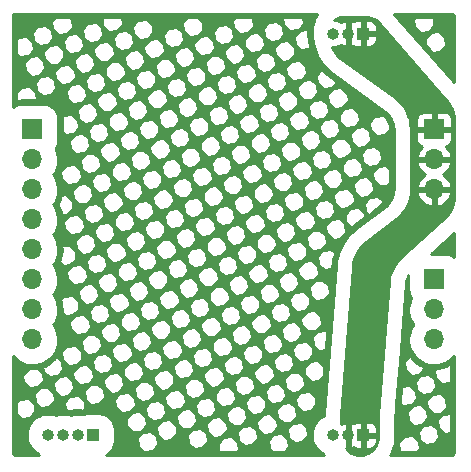
<source format=gbr>
G04 #@! TF.GenerationSoftware,KiCad,Pcbnew,5.99.0-unknown-df3fabf~86~ubuntu18.04.1*
G04 #@! TF.CreationDate,2019-10-25T18:59:48-04:00*
G04 #@! TF.ProjectId,current_calibration_board,63757272-656e-4745-9f63-616c69627261,rev?*
G04 #@! TF.SameCoordinates,Original*
G04 #@! TF.FileFunction,Copper,L2,Bot*
G04 #@! TF.FilePolarity,Positive*
%FSLAX46Y46*%
G04 Gerber Fmt 4.6, Leading zero omitted, Abs format (unit mm)*
G04 Created by KiCad (PCBNEW 5.99.0-unknown-df3fabf~86~ubuntu18.04.1) date 2019-10-25 18:59:48*
%MOMM*%
%LPD*%
G04 APERTURE LIST*
%ADD10O,1.700000X1.700000*%
%ADD11R,1.700000X1.700000*%
%ADD12O,1.000000X1.000000*%
%ADD13R,1.000000X1.000000*%
%ADD14C,0.254000*%
G04 APERTURE END LIST*
D10*
X167000000Y-108890000D03*
X167000000Y-106350000D03*
D11*
X167000000Y-103810000D03*
D10*
X133000000Y-108890000D03*
X133000000Y-106350000D03*
X133000000Y-103810000D03*
X133000000Y-101270000D03*
X133000000Y-98730000D03*
X133000000Y-96190000D03*
X133000000Y-93650000D03*
D11*
X133000000Y-91110000D03*
D10*
X167000000Y-96190000D03*
X167000000Y-93650000D03*
D11*
X167000000Y-91110000D03*
D12*
X134330000Y-117000000D03*
X135600000Y-117000000D03*
X136870000Y-117000000D03*
D13*
X138140000Y-117000000D03*
D12*
X158460000Y-83000000D03*
X159730000Y-83000000D03*
D13*
X161000000Y-83000000D03*
D12*
X158460000Y-117000000D03*
X159730000Y-117000000D03*
D13*
X161000000Y-117000000D03*
G36*
X161431506Y-81642818D02*
G01*
X161658341Y-81691984D01*
X161875901Y-81772819D01*
X162079805Y-81883694D01*
X162265925Y-82022367D01*
X162433681Y-82189198D01*
X167963866Y-88532647D01*
X168175862Y-88807350D01*
X168351660Y-89102122D01*
X168491065Y-89415757D01*
X168592087Y-89743776D01*
X168653279Y-90081489D01*
X168674000Y-90427857D01*
X168674000Y-96649002D01*
X168652899Y-96998522D01*
X168590591Y-97339216D01*
X168487747Y-97669944D01*
X168345864Y-97985893D01*
X168166997Y-98282490D01*
X167953760Y-98555399D01*
X167706544Y-98803378D01*
X164215739Y-101906317D01*
X163975748Y-102144339D01*
X163760980Y-102409797D01*
X163576443Y-102697094D01*
X163424342Y-103002803D01*
X163306487Y-103323278D01*
X163224288Y-103654694D01*
X163179184Y-103989681D01*
X162283602Y-115274031D01*
X162274000Y-115516366D01*
X162274000Y-117095044D01*
X162254236Y-117346168D01*
X162196592Y-117586274D01*
X162102098Y-117814403D01*
X161973075Y-118024949D01*
X161812711Y-118212711D01*
X161624949Y-118373075D01*
X161414403Y-118502098D01*
X161186274Y-118596592D01*
X160946168Y-118654236D01*
X160700000Y-118673610D01*
X160453832Y-118654236D01*
X160213726Y-118596592D01*
X159985597Y-118502098D01*
X159775051Y-118373075D01*
X159587289Y-118212711D01*
X159507338Y-118119100D01*
X159602000Y-118149129D01*
X159602000Y-118145958D01*
X159858000Y-118145958D01*
X160164222Y-118053502D01*
X160178002Y-118046175D01*
X160279814Y-118104956D01*
X160488976Y-118141837D01*
X160872000Y-118141837D01*
X160872000Y-117128000D01*
X161128000Y-117128000D01*
X161128000Y-118141837D01*
X161516588Y-118141837D01*
X161817512Y-118061205D01*
X161993165Y-117913815D01*
X162104956Y-117720186D01*
X162141837Y-117511024D01*
X162141837Y-117128000D01*
X161128000Y-117128000D01*
X160872000Y-117128000D01*
X160872000Y-115858163D01*
X161128000Y-115858163D01*
X161128000Y-116872000D01*
X162141837Y-116872000D01*
X162141837Y-116483412D01*
X162061205Y-116182489D01*
X161913815Y-116006835D01*
X161720186Y-115895044D01*
X161511024Y-115858163D01*
X161128000Y-115858163D01*
X160872000Y-115858163D01*
X160483412Y-115858163D01*
X160182489Y-115938795D01*
X160169509Y-115949686D01*
X159858000Y-115850871D01*
X159858000Y-118145958D01*
X159602000Y-118145958D01*
X159602000Y-115854042D01*
X159295778Y-115946498D01*
X159126000Y-116036769D01*
X159126000Y-115520142D01*
X159135024Y-115290101D01*
X160120987Y-102741477D01*
X160168705Y-102398144D01*
X160256020Y-102066564D01*
X160382200Y-101747758D01*
X160545457Y-101446237D01*
X160743464Y-101166308D01*
X160973396Y-100911956D01*
X161234834Y-100684321D01*
X163811299Y-98698296D01*
X164078424Y-98466909D01*
X164319864Y-98203918D01*
X164529745Y-97915115D01*
X164705330Y-97604266D01*
X164844329Y-97275424D01*
X164944931Y-96932880D01*
X165005821Y-96581099D01*
X165020868Y-96318000D01*
X165510513Y-96318000D01*
X165573456Y-96617983D01*
X165665961Y-96852222D01*
X165796610Y-97067526D01*
X165961669Y-97257739D01*
X166156416Y-97417422D01*
X166375284Y-97542009D01*
X166614831Y-97628960D01*
X166872000Y-97663047D01*
X166872000Y-96318000D01*
X167128000Y-96318000D01*
X167128000Y-97689978D01*
X167494708Y-97594800D01*
X167724329Y-97491363D01*
X167933240Y-97350716D01*
X168115466Y-97176881D01*
X168265797Y-96974828D01*
X168379936Y-96750334D01*
X168454618Y-96509819D01*
X168480043Y-96318000D01*
X167128000Y-96318000D01*
X166872000Y-96318000D01*
X165510513Y-96318000D01*
X165020868Y-96318000D01*
X165026000Y-96228270D01*
X165026000Y-93778000D01*
X165510513Y-93778000D01*
X165573456Y-94077983D01*
X165665961Y-94312222D01*
X165796610Y-94527526D01*
X165961669Y-94717739D01*
X166156416Y-94877422D01*
X166230061Y-94919343D01*
X166066760Y-95029284D01*
X165884534Y-95203119D01*
X165734203Y-95405172D01*
X165620064Y-95629666D01*
X165545382Y-95870181D01*
X165519957Y-96062000D01*
X168489487Y-96062000D01*
X168426544Y-95762017D01*
X168334039Y-95527778D01*
X168203390Y-95312474D01*
X168038331Y-95122261D01*
X167843584Y-94962578D01*
X167769939Y-94920657D01*
X167933240Y-94810716D01*
X168115466Y-94636881D01*
X168265797Y-94434828D01*
X168379936Y-94210334D01*
X168454618Y-93969819D01*
X168480043Y-93778000D01*
X165510513Y-93778000D01*
X165026000Y-93778000D01*
X165026000Y-91238000D01*
X165508163Y-91238000D01*
X165508163Y-91976588D01*
X165588795Y-92277512D01*
X165736185Y-92453165D01*
X165929814Y-92564956D01*
X165978446Y-92573531D01*
X165884534Y-92663119D01*
X165734203Y-92865172D01*
X165620064Y-93089666D01*
X165545382Y-93330181D01*
X165519957Y-93522000D01*
X168489487Y-93522000D01*
X168426544Y-93222017D01*
X168334039Y-92987778D01*
X168203390Y-92772474D01*
X168038331Y-92582261D01*
X168014025Y-92562331D01*
X168167512Y-92521205D01*
X168343165Y-92373815D01*
X168454956Y-92180186D01*
X168491837Y-91971024D01*
X168491837Y-91238000D01*
X165508163Y-91238000D01*
X165026000Y-91238000D01*
X165026000Y-91027218D01*
X165004492Y-90663003D01*
X164939614Y-90300185D01*
X164924059Y-90248976D01*
X165508163Y-90248976D01*
X165508163Y-90982000D01*
X166872000Y-90982000D01*
X166872000Y-89618163D01*
X167128000Y-89618163D01*
X167128000Y-90982000D01*
X168491837Y-90982000D01*
X168491837Y-90243412D01*
X168411205Y-89942489D01*
X168263815Y-89766835D01*
X168070186Y-89655044D01*
X167861024Y-89618163D01*
X167128000Y-89618163D01*
X166872000Y-89618163D01*
X166133412Y-89618163D01*
X165832489Y-89698795D01*
X165656835Y-89846185D01*
X165545044Y-90039814D01*
X165508163Y-90248976D01*
X164924059Y-90248976D01*
X164832486Y-89947525D01*
X164684596Y-89609923D01*
X164498001Y-89292073D01*
X164275294Y-88998394D01*
X164019573Y-88732966D01*
X163737270Y-88501838D01*
X159291569Y-85280316D01*
X159032063Y-85067853D01*
X158801946Y-84829002D01*
X158601543Y-84564735D01*
X158433631Y-84278710D01*
X158368466Y-84129950D01*
X158406996Y-84134000D01*
X158515902Y-84134000D01*
X158681327Y-84117780D01*
X158894222Y-84053502D01*
X159090580Y-83949098D01*
X159095345Y-83945212D01*
X159281110Y-84047337D01*
X159602000Y-84149129D01*
X159602000Y-84145958D01*
X159858000Y-84145958D01*
X160164222Y-84053502D01*
X160178002Y-84046175D01*
X160279814Y-84104956D01*
X160488976Y-84141837D01*
X160872000Y-84141837D01*
X160872000Y-83128000D01*
X161128000Y-83128000D01*
X161128000Y-84141837D01*
X161516588Y-84141837D01*
X161817512Y-84061205D01*
X161993165Y-83913815D01*
X162104956Y-83720186D01*
X162141837Y-83511024D01*
X162141837Y-83128000D01*
X161128000Y-83128000D01*
X160872000Y-83128000D01*
X160872000Y-81858163D01*
X161128000Y-81858163D01*
X161128000Y-82872000D01*
X162141837Y-82872000D01*
X162141837Y-82483412D01*
X162061205Y-82182489D01*
X161913815Y-82006835D01*
X161720186Y-81895044D01*
X161511024Y-81858163D01*
X161128000Y-81858163D01*
X160872000Y-81858163D01*
X160483412Y-81858163D01*
X160182489Y-81938795D01*
X160169509Y-81949686D01*
X159858000Y-81850871D01*
X159858000Y-84145958D01*
X159602000Y-84145958D01*
X159602000Y-81854042D01*
X159295778Y-81946498D01*
X159099420Y-82050902D01*
X159094655Y-82054788D01*
X158908890Y-81952663D01*
X158696488Y-81885285D01*
X158524804Y-81867240D01*
X158663240Y-81770307D01*
X158832835Y-81691223D01*
X159013584Y-81642791D01*
X159205507Y-81626000D01*
X161195519Y-81626000D01*
X161431506Y-81642818D01*
G37*
D14*
X161431506Y-81642818D02*
X161658341Y-81691984D01*
X161875901Y-81772819D01*
X162079805Y-81883694D01*
X162265925Y-82022367D01*
X162433681Y-82189198D01*
X167963866Y-88532647D01*
X168175862Y-88807350D01*
X168351660Y-89102122D01*
X168491065Y-89415757D01*
X168592087Y-89743776D01*
X168653279Y-90081489D01*
X168674000Y-90427857D01*
X168674000Y-96649002D01*
X168652899Y-96998522D01*
X168590591Y-97339216D01*
X168487747Y-97669944D01*
X168345864Y-97985893D01*
X168166997Y-98282490D01*
X167953760Y-98555399D01*
X167706544Y-98803378D01*
X164215739Y-101906317D01*
X163975748Y-102144339D01*
X163760980Y-102409797D01*
X163576443Y-102697094D01*
X163424342Y-103002803D01*
X163306487Y-103323278D01*
X163224288Y-103654694D01*
X163179184Y-103989681D01*
X162283602Y-115274031D01*
X162274000Y-115516366D01*
X162274000Y-117095044D01*
X162254236Y-117346168D01*
X162196592Y-117586274D01*
X162102098Y-117814403D01*
X161973075Y-118024949D01*
X161812711Y-118212711D01*
X161624949Y-118373075D01*
X161414403Y-118502098D01*
X161186274Y-118596592D01*
X160946168Y-118654236D01*
X160700000Y-118673610D01*
X160453832Y-118654236D01*
X160213726Y-118596592D01*
X159985597Y-118502098D01*
X159775051Y-118373075D01*
X159587289Y-118212711D01*
X159507338Y-118119100D01*
X159602000Y-118149129D01*
X159602000Y-118145958D01*
X159858000Y-118145958D01*
X160164222Y-118053502D01*
X160178002Y-118046175D01*
X160279814Y-118104956D01*
X160488976Y-118141837D01*
X160872000Y-118141837D01*
X160872000Y-117128000D01*
X161128000Y-117128000D01*
X161128000Y-118141837D01*
X161516588Y-118141837D01*
X161817512Y-118061205D01*
X161993165Y-117913815D01*
X162104956Y-117720186D01*
X162141837Y-117511024D01*
X162141837Y-117128000D01*
X161128000Y-117128000D01*
X160872000Y-117128000D01*
X160872000Y-115858163D01*
X161128000Y-115858163D01*
X161128000Y-116872000D01*
X162141837Y-116872000D01*
X162141837Y-116483412D01*
X162061205Y-116182489D01*
X161913815Y-116006835D01*
X161720186Y-115895044D01*
X161511024Y-115858163D01*
X161128000Y-115858163D01*
X160872000Y-115858163D01*
X160483412Y-115858163D01*
X160182489Y-115938795D01*
X160169509Y-115949686D01*
X159858000Y-115850871D01*
X159858000Y-118145958D01*
X159602000Y-118145958D01*
X159602000Y-115854042D01*
X159295778Y-115946498D01*
X159126000Y-116036769D01*
X159126000Y-115520142D01*
X159135024Y-115290101D01*
X160120987Y-102741477D01*
X160168705Y-102398144D01*
X160256020Y-102066564D01*
X160382200Y-101747758D01*
X160545457Y-101446237D01*
X160743464Y-101166308D01*
X160973396Y-100911956D01*
X161234834Y-100684321D01*
X163811299Y-98698296D01*
X164078424Y-98466909D01*
X164319864Y-98203918D01*
X164529745Y-97915115D01*
X164705330Y-97604266D01*
X164844329Y-97275424D01*
X164944931Y-96932880D01*
X165005821Y-96581099D01*
X165020868Y-96318000D01*
X165510513Y-96318000D01*
X165573456Y-96617983D01*
X165665961Y-96852222D01*
X165796610Y-97067526D01*
X165961669Y-97257739D01*
X166156416Y-97417422D01*
X166375284Y-97542009D01*
X166614831Y-97628960D01*
X166872000Y-97663047D01*
X166872000Y-96318000D01*
X167128000Y-96318000D01*
X167128000Y-97689978D01*
X167494708Y-97594800D01*
X167724329Y-97491363D01*
X167933240Y-97350716D01*
X168115466Y-97176881D01*
X168265797Y-96974828D01*
X168379936Y-96750334D01*
X168454618Y-96509819D01*
X168480043Y-96318000D01*
X167128000Y-96318000D01*
X166872000Y-96318000D01*
X165510513Y-96318000D01*
X165020868Y-96318000D01*
X165026000Y-96228270D01*
X165026000Y-93778000D01*
X165510513Y-93778000D01*
X165573456Y-94077983D01*
X165665961Y-94312222D01*
X165796610Y-94527526D01*
X165961669Y-94717739D01*
X166156416Y-94877422D01*
X166230061Y-94919343D01*
X166066760Y-95029284D01*
X165884534Y-95203119D01*
X165734203Y-95405172D01*
X165620064Y-95629666D01*
X165545382Y-95870181D01*
X165519957Y-96062000D01*
X168489487Y-96062000D01*
X168426544Y-95762017D01*
X168334039Y-95527778D01*
X168203390Y-95312474D01*
X168038331Y-95122261D01*
X167843584Y-94962578D01*
X167769939Y-94920657D01*
X167933240Y-94810716D01*
X168115466Y-94636881D01*
X168265797Y-94434828D01*
X168379936Y-94210334D01*
X168454618Y-93969819D01*
X168480043Y-93778000D01*
X165510513Y-93778000D01*
X165026000Y-93778000D01*
X165026000Y-91238000D01*
X165508163Y-91238000D01*
X165508163Y-91976588D01*
X165588795Y-92277512D01*
X165736185Y-92453165D01*
X165929814Y-92564956D01*
X165978446Y-92573531D01*
X165884534Y-92663119D01*
X165734203Y-92865172D01*
X165620064Y-93089666D01*
X165545382Y-93330181D01*
X165519957Y-93522000D01*
X168489487Y-93522000D01*
X168426544Y-93222017D01*
X168334039Y-92987778D01*
X168203390Y-92772474D01*
X168038331Y-92582261D01*
X168014025Y-92562331D01*
X168167512Y-92521205D01*
X168343165Y-92373815D01*
X168454956Y-92180186D01*
X168491837Y-91971024D01*
X168491837Y-91238000D01*
X165508163Y-91238000D01*
X165026000Y-91238000D01*
X165026000Y-91027218D01*
X165004492Y-90663003D01*
X164939614Y-90300185D01*
X164924059Y-90248976D01*
X165508163Y-90248976D01*
X165508163Y-90982000D01*
X166872000Y-90982000D01*
X166872000Y-89618163D01*
X167128000Y-89618163D01*
X167128000Y-90982000D01*
X168491837Y-90982000D01*
X168491837Y-90243412D01*
X168411205Y-89942489D01*
X168263815Y-89766835D01*
X168070186Y-89655044D01*
X167861024Y-89618163D01*
X167128000Y-89618163D01*
X166872000Y-89618163D01*
X166133412Y-89618163D01*
X165832489Y-89698795D01*
X165656835Y-89846185D01*
X165545044Y-90039814D01*
X165508163Y-90248976D01*
X164924059Y-90248976D01*
X164832486Y-89947525D01*
X164684596Y-89609923D01*
X164498001Y-89292073D01*
X164275294Y-88998394D01*
X164019573Y-88732966D01*
X163737270Y-88501838D01*
X159291569Y-85280316D01*
X159032063Y-85067853D01*
X158801946Y-84829002D01*
X158601543Y-84564735D01*
X158433631Y-84278710D01*
X158368466Y-84129950D01*
X158406996Y-84134000D01*
X158515902Y-84134000D01*
X158681327Y-84117780D01*
X158894222Y-84053502D01*
X159090580Y-83949098D01*
X159095345Y-83945212D01*
X159281110Y-84047337D01*
X159602000Y-84149129D01*
X159602000Y-84145958D01*
X159858000Y-84145958D01*
X160164222Y-84053502D01*
X160178002Y-84046175D01*
X160279814Y-84104956D01*
X160488976Y-84141837D01*
X160872000Y-84141837D01*
X160872000Y-83128000D01*
X161128000Y-83128000D01*
X161128000Y-84141837D01*
X161516588Y-84141837D01*
X161817512Y-84061205D01*
X161993165Y-83913815D01*
X162104956Y-83720186D01*
X162141837Y-83511024D01*
X162141837Y-83128000D01*
X161128000Y-83128000D01*
X160872000Y-83128000D01*
X160872000Y-81858163D01*
X161128000Y-81858163D01*
X161128000Y-82872000D01*
X162141837Y-82872000D01*
X162141837Y-82483412D01*
X162061205Y-82182489D01*
X161913815Y-82006835D01*
X161720186Y-81895044D01*
X161511024Y-81858163D01*
X161128000Y-81858163D01*
X160872000Y-81858163D01*
X160483412Y-81858163D01*
X160182489Y-81938795D01*
X160169509Y-81949686D01*
X159858000Y-81850871D01*
X159858000Y-84145958D01*
X159602000Y-84145958D01*
X159602000Y-81854042D01*
X159295778Y-81946498D01*
X159099420Y-82050902D01*
X159094655Y-82054788D01*
X158908890Y-81952663D01*
X158696488Y-81885285D01*
X158524804Y-81867240D01*
X158663240Y-81770307D01*
X158832835Y-81691223D01*
X159013584Y-81642791D01*
X159205507Y-81626000D01*
X161195519Y-81626000D01*
X161431506Y-81642818D01*
G36*
X164816407Y-104667076D02*
G01*
X164849066Y-104956930D01*
X164947756Y-105238970D01*
X165042120Y-105389150D01*
X165039449Y-105393776D01*
X164925448Y-105675938D01*
X164851826Y-105971219D01*
X164820016Y-106273873D01*
X164830637Y-106578010D01*
X164883481Y-106877708D01*
X164977523Y-107167134D01*
X165110927Y-107440656D01*
X165231412Y-107619282D01*
X165191610Y-107670226D01*
X165039449Y-107933775D01*
X164925448Y-108215938D01*
X164851826Y-108511219D01*
X164820016Y-108813873D01*
X164830637Y-109118010D01*
X164883481Y-109417708D01*
X164977523Y-109707134D01*
X165110927Y-109980656D01*
X165281102Y-110232950D01*
X165484733Y-110459105D01*
X165717856Y-110654719D01*
X165975936Y-110815985D01*
X166253947Y-110939763D01*
X166548606Y-111024255D01*
X166945778Y-111066000D01*
X167075975Y-111066000D01*
X167303580Y-111050084D01*
X167601251Y-110986813D01*
X167887220Y-110882728D01*
X168155920Y-110739858D01*
X168402121Y-110560982D01*
X168621031Y-110349583D01*
X168674000Y-110281786D01*
X168674000Y-118383846D01*
X168673403Y-118390106D01*
X168662162Y-118526838D01*
X168655598Y-118552969D01*
X168644856Y-118577675D01*
X168630224Y-118600292D01*
X168612098Y-118620212D01*
X168590963Y-118636904D01*
X168567381Y-118649922D01*
X168541987Y-118658915D01*
X168492467Y-118667735D01*
X168431524Y-118670609D01*
X168407242Y-118674000D01*
X163278283Y-118674000D01*
X163347900Y-118560395D01*
X163437880Y-118383796D01*
X163543754Y-118128194D01*
X163605003Y-117939691D01*
X163669588Y-117670673D01*
X163671822Y-117656568D01*
X163986240Y-117656568D01*
X164061165Y-118225682D01*
X164157061Y-118391779D01*
X165587189Y-118391779D01*
X165782099Y-118137766D01*
X165707174Y-117568652D01*
X165580174Y-117348682D01*
X165124769Y-116999238D01*
X164555655Y-117074163D01*
X164335684Y-117201163D01*
X163986240Y-117656568D01*
X163671822Y-117656568D01*
X163700594Y-117474912D01*
X163722107Y-117201571D01*
X163726000Y-117102474D01*
X163726000Y-116706568D01*
X165631688Y-116706568D01*
X165706613Y-117275682D01*
X165833613Y-117495652D01*
X166289018Y-117845096D01*
X166858132Y-117770171D01*
X167078103Y-117643171D01*
X167427547Y-117187766D01*
X167352622Y-116618652D01*
X167225622Y-116398682D01*
X166770217Y-116049238D01*
X166201103Y-116124163D01*
X165981132Y-116251163D01*
X165631688Y-116706568D01*
X163726000Y-116706568D01*
X163726000Y-115545108D01*
X163733324Y-115360245D01*
X163757064Y-115061119D01*
X164681688Y-115061119D01*
X164756613Y-115630234D01*
X164883613Y-115850204D01*
X165339018Y-116199648D01*
X165908132Y-116124723D01*
X166128103Y-115997723D01*
X166313147Y-115756568D01*
X167277136Y-115756568D01*
X167352062Y-116325682D01*
X167479062Y-116545652D01*
X167934466Y-116895096D01*
X168391778Y-116834891D01*
X168391778Y-115102383D01*
X167846551Y-115174163D01*
X167626581Y-115301163D01*
X167277136Y-115756568D01*
X166313147Y-115756568D01*
X166477547Y-115542318D01*
X166402622Y-114973204D01*
X166275622Y-114753234D01*
X165820217Y-114403789D01*
X165251103Y-114478714D01*
X165031132Y-114605714D01*
X164681688Y-115061119D01*
X163757064Y-115061119D01*
X163815011Y-114330986D01*
X164098120Y-114330986D01*
X164389018Y-114554200D01*
X164958132Y-114479275D01*
X165178103Y-114352275D01*
X165363148Y-114111119D01*
X166327136Y-114111119D01*
X166402062Y-114680234D01*
X166529062Y-114900204D01*
X166984466Y-115249648D01*
X167553581Y-115174723D01*
X167773551Y-115047723D01*
X168122995Y-114592318D01*
X168048070Y-114023204D01*
X167921070Y-113803234D01*
X167465665Y-113453789D01*
X166896551Y-113528714D01*
X166676581Y-113655714D01*
X166327136Y-114111119D01*
X165363148Y-114111119D01*
X165527547Y-113896870D01*
X165452622Y-113327756D01*
X165325622Y-113107785D01*
X164870217Y-112758341D01*
X164301103Y-112833266D01*
X164212947Y-112884163D01*
X164098120Y-114330986D01*
X163815011Y-114330986D01*
X163963051Y-112465671D01*
X165377136Y-112465671D01*
X165452062Y-113034785D01*
X165579062Y-113254756D01*
X166034466Y-113604200D01*
X166603581Y-113529275D01*
X166823551Y-113402275D01*
X167172995Y-112946870D01*
X167098070Y-112377756D01*
X166971070Y-112157785D01*
X166515665Y-111808341D01*
X165946551Y-111883266D01*
X165726581Y-112010266D01*
X165377136Y-112465671D01*
X163963051Y-112465671D01*
X164093643Y-110820223D01*
X164427136Y-110820223D01*
X164502062Y-111389337D01*
X164629062Y-111609307D01*
X165084466Y-111958752D01*
X165653581Y-111883826D01*
X165873551Y-111756826D01*
X166058595Y-111515671D01*
X167022585Y-111515671D01*
X167097510Y-112084785D01*
X167224510Y-112304756D01*
X167679915Y-112654200D01*
X168249029Y-112579275D01*
X168391777Y-112496859D01*
X168391777Y-111035335D01*
X168312134Y-110974223D01*
X168288414Y-110989045D01*
X168019714Y-111131915D01*
X167983746Y-111147929D01*
X167697777Y-111252015D01*
X167659926Y-111262868D01*
X167362255Y-111326139D01*
X167323266Y-111331618D01*
X167154772Y-111343400D01*
X167022585Y-111515671D01*
X166058595Y-111515671D01*
X166222995Y-111301422D01*
X166212469Y-111221465D01*
X166176155Y-111211052D01*
X166139157Y-111197585D01*
X165861146Y-111073808D01*
X165826380Y-111055322D01*
X165568300Y-110894056D01*
X165536445Y-110870912D01*
X165303323Y-110675298D01*
X165275000Y-110647947D01*
X165071369Y-110421793D01*
X165047129Y-110390766D01*
X164958703Y-110259669D01*
X164776581Y-110364818D01*
X164427136Y-110820223D01*
X164093643Y-110820223D01*
X164623493Y-104144114D01*
X164652704Y-103927165D01*
X164696673Y-103749889D01*
X164759699Y-103578504D01*
X164816407Y-103464527D01*
X164816407Y-104667076D01*
G37*
X164816407Y-104667076D02*
X164849066Y-104956930D01*
X164947756Y-105238970D01*
X165042120Y-105389150D01*
X165039449Y-105393776D01*
X164925448Y-105675938D01*
X164851826Y-105971219D01*
X164820016Y-106273873D01*
X164830637Y-106578010D01*
X164883481Y-106877708D01*
X164977523Y-107167134D01*
X165110927Y-107440656D01*
X165231412Y-107619282D01*
X165191610Y-107670226D01*
X165039449Y-107933775D01*
X164925448Y-108215938D01*
X164851826Y-108511219D01*
X164820016Y-108813873D01*
X164830637Y-109118010D01*
X164883481Y-109417708D01*
X164977523Y-109707134D01*
X165110927Y-109980656D01*
X165281102Y-110232950D01*
X165484733Y-110459105D01*
X165717856Y-110654719D01*
X165975936Y-110815985D01*
X166253947Y-110939763D01*
X166548606Y-111024255D01*
X166945778Y-111066000D01*
X167075975Y-111066000D01*
X167303580Y-111050084D01*
X167601251Y-110986813D01*
X167887220Y-110882728D01*
X168155920Y-110739858D01*
X168402121Y-110560982D01*
X168621031Y-110349583D01*
X168674000Y-110281786D01*
X168674000Y-118383846D01*
X168673403Y-118390106D01*
X168662162Y-118526838D01*
X168655598Y-118552969D01*
X168644856Y-118577675D01*
X168630224Y-118600292D01*
X168612098Y-118620212D01*
X168590963Y-118636904D01*
X168567381Y-118649922D01*
X168541987Y-118658915D01*
X168492467Y-118667735D01*
X168431524Y-118670609D01*
X168407242Y-118674000D01*
X163278283Y-118674000D01*
X163347900Y-118560395D01*
X163437880Y-118383796D01*
X163543754Y-118128194D01*
X163605003Y-117939691D01*
X163669588Y-117670673D01*
X163671822Y-117656568D01*
X163986240Y-117656568D01*
X164061165Y-118225682D01*
X164157061Y-118391779D01*
X165587189Y-118391779D01*
X165782099Y-118137766D01*
X165707174Y-117568652D01*
X165580174Y-117348682D01*
X165124769Y-116999238D01*
X164555655Y-117074163D01*
X164335684Y-117201163D01*
X163986240Y-117656568D01*
X163671822Y-117656568D01*
X163700594Y-117474912D01*
X163722107Y-117201571D01*
X163726000Y-117102474D01*
X163726000Y-116706568D01*
X165631688Y-116706568D01*
X165706613Y-117275682D01*
X165833613Y-117495652D01*
X166289018Y-117845096D01*
X166858132Y-117770171D01*
X167078103Y-117643171D01*
X167427547Y-117187766D01*
X167352622Y-116618652D01*
X167225622Y-116398682D01*
X166770217Y-116049238D01*
X166201103Y-116124163D01*
X165981132Y-116251163D01*
X165631688Y-116706568D01*
X163726000Y-116706568D01*
X163726000Y-115545108D01*
X163733324Y-115360245D01*
X163757064Y-115061119D01*
X164681688Y-115061119D01*
X164756613Y-115630234D01*
X164883613Y-115850204D01*
X165339018Y-116199648D01*
X165908132Y-116124723D01*
X166128103Y-115997723D01*
X166313147Y-115756568D01*
X167277136Y-115756568D01*
X167352062Y-116325682D01*
X167479062Y-116545652D01*
X167934466Y-116895096D01*
X168391778Y-116834891D01*
X168391778Y-115102383D01*
X167846551Y-115174163D01*
X167626581Y-115301163D01*
X167277136Y-115756568D01*
X166313147Y-115756568D01*
X166477547Y-115542318D01*
X166402622Y-114973204D01*
X166275622Y-114753234D01*
X165820217Y-114403789D01*
X165251103Y-114478714D01*
X165031132Y-114605714D01*
X164681688Y-115061119D01*
X163757064Y-115061119D01*
X163815011Y-114330986D01*
X164098120Y-114330986D01*
X164389018Y-114554200D01*
X164958132Y-114479275D01*
X165178103Y-114352275D01*
X165363148Y-114111119D01*
X166327136Y-114111119D01*
X166402062Y-114680234D01*
X166529062Y-114900204D01*
X166984466Y-115249648D01*
X167553581Y-115174723D01*
X167773551Y-115047723D01*
X168122995Y-114592318D01*
X168048070Y-114023204D01*
X167921070Y-113803234D01*
X167465665Y-113453789D01*
X166896551Y-113528714D01*
X166676581Y-113655714D01*
X166327136Y-114111119D01*
X165363148Y-114111119D01*
X165527547Y-113896870D01*
X165452622Y-113327756D01*
X165325622Y-113107785D01*
X164870217Y-112758341D01*
X164301103Y-112833266D01*
X164212947Y-112884163D01*
X164098120Y-114330986D01*
X163815011Y-114330986D01*
X163963051Y-112465671D01*
X165377136Y-112465671D01*
X165452062Y-113034785D01*
X165579062Y-113254756D01*
X166034466Y-113604200D01*
X166603581Y-113529275D01*
X166823551Y-113402275D01*
X167172995Y-112946870D01*
X167098070Y-112377756D01*
X166971070Y-112157785D01*
X166515665Y-111808341D01*
X165946551Y-111883266D01*
X165726581Y-112010266D01*
X165377136Y-112465671D01*
X163963051Y-112465671D01*
X164093643Y-110820223D01*
X164427136Y-110820223D01*
X164502062Y-111389337D01*
X164629062Y-111609307D01*
X165084466Y-111958752D01*
X165653581Y-111883826D01*
X165873551Y-111756826D01*
X166058595Y-111515671D01*
X167022585Y-111515671D01*
X167097510Y-112084785D01*
X167224510Y-112304756D01*
X167679915Y-112654200D01*
X168249029Y-112579275D01*
X168391777Y-112496859D01*
X168391777Y-111035335D01*
X168312134Y-110974223D01*
X168288414Y-110989045D01*
X168019714Y-111131915D01*
X167983746Y-111147929D01*
X167697777Y-111252015D01*
X167659926Y-111262868D01*
X167362255Y-111326139D01*
X167323266Y-111331618D01*
X167154772Y-111343400D01*
X167022585Y-111515671D01*
X166058595Y-111515671D01*
X166222995Y-111301422D01*
X166212469Y-111221465D01*
X166176155Y-111211052D01*
X166139157Y-111197585D01*
X165861146Y-111073808D01*
X165826380Y-111055322D01*
X165568300Y-110894056D01*
X165536445Y-110870912D01*
X165303323Y-110675298D01*
X165275000Y-110647947D01*
X165071369Y-110421793D01*
X165047129Y-110390766D01*
X164958703Y-110259669D01*
X164776581Y-110364818D01*
X164427136Y-110820223D01*
X164093643Y-110820223D01*
X164623493Y-104144114D01*
X164652704Y-103927165D01*
X164696673Y-103749889D01*
X164759699Y-103578504D01*
X164816407Y-103464527D01*
X164816407Y-104667076D01*
G36*
X157071418Y-81343945D02*
G01*
X156961331Y-81534621D01*
X156868280Y-81734169D01*
X156792975Y-81941068D01*
X156735989Y-82153742D01*
X156697757Y-82370571D01*
X156678893Y-82586184D01*
X156666684Y-82628622D01*
X156631144Y-82904154D01*
X156637689Y-83181890D01*
X156686170Y-83455443D01*
X156707769Y-83519069D01*
X156714479Y-83575697D01*
X156776790Y-83924149D01*
X156811596Y-84068931D01*
X156914483Y-84407628D01*
X156966088Y-84547309D01*
X157108121Y-84871543D01*
X157175809Y-85004185D01*
X157355016Y-85309449D01*
X157437844Y-85433200D01*
X157651733Y-85715251D01*
X157748546Y-85828390D01*
X157994143Y-86083309D01*
X158103603Y-86184272D01*
X158376057Y-86407336D01*
X158435057Y-86452801D01*
X162850585Y-89652459D01*
X163033402Y-89802135D01*
X163170148Y-89944071D01*
X163289227Y-90101100D01*
X163389020Y-90271087D01*
X163468093Y-90451597D01*
X163525379Y-90640179D01*
X163560072Y-90834190D01*
X163574000Y-91070050D01*
X163574000Y-96186794D01*
X163560933Y-96415273D01*
X163528368Y-96603411D01*
X163474570Y-96786591D01*
X163400235Y-96962450D01*
X163306333Y-97128691D01*
X163194098Y-97283129D01*
X163064980Y-97423772D01*
X162891966Y-97573641D01*
X160343904Y-99537770D01*
X160285603Y-99585550D01*
X160011398Y-99824302D01*
X159903847Y-99929868D01*
X159658769Y-100200974D01*
X159564563Y-100318590D01*
X159353517Y-100616954D01*
X159273984Y-100744960D01*
X159099976Y-101066337D01*
X159036257Y-101202902D01*
X158901763Y-101542715D01*
X158854763Y-101685896D01*
X158761698Y-102039310D01*
X158732084Y-102187074D01*
X158682034Y-102547192D01*
X158673889Y-102622128D01*
X157687195Y-115180051D01*
X157684285Y-115229477D01*
X157679744Y-115345235D01*
X157654310Y-115355383D01*
X157414814Y-115496175D01*
X157199371Y-115671574D01*
X157012937Y-115877543D01*
X156859804Y-116109342D01*
X156743493Y-116361637D01*
X156666684Y-116628622D01*
X156631144Y-116904154D01*
X156637689Y-117181890D01*
X156686170Y-117455443D01*
X156775471Y-117718513D01*
X156903535Y-117965049D01*
X157067418Y-118189377D01*
X157263348Y-118386335D01*
X157486814Y-118551391D01*
X157719859Y-118674000D01*
X139263920Y-118674000D01*
X139471979Y-118543268D01*
X139683268Y-118331979D01*
X139842244Y-118078970D01*
X139940934Y-117796930D01*
X139973593Y-117507076D01*
X139973593Y-117283878D01*
X141831757Y-117283878D01*
X141906682Y-117852992D01*
X142033682Y-118072963D01*
X142449171Y-118391778D01*
X142721740Y-118391778D01*
X143058201Y-118347482D01*
X143278172Y-118220482D01*
X143627616Y-117765077D01*
X143552691Y-117195963D01*
X143425691Y-116975992D01*
X142970286Y-116626548D01*
X142401172Y-116701473D01*
X142181201Y-116828473D01*
X141831757Y-117283878D01*
X139973593Y-117283878D01*
X139973593Y-116492924D01*
X139940934Y-116203070D01*
X139842244Y-115921030D01*
X139683268Y-115668021D01*
X139653677Y-115638430D01*
X140881757Y-115638430D01*
X140956682Y-116207544D01*
X141083682Y-116427514D01*
X141539087Y-116776959D01*
X142108201Y-116702033D01*
X142328172Y-116575033D01*
X142513216Y-116333878D01*
X143477205Y-116333878D01*
X143552131Y-116902992D01*
X143679131Y-117122963D01*
X144134535Y-117472407D01*
X144703650Y-117397482D01*
X144923620Y-117270482D01*
X145108665Y-117029326D01*
X146072654Y-117029326D01*
X146147579Y-117598440D01*
X146274579Y-117818411D01*
X146729984Y-118167855D01*
X147299098Y-118092930D01*
X147519068Y-117965930D01*
X147704113Y-117724774D01*
X148668102Y-117724774D01*
X148743027Y-118293889D01*
X148799544Y-118391778D01*
X150321388Y-118391778D01*
X150463961Y-118205973D01*
X150389036Y-117636859D01*
X150262036Y-117416889D01*
X149806631Y-117067444D01*
X149237517Y-117142370D01*
X149017546Y-117269370D01*
X148668102Y-117724774D01*
X147704113Y-117724774D01*
X147868513Y-117510525D01*
X147793587Y-116941411D01*
X147666587Y-116721440D01*
X147211183Y-116371996D01*
X146642068Y-116446921D01*
X146422098Y-116573921D01*
X146072654Y-117029326D01*
X145108665Y-117029326D01*
X145273064Y-116815077D01*
X145198139Y-116245963D01*
X145071139Y-116025992D01*
X144615734Y-115676548D01*
X144046620Y-115751473D01*
X143826650Y-115878473D01*
X143477205Y-116333878D01*
X142513216Y-116333878D01*
X142677616Y-116119629D01*
X142602691Y-115550514D01*
X142475691Y-115330544D01*
X142020286Y-114981100D01*
X141451172Y-115056025D01*
X141231201Y-115183025D01*
X140881757Y-115638430D01*
X139653677Y-115638430D01*
X139471979Y-115456732D01*
X139218970Y-115297756D01*
X138936930Y-115199066D01*
X138647076Y-115166407D01*
X137632924Y-115166407D01*
X137343070Y-115199066D01*
X137280616Y-115220919D01*
X136916871Y-115174000D01*
X136799458Y-115174000D01*
X136592986Y-115189706D01*
X136322347Y-115252436D01*
X136234876Y-115287334D01*
X136061581Y-115227494D01*
X135646871Y-115174000D01*
X135529458Y-115174000D01*
X135322986Y-115189706D01*
X135052347Y-115252436D01*
X134964876Y-115287334D01*
X134791581Y-115227494D01*
X134376871Y-115174000D01*
X134259458Y-115174000D01*
X134052986Y-115189706D01*
X133782347Y-115252436D01*
X133524310Y-115355383D01*
X133284814Y-115496175D01*
X133069371Y-115671574D01*
X132882937Y-115877543D01*
X132729804Y-116109342D01*
X132613493Y-116361637D01*
X132536684Y-116628622D01*
X132501144Y-116904154D01*
X132507689Y-117181890D01*
X132556170Y-117455443D01*
X132645471Y-117718513D01*
X132773535Y-117965049D01*
X132937418Y-118189377D01*
X133133348Y-118386335D01*
X133356814Y-118551391D01*
X133589859Y-118674000D01*
X131616154Y-118674000D01*
X131609894Y-118673403D01*
X131473162Y-118662162D01*
X131447031Y-118655598D01*
X131422325Y-118644856D01*
X131399708Y-118630224D01*
X131379788Y-118612098D01*
X131363096Y-118590963D01*
X131350078Y-118567381D01*
X131341085Y-118541987D01*
X131332265Y-118492467D01*
X131329391Y-118431524D01*
X131326000Y-118407242D01*
X131326000Y-114295841D01*
X131608221Y-114295841D01*
X131608221Y-115215533D01*
X131651889Y-115291170D01*
X132107294Y-115640614D01*
X132676408Y-115565689D01*
X132896379Y-115438689D01*
X133245823Y-114983284D01*
X133170898Y-114414170D01*
X133043898Y-114194199D01*
X132588493Y-113844755D01*
X132019379Y-113919680D01*
X131799408Y-114046680D01*
X131608221Y-114295841D01*
X131326000Y-114295841D01*
X131326000Y-113552085D01*
X133095412Y-113552085D01*
X133170338Y-114121199D01*
X133297338Y-114341170D01*
X133752742Y-114690614D01*
X134321857Y-114615689D01*
X134541827Y-114488689D01*
X134726872Y-114247533D01*
X135690861Y-114247533D01*
X135765786Y-114816647D01*
X135820762Y-114911869D01*
X136097684Y-114947590D01*
X136153695Y-114960728D01*
X136229080Y-114986759D01*
X136258620Y-114977502D01*
X136529259Y-114914772D01*
X136571578Y-114908296D01*
X136778050Y-114892590D01*
X136799457Y-114891777D01*
X136916871Y-114891777D01*
X136952974Y-114894096D01*
X137250668Y-114932495D01*
X137311470Y-114918618D01*
X137343811Y-114914974D01*
X137486720Y-114728732D01*
X137411794Y-114159618D01*
X137284794Y-113939647D01*
X136829390Y-113590203D01*
X136260275Y-113665128D01*
X136040305Y-113792128D01*
X135690861Y-114247533D01*
X134726872Y-114247533D01*
X134891271Y-114033284D01*
X134816346Y-113464170D01*
X134689346Y-113244199D01*
X134233941Y-112894755D01*
X133664827Y-112969680D01*
X133444857Y-113096680D01*
X133095412Y-113552085D01*
X131326000Y-113552085D01*
X131326000Y-111906637D01*
X132145412Y-111906637D01*
X132220338Y-112475751D01*
X132347338Y-112695721D01*
X132802742Y-113045166D01*
X133371857Y-112970240D01*
X133591827Y-112843240D01*
X133776871Y-112602085D01*
X134740861Y-112602085D01*
X134815786Y-113171199D01*
X134942786Y-113391170D01*
X135398191Y-113740614D01*
X135967305Y-113665689D01*
X136187275Y-113538689D01*
X136372320Y-113297533D01*
X137336309Y-113297533D01*
X137411234Y-113866647D01*
X137538234Y-114086618D01*
X137993639Y-114436062D01*
X138562753Y-114361137D01*
X138782724Y-114234137D01*
X138967769Y-113992981D01*
X139931757Y-113992981D01*
X140006682Y-114562096D01*
X140133682Y-114782066D01*
X140589087Y-115131510D01*
X141158201Y-115056585D01*
X141378172Y-114929585D01*
X141563216Y-114688430D01*
X142527205Y-114688430D01*
X142602131Y-115257544D01*
X142729131Y-115477514D01*
X143184535Y-115826959D01*
X143753650Y-115752033D01*
X143973620Y-115625033D01*
X144158664Y-115383878D01*
X145122654Y-115383878D01*
X145197579Y-115952992D01*
X145324579Y-116172963D01*
X145779984Y-116522407D01*
X146349098Y-116447482D01*
X146569068Y-116320482D01*
X146754113Y-116079326D01*
X147718102Y-116079326D01*
X147793027Y-116648440D01*
X147920027Y-116868411D01*
X148375432Y-117217855D01*
X148944546Y-117142930D01*
X149164517Y-117015930D01*
X149349562Y-116774774D01*
X150313550Y-116774774D01*
X150388475Y-117343889D01*
X150515475Y-117563859D01*
X150970880Y-117913303D01*
X151539994Y-117838378D01*
X151759965Y-117711378D01*
X151945009Y-117470223D01*
X152908999Y-117470223D01*
X152983924Y-118039337D01*
X153110924Y-118259307D01*
X153283562Y-118391778D01*
X154366960Y-118391778D01*
X154704857Y-117951422D01*
X154629932Y-117382307D01*
X154502932Y-117162337D01*
X154047527Y-116812893D01*
X153478413Y-116887818D01*
X153258443Y-117014818D01*
X152908999Y-117470223D01*
X151945009Y-117470223D01*
X152109409Y-117255973D01*
X152034484Y-116686859D01*
X151907484Y-116466889D01*
X151452079Y-116117444D01*
X150882965Y-116192370D01*
X150662994Y-116319370D01*
X150313550Y-116774774D01*
X149349562Y-116774774D01*
X149513961Y-116560525D01*
X149439036Y-115991411D01*
X149312036Y-115771440D01*
X148856631Y-115421996D01*
X148287517Y-115496921D01*
X148067546Y-115623921D01*
X147718102Y-116079326D01*
X146754113Y-116079326D01*
X146918513Y-115865077D01*
X146843587Y-115295963D01*
X146716587Y-115075992D01*
X146261183Y-114726548D01*
X145692068Y-114801473D01*
X145472098Y-114928473D01*
X145122654Y-115383878D01*
X144158664Y-115383878D01*
X144323064Y-115169629D01*
X144248139Y-114600514D01*
X144121139Y-114380544D01*
X143665734Y-114031100D01*
X143096620Y-114106025D01*
X142876650Y-114233025D01*
X142527205Y-114688430D01*
X141563216Y-114688430D01*
X141727616Y-114474180D01*
X141652691Y-113905066D01*
X141525691Y-113685096D01*
X141070286Y-113335651D01*
X140501172Y-113410577D01*
X140281201Y-113537577D01*
X139931757Y-113992981D01*
X138967769Y-113992981D01*
X139132168Y-113778732D01*
X139057243Y-113209618D01*
X138930243Y-112989647D01*
X138474838Y-112640203D01*
X137905724Y-112715128D01*
X137685753Y-112842128D01*
X137336309Y-113297533D01*
X136372320Y-113297533D01*
X136536720Y-113083284D01*
X136461794Y-112514170D01*
X136334794Y-112294199D01*
X135879390Y-111944755D01*
X135310275Y-112019680D01*
X135090305Y-112146680D01*
X134740861Y-112602085D01*
X133776871Y-112602085D01*
X133941271Y-112387836D01*
X133866346Y-111818721D01*
X133739346Y-111598751D01*
X133379338Y-111322507D01*
X133362254Y-111326139D01*
X133323266Y-111331618D01*
X133095660Y-111347534D01*
X133075973Y-111348221D01*
X132945777Y-111348221D01*
X132916277Y-111346675D01*
X132712967Y-111325306D01*
X132494857Y-111451232D01*
X132145412Y-111906637D01*
X131326000Y-111906637D01*
X131326000Y-111206177D01*
X133823713Y-111206177D01*
X133865786Y-111525751D01*
X133992786Y-111745721D01*
X134448191Y-112095166D01*
X135017305Y-112020240D01*
X135237275Y-111893240D01*
X135422320Y-111652085D01*
X136386309Y-111652085D01*
X136461234Y-112221199D01*
X136588234Y-112441170D01*
X137043639Y-112790614D01*
X137612753Y-112715689D01*
X137832724Y-112588689D01*
X138017769Y-112347533D01*
X138981757Y-112347533D01*
X139056682Y-112916647D01*
X139183682Y-113136618D01*
X139639087Y-113486062D01*
X140208201Y-113411137D01*
X140428172Y-113284137D01*
X140613217Y-113042981D01*
X141577205Y-113042981D01*
X141652131Y-113612096D01*
X141779131Y-113832066D01*
X142234535Y-114181510D01*
X142803650Y-114106585D01*
X143023620Y-113979585D01*
X143208664Y-113738430D01*
X144172654Y-113738430D01*
X144247579Y-114307544D01*
X144374579Y-114527514D01*
X144829984Y-114876959D01*
X145399098Y-114802033D01*
X145619068Y-114675033D01*
X145804113Y-114433878D01*
X146768102Y-114433878D01*
X146843027Y-115002992D01*
X146970027Y-115222963D01*
X147425432Y-115572407D01*
X147994546Y-115497482D01*
X148214517Y-115370482D01*
X148399562Y-115129326D01*
X149363550Y-115129326D01*
X149438475Y-115698440D01*
X149565475Y-115918411D01*
X150020880Y-116267855D01*
X150589994Y-116192930D01*
X150809965Y-116065930D01*
X150995010Y-115824774D01*
X151958999Y-115824774D01*
X152033924Y-116393889D01*
X152160924Y-116613859D01*
X152616329Y-116963303D01*
X153185443Y-116888378D01*
X153405413Y-116761378D01*
X153590457Y-116520223D01*
X154554447Y-116520223D01*
X154629372Y-117089337D01*
X154756372Y-117309307D01*
X155211777Y-117658752D01*
X155780891Y-117583826D01*
X156000861Y-117456826D01*
X156350306Y-117001422D01*
X156275381Y-116432307D01*
X156148381Y-116212337D01*
X155692976Y-115862893D01*
X155123861Y-115937818D01*
X154903891Y-116064818D01*
X154554447Y-116520223D01*
X153590457Y-116520223D01*
X153754857Y-116305973D01*
X153679932Y-115736859D01*
X153552932Y-115516889D01*
X153097527Y-115167444D01*
X152528413Y-115242370D01*
X152308443Y-115369370D01*
X151958999Y-115824774D01*
X150995010Y-115824774D01*
X151159409Y-115610525D01*
X151084484Y-115041411D01*
X150957484Y-114821440D01*
X150502079Y-114471996D01*
X149932965Y-114546921D01*
X149712994Y-114673921D01*
X149363550Y-115129326D01*
X148399562Y-115129326D01*
X148563961Y-114915077D01*
X148489036Y-114345963D01*
X148362036Y-114125992D01*
X147906631Y-113776548D01*
X147337517Y-113851473D01*
X147117546Y-113978473D01*
X146768102Y-114433878D01*
X145804113Y-114433878D01*
X145968513Y-114219629D01*
X145893587Y-113650514D01*
X145766587Y-113430544D01*
X145311183Y-113081100D01*
X144742068Y-113156025D01*
X144522098Y-113283025D01*
X144172654Y-113738430D01*
X143208664Y-113738430D01*
X143373064Y-113524180D01*
X143298139Y-112955066D01*
X143171139Y-112735096D01*
X142715734Y-112385651D01*
X142146620Y-112460577D01*
X141926650Y-112587577D01*
X141577205Y-113042981D01*
X140613217Y-113042981D01*
X140777616Y-112828732D01*
X140702691Y-112259618D01*
X140575691Y-112039647D01*
X140120286Y-111690203D01*
X139551172Y-111765128D01*
X139331201Y-111892128D01*
X138981757Y-112347533D01*
X138017769Y-112347533D01*
X138182168Y-112133284D01*
X138107243Y-111564170D01*
X137980243Y-111344199D01*
X137524838Y-110994755D01*
X136955724Y-111069680D01*
X136735753Y-111196680D01*
X136386309Y-111652085D01*
X135422320Y-111652085D01*
X135586720Y-111437836D01*
X135511794Y-110868721D01*
X135384794Y-110648751D01*
X134985072Y-110342034D01*
X134843424Y-110523336D01*
X134817078Y-110552596D01*
X134598168Y-110763995D01*
X134568007Y-110789303D01*
X134321805Y-110968180D01*
X134288413Y-110989045D01*
X134019713Y-111131915D01*
X133983746Y-111147929D01*
X133823713Y-111206177D01*
X131326000Y-111206177D01*
X131326000Y-110282814D01*
X131484733Y-110459105D01*
X131717856Y-110654719D01*
X131975936Y-110815985D01*
X132253947Y-110939763D01*
X132548606Y-111024255D01*
X132945778Y-111066000D01*
X133075975Y-111066000D01*
X133303580Y-111050084D01*
X133601251Y-110986813D01*
X133887220Y-110882728D01*
X134155920Y-110739858D01*
X134402121Y-110560982D01*
X134621031Y-110349583D01*
X134808390Y-110109774D01*
X134867936Y-110006637D01*
X135436309Y-110006637D01*
X135511234Y-110575751D01*
X135638234Y-110795721D01*
X136093639Y-111145166D01*
X136662753Y-111070240D01*
X136882724Y-110943240D01*
X137067768Y-110702085D01*
X138031757Y-110702085D01*
X138106682Y-111271199D01*
X138233682Y-111491170D01*
X138689087Y-111840614D01*
X139258201Y-111765689D01*
X139478172Y-111638689D01*
X139663217Y-111397533D01*
X140627205Y-111397533D01*
X140702131Y-111966647D01*
X140829131Y-112186618D01*
X141284535Y-112536062D01*
X141853650Y-112461137D01*
X142073620Y-112334137D01*
X142258665Y-112092981D01*
X143222654Y-112092981D01*
X143297579Y-112662096D01*
X143424579Y-112882066D01*
X143879984Y-113231510D01*
X144449098Y-113156585D01*
X144669068Y-113029585D01*
X144854112Y-112788430D01*
X145818102Y-112788430D01*
X145893027Y-113357544D01*
X146020027Y-113577514D01*
X146475432Y-113926959D01*
X147044546Y-113852033D01*
X147264517Y-113725033D01*
X147449561Y-113483878D01*
X148413550Y-113483878D01*
X148488475Y-114052992D01*
X148615475Y-114272963D01*
X149070880Y-114622407D01*
X149639994Y-114547482D01*
X149859965Y-114420482D01*
X150045010Y-114179326D01*
X151008999Y-114179326D01*
X151083924Y-114748440D01*
X151210924Y-114968411D01*
X151666329Y-115317855D01*
X152235443Y-115242930D01*
X152455413Y-115115930D01*
X152640458Y-114874774D01*
X153604447Y-114874774D01*
X153679372Y-115443889D01*
X153806372Y-115663859D01*
X154261777Y-116013303D01*
X154830891Y-115938378D01*
X155050861Y-115811378D01*
X155400306Y-115355973D01*
X155325381Y-114786859D01*
X155198381Y-114566889D01*
X154742976Y-114217444D01*
X154173861Y-114292370D01*
X153953891Y-114419370D01*
X153604447Y-114874774D01*
X152640458Y-114874774D01*
X152804857Y-114660525D01*
X152729932Y-114091411D01*
X152602932Y-113871440D01*
X152147527Y-113521996D01*
X151578413Y-113596921D01*
X151358443Y-113723921D01*
X151008999Y-114179326D01*
X150045010Y-114179326D01*
X150209409Y-113965077D01*
X150134484Y-113395963D01*
X150007484Y-113175992D01*
X149552079Y-112826548D01*
X148982965Y-112901473D01*
X148762994Y-113028473D01*
X148413550Y-113483878D01*
X147449561Y-113483878D01*
X147613961Y-113269629D01*
X147539036Y-112700514D01*
X147412036Y-112480544D01*
X146956631Y-112131100D01*
X146387517Y-112206025D01*
X146167546Y-112333025D01*
X145818102Y-112788430D01*
X144854112Y-112788430D01*
X145018513Y-112574180D01*
X144943587Y-112005066D01*
X144816587Y-111785096D01*
X144361183Y-111435651D01*
X143792068Y-111510577D01*
X143572098Y-111637577D01*
X143222654Y-112092981D01*
X142258665Y-112092981D01*
X142423064Y-111878732D01*
X142348139Y-111309618D01*
X142221139Y-111089647D01*
X141765734Y-110740203D01*
X141196620Y-110815128D01*
X140976650Y-110942128D01*
X140627205Y-111397533D01*
X139663217Y-111397533D01*
X139827616Y-111183284D01*
X139752691Y-110614170D01*
X139625691Y-110394199D01*
X139170286Y-110044755D01*
X138601172Y-110119680D01*
X138381201Y-110246680D01*
X138031757Y-110702085D01*
X137067768Y-110702085D01*
X137232168Y-110487836D01*
X137157243Y-109918721D01*
X137030243Y-109698751D01*
X136574838Y-109349307D01*
X136005724Y-109424232D01*
X135785753Y-109551232D01*
X135436309Y-110006637D01*
X134867936Y-110006637D01*
X134960551Y-109846225D01*
X135074552Y-109564062D01*
X135148174Y-109268781D01*
X135170471Y-109056637D01*
X137081757Y-109056637D01*
X137156682Y-109625751D01*
X137283682Y-109845721D01*
X137739087Y-110195166D01*
X138308201Y-110120240D01*
X138528172Y-109993240D01*
X138713216Y-109752085D01*
X139677205Y-109752085D01*
X139752131Y-110321199D01*
X139879131Y-110541170D01*
X140334535Y-110890614D01*
X140903650Y-110815689D01*
X141123620Y-110688689D01*
X141308665Y-110447533D01*
X142272654Y-110447533D01*
X142347579Y-111016647D01*
X142474579Y-111236618D01*
X142929984Y-111586062D01*
X143499098Y-111511137D01*
X143719068Y-111384137D01*
X143904113Y-111142981D01*
X144868102Y-111142981D01*
X144943027Y-111712096D01*
X145070027Y-111932066D01*
X145525432Y-112281510D01*
X146094546Y-112206585D01*
X146314517Y-112079585D01*
X146499561Y-111838430D01*
X147463550Y-111838430D01*
X147538475Y-112407544D01*
X147665475Y-112627514D01*
X148120880Y-112976959D01*
X148689994Y-112902033D01*
X148909965Y-112775033D01*
X149095009Y-112533878D01*
X150058999Y-112533878D01*
X150133924Y-113102992D01*
X150260924Y-113322963D01*
X150716329Y-113672407D01*
X151285443Y-113597482D01*
X151505413Y-113470482D01*
X151690458Y-113229326D01*
X152654447Y-113229326D01*
X152729372Y-113798440D01*
X152856372Y-114018411D01*
X153311777Y-114367855D01*
X153880891Y-114292930D01*
X154100861Y-114165930D01*
X154285906Y-113924774D01*
X155249895Y-113924774D01*
X155324820Y-114493889D01*
X155451820Y-114713859D01*
X155907225Y-115063303D01*
X156476339Y-114988378D01*
X156696310Y-114861378D01*
X157045754Y-114405973D01*
X156970829Y-113836859D01*
X156843829Y-113616889D01*
X156388424Y-113267444D01*
X155819310Y-113342370D01*
X155599339Y-113469370D01*
X155249895Y-113924774D01*
X154285906Y-113924774D01*
X154450306Y-113710525D01*
X154375381Y-113141411D01*
X154248381Y-112921440D01*
X153792976Y-112571996D01*
X153223861Y-112646921D01*
X153003891Y-112773921D01*
X152654447Y-113229326D01*
X151690458Y-113229326D01*
X151854857Y-113015077D01*
X151779932Y-112445963D01*
X151652932Y-112225992D01*
X151197527Y-111876548D01*
X150628413Y-111951473D01*
X150408443Y-112078473D01*
X150058999Y-112533878D01*
X149095009Y-112533878D01*
X149259409Y-112319629D01*
X149184484Y-111750514D01*
X149057484Y-111530544D01*
X148602079Y-111181100D01*
X148032965Y-111256025D01*
X147812994Y-111383025D01*
X147463550Y-111838430D01*
X146499561Y-111838430D01*
X146663961Y-111624180D01*
X146589036Y-111055066D01*
X146462036Y-110835096D01*
X146006631Y-110485651D01*
X145437517Y-110560577D01*
X145217546Y-110687577D01*
X144868102Y-111142981D01*
X143904113Y-111142981D01*
X144068513Y-110928732D01*
X143993587Y-110359618D01*
X143866587Y-110139647D01*
X143411183Y-109790203D01*
X142842068Y-109865128D01*
X142622098Y-109992128D01*
X142272654Y-110447533D01*
X141308665Y-110447533D01*
X141473064Y-110233284D01*
X141398139Y-109664170D01*
X141271139Y-109444199D01*
X140815734Y-109094755D01*
X140246620Y-109169680D01*
X140026650Y-109296680D01*
X139677205Y-109752085D01*
X138713216Y-109752085D01*
X138877616Y-109537836D01*
X138802691Y-108968721D01*
X138675691Y-108748751D01*
X138220286Y-108399307D01*
X137651172Y-108474232D01*
X137431201Y-108601232D01*
X137081757Y-109056637D01*
X135170471Y-109056637D01*
X135179984Y-108966127D01*
X135169363Y-108661990D01*
X135116519Y-108362292D01*
X135022477Y-108072866D01*
X134889073Y-107799344D01*
X134768588Y-107620718D01*
X134808390Y-107569774D01*
X134899950Y-107411188D01*
X136131757Y-107411188D01*
X136206682Y-107980303D01*
X136333682Y-108200273D01*
X136789087Y-108549717D01*
X137358201Y-108474792D01*
X137578172Y-108347792D01*
X137763216Y-108106637D01*
X138727205Y-108106637D01*
X138802131Y-108675751D01*
X138929131Y-108895721D01*
X139384535Y-109245166D01*
X139953650Y-109170240D01*
X140173620Y-109043240D01*
X140358664Y-108802085D01*
X141322654Y-108802085D01*
X141397579Y-109371199D01*
X141524579Y-109591170D01*
X141979984Y-109940614D01*
X142549098Y-109865689D01*
X142769068Y-109738689D01*
X142954113Y-109497533D01*
X143918102Y-109497533D01*
X143993027Y-110066647D01*
X144120027Y-110286618D01*
X144575432Y-110636062D01*
X145144546Y-110561137D01*
X145364517Y-110434137D01*
X145549562Y-110192981D01*
X146513550Y-110192981D01*
X146588475Y-110762096D01*
X146715475Y-110982066D01*
X147170880Y-111331510D01*
X147739994Y-111256585D01*
X147959965Y-111129585D01*
X148145009Y-110888430D01*
X149108999Y-110888430D01*
X149183924Y-111457544D01*
X149310924Y-111677514D01*
X149766329Y-112026959D01*
X150335443Y-111952033D01*
X150555413Y-111825033D01*
X150740457Y-111583878D01*
X151704447Y-111583878D01*
X151779372Y-112152992D01*
X151906372Y-112372963D01*
X152361777Y-112722407D01*
X152930891Y-112647482D01*
X153150861Y-112520482D01*
X153335906Y-112279326D01*
X154299895Y-112279326D01*
X154374820Y-112848440D01*
X154501820Y-113068411D01*
X154957225Y-113417855D01*
X155526339Y-113342930D01*
X155746310Y-113215930D01*
X156095754Y-112760525D01*
X156020829Y-112191411D01*
X155893829Y-111971440D01*
X155438424Y-111621996D01*
X154869310Y-111696921D01*
X154649339Y-111823921D01*
X154299895Y-112279326D01*
X153335906Y-112279326D01*
X153500306Y-112065077D01*
X153425381Y-111495963D01*
X153298381Y-111275992D01*
X152842976Y-110926548D01*
X152273861Y-111001473D01*
X152053891Y-111128473D01*
X151704447Y-111583878D01*
X150740457Y-111583878D01*
X150904857Y-111369629D01*
X150829932Y-110800514D01*
X150702932Y-110580544D01*
X150247527Y-110231100D01*
X149678413Y-110306025D01*
X149458443Y-110433025D01*
X149108999Y-110888430D01*
X148145009Y-110888430D01*
X148309409Y-110674180D01*
X148234484Y-110105066D01*
X148107484Y-109885096D01*
X147652079Y-109535651D01*
X147082965Y-109610577D01*
X146862994Y-109737577D01*
X146513550Y-110192981D01*
X145549562Y-110192981D01*
X145713961Y-109978732D01*
X145639036Y-109409618D01*
X145512036Y-109189647D01*
X145056631Y-108840203D01*
X144487517Y-108915128D01*
X144267546Y-109042128D01*
X143918102Y-109497533D01*
X142954113Y-109497533D01*
X143118513Y-109283284D01*
X143043587Y-108714170D01*
X142916587Y-108494199D01*
X142461183Y-108144755D01*
X141892068Y-108219680D01*
X141672098Y-108346680D01*
X141322654Y-108802085D01*
X140358664Y-108802085D01*
X140523064Y-108587836D01*
X140448139Y-108018721D01*
X140321139Y-107798751D01*
X139865734Y-107449307D01*
X139296620Y-107524232D01*
X139076650Y-107651232D01*
X138727205Y-108106637D01*
X137763216Y-108106637D01*
X137927616Y-107892387D01*
X137852691Y-107323273D01*
X137725691Y-107103303D01*
X137270286Y-106753858D01*
X136701172Y-106828784D01*
X136481201Y-106955784D01*
X136131757Y-107411188D01*
X134899950Y-107411188D01*
X134960551Y-107306225D01*
X135074552Y-107024062D01*
X135148174Y-106728781D01*
X135179984Y-106426127D01*
X135169363Y-106121990D01*
X135116519Y-105822292D01*
X135034741Y-105570609D01*
X135331486Y-105570609D01*
X135384926Y-105735079D01*
X135394452Y-105773284D01*
X135447297Y-106072982D01*
X135451412Y-106112139D01*
X135462032Y-106416277D01*
X135460659Y-106455626D01*
X135445267Y-106602080D01*
X135839087Y-106904269D01*
X136408201Y-106829344D01*
X136628172Y-106702344D01*
X136813217Y-106461188D01*
X137777205Y-106461188D01*
X137852131Y-107030303D01*
X137979131Y-107250273D01*
X138434535Y-107599717D01*
X139003650Y-107524792D01*
X139223620Y-107397792D01*
X139408664Y-107156637D01*
X140372654Y-107156637D01*
X140447579Y-107725751D01*
X140574579Y-107945721D01*
X141029984Y-108295166D01*
X141599098Y-108220240D01*
X141819068Y-108093240D01*
X142004113Y-107852085D01*
X142968102Y-107852085D01*
X143043027Y-108421199D01*
X143170027Y-108641170D01*
X143625432Y-108990614D01*
X144194546Y-108915689D01*
X144414517Y-108788689D01*
X144599562Y-108547533D01*
X145563550Y-108547533D01*
X145638475Y-109116647D01*
X145765475Y-109336618D01*
X146220880Y-109686062D01*
X146789994Y-109611137D01*
X147009965Y-109484137D01*
X147195010Y-109242981D01*
X148158999Y-109242981D01*
X148233924Y-109812096D01*
X148360924Y-110032066D01*
X148816329Y-110381510D01*
X149385443Y-110306585D01*
X149605413Y-110179585D01*
X149790457Y-109938430D01*
X150754447Y-109938430D01*
X150829372Y-110507544D01*
X150956372Y-110727514D01*
X151411777Y-111076959D01*
X151980891Y-111002033D01*
X152200861Y-110875033D01*
X152385906Y-110633878D01*
X153349895Y-110633878D01*
X153424820Y-111202992D01*
X153551820Y-111422963D01*
X154007225Y-111772407D01*
X154576339Y-111697482D01*
X154796310Y-111570482D01*
X154981355Y-111329326D01*
X155945343Y-111329326D01*
X156020269Y-111898440D01*
X156147269Y-112118411D01*
X156602673Y-112467855D01*
X157171788Y-112392930D01*
X157391758Y-112265930D01*
X157660598Y-111915572D01*
X157695892Y-111466361D01*
X157666277Y-111241411D01*
X157539277Y-111021440D01*
X157083872Y-110671996D01*
X156514758Y-110746921D01*
X156294788Y-110873921D01*
X155945343Y-111329326D01*
X154981355Y-111329326D01*
X155145754Y-111115077D01*
X155070829Y-110545963D01*
X154943829Y-110325992D01*
X154488424Y-109976548D01*
X153919310Y-110051473D01*
X153699339Y-110178473D01*
X153349895Y-110633878D01*
X152385906Y-110633878D01*
X152550306Y-110419629D01*
X152475381Y-109850514D01*
X152348381Y-109630544D01*
X151892976Y-109281100D01*
X151323861Y-109356025D01*
X151103891Y-109483025D01*
X150754447Y-109938430D01*
X149790457Y-109938430D01*
X149954857Y-109724180D01*
X149879932Y-109155066D01*
X149752932Y-108935096D01*
X149297527Y-108585651D01*
X148728413Y-108660577D01*
X148508443Y-108787577D01*
X148158999Y-109242981D01*
X147195010Y-109242981D01*
X147359409Y-109028732D01*
X147284484Y-108459618D01*
X147157484Y-108239647D01*
X146702079Y-107890203D01*
X146132965Y-107965128D01*
X145912994Y-108092128D01*
X145563550Y-108547533D01*
X144599562Y-108547533D01*
X144763961Y-108333284D01*
X144689036Y-107764170D01*
X144562036Y-107544199D01*
X144106631Y-107194755D01*
X143537517Y-107269680D01*
X143317546Y-107396680D01*
X142968102Y-107852085D01*
X142004113Y-107852085D01*
X142168513Y-107637836D01*
X142093587Y-107068721D01*
X141966587Y-106848751D01*
X141511183Y-106499307D01*
X140942068Y-106574232D01*
X140722098Y-106701232D01*
X140372654Y-107156637D01*
X139408664Y-107156637D01*
X139573064Y-106942387D01*
X139498139Y-106373273D01*
X139371139Y-106153303D01*
X138915734Y-105803858D01*
X138346620Y-105878784D01*
X138126650Y-106005784D01*
X137777205Y-106461188D01*
X136813217Y-106461188D01*
X136977616Y-106246939D01*
X136902691Y-105677825D01*
X136775691Y-105457854D01*
X136320286Y-105108410D01*
X135751172Y-105183335D01*
X135531201Y-105310335D01*
X135331486Y-105570609D01*
X135034741Y-105570609D01*
X135022477Y-105532866D01*
X134889073Y-105259344D01*
X134768588Y-105080718D01*
X134808390Y-105029774D01*
X134931963Y-104815740D01*
X136827205Y-104815740D01*
X136902131Y-105384854D01*
X137029131Y-105604825D01*
X137484535Y-105954269D01*
X138053650Y-105879344D01*
X138273620Y-105752344D01*
X138458665Y-105511188D01*
X139422654Y-105511188D01*
X139497579Y-106080303D01*
X139624579Y-106300273D01*
X140079984Y-106649717D01*
X140649098Y-106574792D01*
X140869068Y-106447792D01*
X141054112Y-106206637D01*
X142018102Y-106206637D01*
X142093027Y-106775751D01*
X142220027Y-106995721D01*
X142675432Y-107345166D01*
X143244546Y-107270240D01*
X143464517Y-107143240D01*
X143649561Y-106902085D01*
X144613550Y-106902085D01*
X144688475Y-107471199D01*
X144815475Y-107691170D01*
X145270880Y-108040614D01*
X145839994Y-107965689D01*
X146059965Y-107838689D01*
X146245010Y-107597533D01*
X147208999Y-107597533D01*
X147283924Y-108166647D01*
X147410924Y-108386618D01*
X147866329Y-108736062D01*
X148435443Y-108661137D01*
X148655413Y-108534137D01*
X148840458Y-108292981D01*
X149804447Y-108292981D01*
X149879372Y-108862096D01*
X150006372Y-109082066D01*
X150461777Y-109431510D01*
X151030891Y-109356585D01*
X151250861Y-109229585D01*
X151435905Y-108988430D01*
X152399895Y-108988430D01*
X152474820Y-109557544D01*
X152601820Y-109777514D01*
X153057225Y-110126959D01*
X153626339Y-110052033D01*
X153846310Y-109925033D01*
X154031354Y-109683878D01*
X154995343Y-109683878D01*
X155070269Y-110252992D01*
X155197269Y-110472963D01*
X155652673Y-110822407D01*
X156221788Y-110747482D01*
X156441758Y-110620482D01*
X156791202Y-110165077D01*
X156716277Y-109595963D01*
X156589277Y-109375992D01*
X156133872Y-109026548D01*
X155564758Y-109101473D01*
X155344788Y-109228473D01*
X154995343Y-109683878D01*
X154031354Y-109683878D01*
X154195754Y-109469629D01*
X154120829Y-108900514D01*
X153993829Y-108680544D01*
X153538424Y-108331100D01*
X152969310Y-108406025D01*
X152749339Y-108533025D01*
X152399895Y-108988430D01*
X151435905Y-108988430D01*
X151600306Y-108774180D01*
X151525381Y-108205066D01*
X151398381Y-107985096D01*
X150942976Y-107635651D01*
X150373861Y-107710577D01*
X150153891Y-107837577D01*
X149804447Y-108292981D01*
X148840458Y-108292981D01*
X149004857Y-108078732D01*
X148929932Y-107509618D01*
X148802932Y-107289647D01*
X148347527Y-106940203D01*
X147778413Y-107015128D01*
X147558443Y-107142128D01*
X147208999Y-107597533D01*
X146245010Y-107597533D01*
X146409409Y-107383284D01*
X146334484Y-106814170D01*
X146207484Y-106594199D01*
X145752079Y-106244755D01*
X145182965Y-106319680D01*
X144962994Y-106446680D01*
X144613550Y-106902085D01*
X143649561Y-106902085D01*
X143813961Y-106687836D01*
X143739036Y-106118721D01*
X143612036Y-105898751D01*
X143156631Y-105549307D01*
X142587517Y-105624232D01*
X142367546Y-105751232D01*
X142018102Y-106206637D01*
X141054112Y-106206637D01*
X141218513Y-105992387D01*
X141143587Y-105423273D01*
X141016587Y-105203303D01*
X140561183Y-104853858D01*
X139992068Y-104928784D01*
X139772098Y-105055784D01*
X139422654Y-105511188D01*
X138458665Y-105511188D01*
X138623064Y-105296939D01*
X138548139Y-104727825D01*
X138421139Y-104507854D01*
X137965734Y-104158410D01*
X137396620Y-104233335D01*
X137176650Y-104360335D01*
X136827205Y-104815740D01*
X134931963Y-104815740D01*
X134960551Y-104766225D01*
X135074552Y-104484062D01*
X135148174Y-104188781D01*
X135179984Y-103886127D01*
X135169363Y-103581990D01*
X135116519Y-103282292D01*
X135080128Y-103170292D01*
X135877205Y-103170292D01*
X135952131Y-103739406D01*
X136079131Y-103959376D01*
X136534535Y-104308821D01*
X137103650Y-104233896D01*
X137323620Y-104106896D01*
X137508665Y-103865740D01*
X138472654Y-103865740D01*
X138547579Y-104434854D01*
X138674579Y-104654825D01*
X139129984Y-105004269D01*
X139699098Y-104929344D01*
X139919068Y-104802344D01*
X140104113Y-104561188D01*
X141068102Y-104561188D01*
X141143027Y-105130303D01*
X141270027Y-105350273D01*
X141725432Y-105699717D01*
X142294546Y-105624792D01*
X142514517Y-105497792D01*
X142699561Y-105256637D01*
X143663550Y-105256637D01*
X143738475Y-105825751D01*
X143865475Y-106045721D01*
X144320880Y-106395166D01*
X144889994Y-106320240D01*
X145109965Y-106193240D01*
X145295009Y-105952085D01*
X146258999Y-105952085D01*
X146333924Y-106521199D01*
X146460924Y-106741170D01*
X146916329Y-107090614D01*
X147485443Y-107015689D01*
X147705413Y-106888689D01*
X147890458Y-106647533D01*
X148854447Y-106647533D01*
X148929372Y-107216647D01*
X149056372Y-107436618D01*
X149511777Y-107786062D01*
X150080891Y-107711137D01*
X150300861Y-107584137D01*
X150485906Y-107342981D01*
X151449895Y-107342981D01*
X151524820Y-107912096D01*
X151651820Y-108132066D01*
X152107225Y-108481510D01*
X152676339Y-108406585D01*
X152896310Y-108279585D01*
X153081354Y-108038430D01*
X154045343Y-108038430D01*
X154120269Y-108607544D01*
X154247269Y-108827514D01*
X154702673Y-109176959D01*
X155271788Y-109102033D01*
X155491758Y-108975033D01*
X155676802Y-108733878D01*
X156640792Y-108733878D01*
X156715717Y-109302992D01*
X156842717Y-109522963D01*
X157298122Y-109872407D01*
X157826598Y-109802831D01*
X157951834Y-108208922D01*
X157779321Y-108076548D01*
X157210206Y-108151473D01*
X156990236Y-108278473D01*
X156640792Y-108733878D01*
X155676802Y-108733878D01*
X155841202Y-108519629D01*
X155766277Y-107950514D01*
X155639277Y-107730544D01*
X155183872Y-107381100D01*
X154614758Y-107456025D01*
X154394788Y-107583025D01*
X154045343Y-108038430D01*
X153081354Y-108038430D01*
X153245754Y-107824180D01*
X153170829Y-107255066D01*
X153043829Y-107035096D01*
X152588424Y-106685651D01*
X152019310Y-106760577D01*
X151799339Y-106887577D01*
X151449895Y-107342981D01*
X150485906Y-107342981D01*
X150650306Y-107128732D01*
X150575381Y-106559618D01*
X150448381Y-106339647D01*
X149992976Y-105990203D01*
X149423861Y-106065128D01*
X149203891Y-106192128D01*
X148854447Y-106647533D01*
X147890458Y-106647533D01*
X148054857Y-106433284D01*
X147979932Y-105864170D01*
X147852932Y-105644199D01*
X147397527Y-105294755D01*
X146828413Y-105369680D01*
X146608443Y-105496680D01*
X146258999Y-105952085D01*
X145295009Y-105952085D01*
X145459409Y-105737836D01*
X145384484Y-105168721D01*
X145257484Y-104948751D01*
X144802079Y-104599307D01*
X144232965Y-104674232D01*
X144012994Y-104801232D01*
X143663550Y-105256637D01*
X142699561Y-105256637D01*
X142863961Y-105042387D01*
X142789036Y-104473273D01*
X142662036Y-104253303D01*
X142206631Y-103903858D01*
X141637517Y-103978784D01*
X141417546Y-104105784D01*
X141068102Y-104561188D01*
X140104113Y-104561188D01*
X140268513Y-104346939D01*
X140193587Y-103777825D01*
X140066587Y-103557854D01*
X139611183Y-103208410D01*
X139042068Y-103283335D01*
X138822098Y-103410335D01*
X138472654Y-103865740D01*
X137508665Y-103865740D01*
X137673064Y-103651491D01*
X137598139Y-103082376D01*
X137471139Y-102862406D01*
X137015734Y-102512962D01*
X136446620Y-102587887D01*
X136226650Y-102714887D01*
X135877205Y-103170292D01*
X135080128Y-103170292D01*
X135022477Y-102992866D01*
X134889073Y-102719344D01*
X134768588Y-102540718D01*
X134808390Y-102489774D01*
X134877167Y-102370648D01*
X135203049Y-102370648D01*
X135584535Y-102663372D01*
X136153650Y-102588447D01*
X136373620Y-102461447D01*
X136558664Y-102220292D01*
X137522654Y-102220292D01*
X137597579Y-102789406D01*
X137724579Y-103009376D01*
X138179984Y-103358821D01*
X138749098Y-103283896D01*
X138969068Y-103156896D01*
X139154113Y-102915740D01*
X140118102Y-102915740D01*
X140193027Y-103484854D01*
X140320027Y-103704825D01*
X140775432Y-104054269D01*
X141344546Y-103979344D01*
X141564517Y-103852344D01*
X141749562Y-103611188D01*
X142713550Y-103611188D01*
X142788475Y-104180303D01*
X142915475Y-104400273D01*
X143370880Y-104749717D01*
X143939994Y-104674792D01*
X144159965Y-104547792D01*
X144345009Y-104306637D01*
X145308999Y-104306637D01*
X145383924Y-104875751D01*
X145510924Y-105095721D01*
X145966329Y-105445166D01*
X146535443Y-105370240D01*
X146755413Y-105243240D01*
X146940457Y-105002085D01*
X147904447Y-105002085D01*
X147979372Y-105571199D01*
X148106372Y-105791170D01*
X148561777Y-106140614D01*
X149130891Y-106065689D01*
X149350861Y-105938689D01*
X149535906Y-105697533D01*
X150499895Y-105697533D01*
X150574820Y-106266647D01*
X150701820Y-106486618D01*
X151157225Y-106836062D01*
X151726339Y-106761137D01*
X151946310Y-106634137D01*
X152131355Y-106392981D01*
X153095343Y-106392981D01*
X153170269Y-106962096D01*
X153297269Y-107182066D01*
X153752673Y-107531510D01*
X154321788Y-107456585D01*
X154541758Y-107329585D01*
X154726802Y-107088430D01*
X155690792Y-107088430D01*
X155765717Y-107657544D01*
X155892717Y-107877514D01*
X156348122Y-108226959D01*
X156917236Y-108152033D01*
X157137206Y-108025033D01*
X157486651Y-107569629D01*
X157411725Y-107000514D01*
X157284725Y-106780544D01*
X156829321Y-106431100D01*
X156260206Y-106506025D01*
X156040236Y-106633025D01*
X155690792Y-107088430D01*
X154726802Y-107088430D01*
X154891202Y-106874180D01*
X154816277Y-106305066D01*
X154689277Y-106085096D01*
X154233872Y-105735651D01*
X153664758Y-105810577D01*
X153444788Y-105937577D01*
X153095343Y-106392981D01*
X152131355Y-106392981D01*
X152295754Y-106178732D01*
X152220829Y-105609618D01*
X152093829Y-105389647D01*
X151638424Y-105040203D01*
X151069310Y-105115128D01*
X150849339Y-105242128D01*
X150499895Y-105697533D01*
X149535906Y-105697533D01*
X149700306Y-105483284D01*
X149625381Y-104914170D01*
X149498381Y-104694199D01*
X149042976Y-104344755D01*
X148473861Y-104419680D01*
X148253891Y-104546680D01*
X147904447Y-105002085D01*
X146940457Y-105002085D01*
X147104857Y-104787836D01*
X147029932Y-104218721D01*
X146902932Y-103998751D01*
X146447527Y-103649307D01*
X145878413Y-103724232D01*
X145658443Y-103851232D01*
X145308999Y-104306637D01*
X144345009Y-104306637D01*
X144509409Y-104092387D01*
X144434484Y-103523273D01*
X144307484Y-103303303D01*
X143852079Y-102953858D01*
X143282965Y-103028784D01*
X143062994Y-103155784D01*
X142713550Y-103611188D01*
X141749562Y-103611188D01*
X141913961Y-103396939D01*
X141839036Y-102827825D01*
X141712036Y-102607854D01*
X141256631Y-102258410D01*
X140687517Y-102333335D01*
X140467546Y-102460335D01*
X140118102Y-102915740D01*
X139154113Y-102915740D01*
X139318513Y-102701491D01*
X139243587Y-102132376D01*
X139116587Y-101912406D01*
X138661183Y-101562962D01*
X138092068Y-101637887D01*
X137872098Y-101764887D01*
X137522654Y-102220292D01*
X136558664Y-102220292D01*
X136723064Y-102006042D01*
X136648139Y-101436928D01*
X136521139Y-101216958D01*
X136065734Y-100867514D01*
X135496620Y-100942439D01*
X135443765Y-100972955D01*
X135447297Y-100992982D01*
X135451412Y-101032140D01*
X135462032Y-101336277D01*
X135460659Y-101375626D01*
X135428849Y-101678280D01*
X135422011Y-101717056D01*
X135348389Y-102012337D01*
X135336223Y-102049783D01*
X135222223Y-102331946D01*
X135204961Y-102367336D01*
X135203049Y-102370648D01*
X134877167Y-102370648D01*
X134960551Y-102226225D01*
X135074552Y-101944062D01*
X135148174Y-101648781D01*
X135179984Y-101346127D01*
X135169363Y-101041990D01*
X135116519Y-100742292D01*
X135062111Y-100574844D01*
X136572654Y-100574844D01*
X136647579Y-101143958D01*
X136774579Y-101363928D01*
X137229984Y-101713372D01*
X137799098Y-101638447D01*
X138019068Y-101511447D01*
X138204112Y-101270292D01*
X139168102Y-101270292D01*
X139243027Y-101839406D01*
X139370027Y-102059376D01*
X139825432Y-102408821D01*
X140394546Y-102333896D01*
X140614517Y-102206896D01*
X140799562Y-101965740D01*
X141763550Y-101965740D01*
X141838475Y-102534854D01*
X141965475Y-102754825D01*
X142420880Y-103104269D01*
X142989994Y-103029344D01*
X143209965Y-102902344D01*
X143395010Y-102661188D01*
X144358999Y-102661188D01*
X144433924Y-103230303D01*
X144560924Y-103450273D01*
X145016329Y-103799717D01*
X145585443Y-103724792D01*
X145805413Y-103597792D01*
X145990457Y-103356637D01*
X146954447Y-103356637D01*
X147029372Y-103925751D01*
X147156372Y-104145721D01*
X147611777Y-104495166D01*
X148180891Y-104420240D01*
X148400861Y-104293240D01*
X148585906Y-104052085D01*
X149549895Y-104052085D01*
X149624820Y-104621199D01*
X149751820Y-104841170D01*
X150207225Y-105190614D01*
X150776339Y-105115689D01*
X150996310Y-104988689D01*
X151181355Y-104747533D01*
X152145343Y-104747533D01*
X152220269Y-105316647D01*
X152347269Y-105536618D01*
X152802673Y-105886062D01*
X153371788Y-105811137D01*
X153591758Y-105684137D01*
X153776803Y-105442981D01*
X154740792Y-105442981D01*
X154815717Y-106012096D01*
X154942717Y-106232066D01*
X155398122Y-106581510D01*
X155967236Y-106506585D01*
X156187206Y-106379585D01*
X156536651Y-105924180D01*
X156461725Y-105355066D01*
X156334725Y-105135096D01*
X155879321Y-104785651D01*
X155310206Y-104860577D01*
X155090236Y-104987577D01*
X154740792Y-105442981D01*
X153776803Y-105442981D01*
X153941202Y-105228732D01*
X153866277Y-104659618D01*
X153739277Y-104439647D01*
X153283872Y-104090203D01*
X152714758Y-104165128D01*
X152494788Y-104292128D01*
X152145343Y-104747533D01*
X151181355Y-104747533D01*
X151345754Y-104533284D01*
X151270829Y-103964170D01*
X151143829Y-103744199D01*
X150688424Y-103394755D01*
X150119310Y-103469680D01*
X149899339Y-103596680D01*
X149549895Y-104052085D01*
X148585906Y-104052085D01*
X148750306Y-103837836D01*
X148675381Y-103268721D01*
X148548381Y-103048751D01*
X148092976Y-102699307D01*
X147523861Y-102774232D01*
X147303891Y-102901232D01*
X146954447Y-103356637D01*
X145990457Y-103356637D01*
X146154857Y-103142387D01*
X146079932Y-102573273D01*
X145952932Y-102353303D01*
X145497527Y-102003858D01*
X144928413Y-102078784D01*
X144708443Y-102205784D01*
X144358999Y-102661188D01*
X143395010Y-102661188D01*
X143559409Y-102446939D01*
X143484484Y-101877825D01*
X143357484Y-101657854D01*
X142902079Y-101308410D01*
X142332965Y-101383335D01*
X142112994Y-101510335D01*
X141763550Y-101965740D01*
X140799562Y-101965740D01*
X140963961Y-101751491D01*
X140889036Y-101182376D01*
X140762036Y-100962406D01*
X140306631Y-100612962D01*
X139737517Y-100687887D01*
X139517546Y-100814887D01*
X139168102Y-101270292D01*
X138204112Y-101270292D01*
X138368513Y-101056042D01*
X138293587Y-100486928D01*
X138166587Y-100266958D01*
X137711183Y-99917514D01*
X137142068Y-99992439D01*
X136922098Y-100119439D01*
X136572654Y-100574844D01*
X135062111Y-100574844D01*
X135022477Y-100452866D01*
X134889073Y-100179344D01*
X134768588Y-100000718D01*
X134808390Y-99949774D01*
X134960551Y-99686225D01*
X135074552Y-99404062D01*
X135148174Y-99108781D01*
X135167028Y-98929395D01*
X135622654Y-98929395D01*
X135697579Y-99498509D01*
X135824579Y-99718480D01*
X136279984Y-100067924D01*
X136849098Y-99992999D01*
X137069068Y-99865999D01*
X137254112Y-99624844D01*
X138218102Y-99624844D01*
X138293027Y-100193958D01*
X138420027Y-100413928D01*
X138875432Y-100763372D01*
X139444546Y-100688447D01*
X139664517Y-100561447D01*
X139849561Y-100320292D01*
X140813550Y-100320292D01*
X140888475Y-100889406D01*
X141015475Y-101109376D01*
X141470880Y-101458821D01*
X142039994Y-101383896D01*
X142259965Y-101256896D01*
X142445010Y-101015740D01*
X143408999Y-101015740D01*
X143483924Y-101584854D01*
X143610924Y-101804825D01*
X144066329Y-102154269D01*
X144635443Y-102079344D01*
X144855413Y-101952344D01*
X145040458Y-101711188D01*
X146004447Y-101711188D01*
X146079372Y-102280303D01*
X146206372Y-102500273D01*
X146661777Y-102849717D01*
X147230891Y-102774792D01*
X147450861Y-102647792D01*
X147635905Y-102406637D01*
X148599895Y-102406637D01*
X148674820Y-102975751D01*
X148801820Y-103195721D01*
X149257225Y-103545166D01*
X149826339Y-103470240D01*
X150046310Y-103343240D01*
X150231354Y-103102085D01*
X151195343Y-103102085D01*
X151270269Y-103671199D01*
X151397269Y-103891170D01*
X151852673Y-104240614D01*
X152421788Y-104165689D01*
X152641758Y-104038689D01*
X152826803Y-103797533D01*
X153790792Y-103797533D01*
X153865717Y-104366647D01*
X153992717Y-104586618D01*
X154448122Y-104936062D01*
X155017236Y-104861137D01*
X155237206Y-104734137D01*
X155422251Y-104492981D01*
X156386240Y-104492981D01*
X156461165Y-105062096D01*
X156588165Y-105282066D01*
X157043570Y-105631510D01*
X157612684Y-105556585D01*
X157832655Y-105429585D01*
X158182099Y-104974180D01*
X158107174Y-104405066D01*
X157980174Y-104185096D01*
X157524769Y-103835651D01*
X156955655Y-103910577D01*
X156735684Y-104037577D01*
X156386240Y-104492981D01*
X155422251Y-104492981D01*
X155586651Y-104278732D01*
X155511725Y-103709618D01*
X155384725Y-103489647D01*
X154929321Y-103140203D01*
X154360206Y-103215128D01*
X154140236Y-103342128D01*
X153790792Y-103797533D01*
X152826803Y-103797533D01*
X152991202Y-103583284D01*
X152916277Y-103014170D01*
X152789277Y-102794199D01*
X152333872Y-102444755D01*
X151764758Y-102519680D01*
X151544788Y-102646680D01*
X151195343Y-103102085D01*
X150231354Y-103102085D01*
X150395754Y-102887836D01*
X150320829Y-102318721D01*
X150193829Y-102098751D01*
X149738424Y-101749307D01*
X149169310Y-101824232D01*
X148949339Y-101951232D01*
X148599895Y-102406637D01*
X147635905Y-102406637D01*
X147800306Y-102192387D01*
X147725381Y-101623273D01*
X147598381Y-101403303D01*
X147142976Y-101053858D01*
X146573861Y-101128784D01*
X146353891Y-101255784D01*
X146004447Y-101711188D01*
X145040458Y-101711188D01*
X145204857Y-101496939D01*
X145129932Y-100927825D01*
X145002932Y-100707854D01*
X144547527Y-100358410D01*
X143978413Y-100433335D01*
X143758443Y-100560335D01*
X143408999Y-101015740D01*
X142445010Y-101015740D01*
X142609409Y-100801491D01*
X142534484Y-100232376D01*
X142407484Y-100012406D01*
X141952079Y-99662962D01*
X141382965Y-99737887D01*
X141162994Y-99864887D01*
X140813550Y-100320292D01*
X139849561Y-100320292D01*
X140013961Y-100106042D01*
X139939036Y-99536928D01*
X139812036Y-99316958D01*
X139356631Y-98967514D01*
X138787517Y-99042439D01*
X138567546Y-99169439D01*
X138218102Y-99624844D01*
X137254112Y-99624844D01*
X137418513Y-99410594D01*
X137343587Y-98841480D01*
X137216587Y-98621509D01*
X136761183Y-98272065D01*
X136192068Y-98346990D01*
X135972098Y-98473990D01*
X135622654Y-98929395D01*
X135167028Y-98929395D01*
X135179984Y-98806127D01*
X135169363Y-98501990D01*
X135116519Y-98202292D01*
X135022477Y-97912866D01*
X134889073Y-97639344D01*
X134768588Y-97460718D01*
X134771178Y-97457402D01*
X135106772Y-97457402D01*
X135123044Y-97481526D01*
X135142730Y-97515626D01*
X135276135Y-97789147D01*
X135290885Y-97825652D01*
X135384926Y-98115079D01*
X135394452Y-98153285D01*
X135439379Y-98408074D01*
X135899098Y-98347551D01*
X136119068Y-98220551D01*
X136304113Y-97979395D01*
X137268102Y-97979395D01*
X137343027Y-98548509D01*
X137470027Y-98768480D01*
X137925432Y-99117924D01*
X138494546Y-99042999D01*
X138714517Y-98915999D01*
X138899561Y-98674844D01*
X139863550Y-98674844D01*
X139938475Y-99243958D01*
X140065475Y-99463928D01*
X140520880Y-99813372D01*
X141089994Y-99738447D01*
X141309965Y-99611447D01*
X141495009Y-99370292D01*
X142458999Y-99370292D01*
X142533924Y-99939406D01*
X142660924Y-100159376D01*
X143116329Y-100508821D01*
X143685443Y-100433896D01*
X143905413Y-100306896D01*
X144090458Y-100065740D01*
X145054447Y-100065740D01*
X145129372Y-100634854D01*
X145256372Y-100854825D01*
X145711777Y-101204269D01*
X146280891Y-101129344D01*
X146500861Y-101002344D01*
X146685906Y-100761188D01*
X147649895Y-100761188D01*
X147724820Y-101330303D01*
X147851820Y-101550273D01*
X148307225Y-101899717D01*
X148876339Y-101824792D01*
X149096310Y-101697792D01*
X149281354Y-101456637D01*
X150245343Y-101456637D01*
X150320269Y-102025751D01*
X150447269Y-102245721D01*
X150902673Y-102595166D01*
X151471788Y-102520240D01*
X151691758Y-102393240D01*
X151876802Y-102152085D01*
X152840792Y-102152085D01*
X152915717Y-102721199D01*
X153042717Y-102941170D01*
X153498122Y-103290614D01*
X154067236Y-103215689D01*
X154287206Y-103088689D01*
X154472251Y-102847533D01*
X155436240Y-102847533D01*
X155511165Y-103416647D01*
X155638165Y-103636618D01*
X156093570Y-103986062D01*
X156662684Y-103911137D01*
X156882655Y-103784137D01*
X157232099Y-103328732D01*
X157157174Y-102759618D01*
X157030174Y-102539647D01*
X156574769Y-102190203D01*
X156005655Y-102265128D01*
X155785684Y-102392128D01*
X155436240Y-102847533D01*
X154472251Y-102847533D01*
X154636651Y-102633284D01*
X154561725Y-102064170D01*
X154434725Y-101844199D01*
X153979321Y-101494755D01*
X153410206Y-101569680D01*
X153190236Y-101696680D01*
X152840792Y-102152085D01*
X151876802Y-102152085D01*
X152041202Y-101937836D01*
X151966277Y-101368721D01*
X151839277Y-101148751D01*
X151383872Y-100799307D01*
X150814758Y-100874232D01*
X150594788Y-101001232D01*
X150245343Y-101456637D01*
X149281354Y-101456637D01*
X149445754Y-101242387D01*
X149370829Y-100673273D01*
X149243829Y-100453303D01*
X148788424Y-100103858D01*
X148219310Y-100178784D01*
X147999339Y-100305784D01*
X147649895Y-100761188D01*
X146685906Y-100761188D01*
X146850306Y-100546939D01*
X146775381Y-99977825D01*
X146648381Y-99757854D01*
X146192976Y-99408410D01*
X145623861Y-99483335D01*
X145403891Y-99610335D01*
X145054447Y-100065740D01*
X144090458Y-100065740D01*
X144254857Y-99851491D01*
X144179932Y-99282376D01*
X144052932Y-99062406D01*
X143597527Y-98712962D01*
X143028413Y-98787887D01*
X142808443Y-98914887D01*
X142458999Y-99370292D01*
X141495009Y-99370292D01*
X141659409Y-99156042D01*
X141584484Y-98586928D01*
X141457484Y-98366958D01*
X141002079Y-98017514D01*
X140432965Y-98092439D01*
X140212994Y-98219439D01*
X139863550Y-98674844D01*
X138899561Y-98674844D01*
X139063961Y-98460594D01*
X138989036Y-97891480D01*
X138862036Y-97671509D01*
X138406631Y-97322065D01*
X137837517Y-97396990D01*
X137617546Y-97523990D01*
X137268102Y-97979395D01*
X136304113Y-97979395D01*
X136468513Y-97765146D01*
X136393587Y-97196032D01*
X136266587Y-96976061D01*
X135811183Y-96626617D01*
X135411495Y-96679237D01*
X135348389Y-96932337D01*
X135336223Y-96969783D01*
X135222223Y-97251946D01*
X135204961Y-97287336D01*
X135106772Y-97457402D01*
X134771178Y-97457402D01*
X134808390Y-97409774D01*
X134960551Y-97146225D01*
X135074552Y-96864062D01*
X135148174Y-96568781D01*
X135172855Y-96333947D01*
X136318102Y-96333947D01*
X136393027Y-96903061D01*
X136520027Y-97123032D01*
X136975432Y-97472476D01*
X137544546Y-97397551D01*
X137764517Y-97270551D01*
X137949562Y-97029395D01*
X138913550Y-97029395D01*
X138988475Y-97598509D01*
X139115475Y-97818480D01*
X139570880Y-98167924D01*
X140139994Y-98092999D01*
X140359965Y-97965999D01*
X140545009Y-97724844D01*
X141508999Y-97724844D01*
X141583924Y-98293958D01*
X141710924Y-98513928D01*
X142166329Y-98863372D01*
X142735443Y-98788447D01*
X142955413Y-98661447D01*
X143140457Y-98420292D01*
X144104447Y-98420292D01*
X144179372Y-98989406D01*
X144306372Y-99209376D01*
X144761777Y-99558821D01*
X145330891Y-99483896D01*
X145550861Y-99356896D01*
X145735906Y-99115740D01*
X146699895Y-99115740D01*
X146774820Y-99684854D01*
X146901820Y-99904825D01*
X147357225Y-100254269D01*
X147926339Y-100179344D01*
X148146310Y-100052344D01*
X148331355Y-99811188D01*
X149295343Y-99811188D01*
X149370269Y-100380303D01*
X149497269Y-100600273D01*
X149952673Y-100949717D01*
X150521788Y-100874792D01*
X150741758Y-100747792D01*
X150926802Y-100506637D01*
X151890792Y-100506637D01*
X151965717Y-101075751D01*
X152092717Y-101295721D01*
X152548122Y-101645166D01*
X153117236Y-101570240D01*
X153337206Y-101443240D01*
X153522251Y-101202085D01*
X154486240Y-101202085D01*
X154561165Y-101771199D01*
X154688165Y-101991170D01*
X155143570Y-102340614D01*
X155712684Y-102265689D01*
X155932655Y-102138689D01*
X156117700Y-101897533D01*
X157081688Y-101897533D01*
X157156613Y-102466647D01*
X157283613Y-102686618D01*
X157739018Y-103036062D01*
X158308132Y-102961137D01*
X158366822Y-102927252D01*
X158392533Y-102600021D01*
X158393318Y-102591631D01*
X158401464Y-102516695D01*
X158402498Y-102508341D01*
X158452549Y-102148223D01*
X158455363Y-102131617D01*
X158484977Y-101983852D01*
X158488778Y-101967441D01*
X158581844Y-101614027D01*
X158586616Y-101597875D01*
X158606682Y-101536748D01*
X158220217Y-101240203D01*
X157651103Y-101315128D01*
X157431132Y-101442128D01*
X157081688Y-101897533D01*
X156117700Y-101897533D01*
X156282099Y-101683284D01*
X156207174Y-101114170D01*
X156080174Y-100894199D01*
X155624769Y-100544755D01*
X155055655Y-100619680D01*
X154835684Y-100746680D01*
X154486240Y-101202085D01*
X153522251Y-101202085D01*
X153686651Y-100987836D01*
X153611725Y-100418721D01*
X153484725Y-100198751D01*
X153029321Y-99849307D01*
X152460206Y-99924232D01*
X152240236Y-100051232D01*
X151890792Y-100506637D01*
X150926802Y-100506637D01*
X151091202Y-100292387D01*
X151016277Y-99723273D01*
X150889277Y-99503303D01*
X150433872Y-99153858D01*
X149864758Y-99228784D01*
X149644788Y-99355784D01*
X149295343Y-99811188D01*
X148331355Y-99811188D01*
X148495754Y-99596939D01*
X148420829Y-99027825D01*
X148293829Y-98807854D01*
X147838424Y-98458410D01*
X147269310Y-98533335D01*
X147049339Y-98660335D01*
X146699895Y-99115740D01*
X145735906Y-99115740D01*
X145900306Y-98901491D01*
X145825381Y-98332376D01*
X145698381Y-98112406D01*
X145242976Y-97762962D01*
X144673861Y-97837887D01*
X144453891Y-97964887D01*
X144104447Y-98420292D01*
X143140457Y-98420292D01*
X143304857Y-98206042D01*
X143229932Y-97636928D01*
X143102932Y-97416958D01*
X142647527Y-97067514D01*
X142078413Y-97142439D01*
X141858443Y-97269439D01*
X141508999Y-97724844D01*
X140545009Y-97724844D01*
X140709409Y-97510594D01*
X140634484Y-96941480D01*
X140507484Y-96721509D01*
X140052079Y-96372065D01*
X139482965Y-96446990D01*
X139262994Y-96573990D01*
X138913550Y-97029395D01*
X137949562Y-97029395D01*
X138113961Y-96815146D01*
X138039036Y-96246032D01*
X137912036Y-96026061D01*
X137456631Y-95676617D01*
X136887517Y-95751542D01*
X136667546Y-95878542D01*
X136318102Y-96333947D01*
X135172855Y-96333947D01*
X135179984Y-96266127D01*
X135169363Y-95961990D01*
X135116519Y-95662292D01*
X135022477Y-95372866D01*
X134889073Y-95099344D01*
X134768588Y-94920718D01*
X134808390Y-94869774D01*
X134913049Y-94688499D01*
X135368102Y-94688499D01*
X135443027Y-95257613D01*
X135570027Y-95477583D01*
X136025432Y-95827028D01*
X136594546Y-95752102D01*
X136814517Y-95625102D01*
X136999561Y-95383947D01*
X137963550Y-95383947D01*
X138038475Y-95953061D01*
X138165475Y-96173032D01*
X138620880Y-96522476D01*
X139189994Y-96447551D01*
X139409965Y-96320551D01*
X139595010Y-96079395D01*
X140558999Y-96079395D01*
X140633924Y-96648509D01*
X140760924Y-96868480D01*
X141216329Y-97217924D01*
X141785443Y-97142999D01*
X142005413Y-97015999D01*
X142190457Y-96774844D01*
X143154447Y-96774844D01*
X143229372Y-97343958D01*
X143356372Y-97563928D01*
X143811777Y-97913372D01*
X144380891Y-97838447D01*
X144600861Y-97711447D01*
X144785905Y-97470292D01*
X145749895Y-97470292D01*
X145824820Y-98039406D01*
X145951820Y-98259376D01*
X146407225Y-98608821D01*
X146976339Y-98533896D01*
X147196310Y-98406896D01*
X147381355Y-98165740D01*
X148345343Y-98165740D01*
X148420269Y-98734854D01*
X148547269Y-98954825D01*
X149002673Y-99304269D01*
X149571788Y-99229344D01*
X149791758Y-99102344D01*
X149976803Y-98861188D01*
X150940792Y-98861188D01*
X151015717Y-99430303D01*
X151142717Y-99650273D01*
X151598122Y-99999717D01*
X152167236Y-99924792D01*
X152387206Y-99797792D01*
X152572250Y-99556637D01*
X153536240Y-99556637D01*
X153611165Y-100125751D01*
X153738165Y-100345721D01*
X154193570Y-100695166D01*
X154762684Y-100620240D01*
X154982655Y-100493240D01*
X155167699Y-100252085D01*
X156131688Y-100252085D01*
X156206613Y-100821199D01*
X156333613Y-101041170D01*
X156789018Y-101390614D01*
X157358132Y-101315689D01*
X157578103Y-101188689D01*
X157927547Y-100733284D01*
X157852622Y-100164170D01*
X157725622Y-99944199D01*
X157270217Y-99594755D01*
X156701103Y-99669680D01*
X156481132Y-99796680D01*
X156131688Y-100252085D01*
X155167699Y-100252085D01*
X155332099Y-100037836D01*
X155257174Y-99468721D01*
X155130174Y-99248751D01*
X154674769Y-98899307D01*
X154105655Y-98974232D01*
X153885684Y-99101232D01*
X153536240Y-99556637D01*
X152572250Y-99556637D01*
X152736651Y-99342387D01*
X152661725Y-98773273D01*
X152534725Y-98553303D01*
X152079321Y-98203858D01*
X151510206Y-98278784D01*
X151290236Y-98405784D01*
X150940792Y-98861188D01*
X149976803Y-98861188D01*
X150141202Y-98646939D01*
X150066277Y-98077825D01*
X149939277Y-97857854D01*
X149483872Y-97508410D01*
X148914758Y-97583335D01*
X148694788Y-97710335D01*
X148345343Y-98165740D01*
X147381355Y-98165740D01*
X147545754Y-97951491D01*
X147470829Y-97382376D01*
X147343829Y-97162406D01*
X146888424Y-96812962D01*
X146319310Y-96887887D01*
X146099339Y-97014887D01*
X145749895Y-97470292D01*
X144785905Y-97470292D01*
X144950306Y-97256042D01*
X144875381Y-96686928D01*
X144748381Y-96466958D01*
X144292976Y-96117514D01*
X143723861Y-96192439D01*
X143503891Y-96319439D01*
X143154447Y-96774844D01*
X142190457Y-96774844D01*
X142354857Y-96560594D01*
X142279932Y-95991480D01*
X142152932Y-95771509D01*
X141697527Y-95422065D01*
X141128413Y-95496990D01*
X140908443Y-95623990D01*
X140558999Y-96079395D01*
X139595010Y-96079395D01*
X139759409Y-95865146D01*
X139684484Y-95296032D01*
X139557484Y-95076061D01*
X139102079Y-94726617D01*
X138532965Y-94801542D01*
X138312994Y-94928542D01*
X137963550Y-95383947D01*
X136999561Y-95383947D01*
X137163961Y-95169698D01*
X137089036Y-94600583D01*
X136962036Y-94380613D01*
X136506631Y-94031169D01*
X135937517Y-94106094D01*
X135717546Y-94233094D01*
X135368102Y-94688499D01*
X134913049Y-94688499D01*
X134960551Y-94606225D01*
X135074552Y-94324062D01*
X135148174Y-94028781D01*
X135178683Y-93738499D01*
X137013550Y-93738499D01*
X137088475Y-94307613D01*
X137215475Y-94527583D01*
X137670880Y-94877028D01*
X138239994Y-94802102D01*
X138459965Y-94675102D01*
X138645009Y-94433947D01*
X139608999Y-94433947D01*
X139683924Y-95003061D01*
X139810924Y-95223032D01*
X140266329Y-95572476D01*
X140835443Y-95497551D01*
X141055413Y-95370551D01*
X141240458Y-95129395D01*
X142204447Y-95129395D01*
X142279372Y-95698509D01*
X142406372Y-95918480D01*
X142861777Y-96267924D01*
X143430891Y-96192999D01*
X143650861Y-96065999D01*
X143835905Y-95824844D01*
X144799895Y-95824844D01*
X144874820Y-96393958D01*
X145001820Y-96613928D01*
X145457225Y-96963372D01*
X146026339Y-96888447D01*
X146246310Y-96761447D01*
X146431354Y-96520292D01*
X147395343Y-96520292D01*
X147470269Y-97089406D01*
X147597269Y-97309376D01*
X148052673Y-97658821D01*
X148621788Y-97583896D01*
X148841758Y-97456896D01*
X149026803Y-97215740D01*
X149990792Y-97215740D01*
X150065717Y-97784854D01*
X150192717Y-98004825D01*
X150648122Y-98354269D01*
X151217236Y-98279344D01*
X151437206Y-98152344D01*
X151622251Y-97911188D01*
X152586240Y-97911188D01*
X152661165Y-98480303D01*
X152788165Y-98700273D01*
X153243570Y-99049717D01*
X153812684Y-98974792D01*
X154032655Y-98847792D01*
X154217699Y-98606637D01*
X155181688Y-98606637D01*
X155256613Y-99175751D01*
X155383613Y-99395721D01*
X155839018Y-99745166D01*
X156408132Y-99670240D01*
X156628103Y-99543240D01*
X156813147Y-99302085D01*
X157777136Y-99302085D01*
X157852062Y-99871199D01*
X157979062Y-100091170D01*
X158434466Y-100440614D01*
X159003581Y-100365689D01*
X159223551Y-100238689D01*
X159572995Y-99783284D01*
X159498070Y-99214170D01*
X159371070Y-98994199D01*
X158915665Y-98644755D01*
X158346551Y-98719680D01*
X158126581Y-98846680D01*
X157777136Y-99302085D01*
X156813147Y-99302085D01*
X156977547Y-99087836D01*
X156902622Y-98518721D01*
X156775622Y-98298751D01*
X156320217Y-97949307D01*
X155751103Y-98024232D01*
X155531132Y-98151232D01*
X155181688Y-98606637D01*
X154217699Y-98606637D01*
X154382099Y-98392387D01*
X154307174Y-97823273D01*
X154180174Y-97603303D01*
X153724769Y-97253858D01*
X153155655Y-97328784D01*
X152935684Y-97455784D01*
X152586240Y-97911188D01*
X151622251Y-97911188D01*
X151786651Y-97696939D01*
X151711725Y-97127825D01*
X151584725Y-96907854D01*
X151129321Y-96558410D01*
X150560206Y-96633335D01*
X150340236Y-96760335D01*
X149990792Y-97215740D01*
X149026803Y-97215740D01*
X149191202Y-97001491D01*
X149116277Y-96432376D01*
X148989277Y-96212406D01*
X148533872Y-95862962D01*
X147964758Y-95937887D01*
X147744788Y-96064887D01*
X147395343Y-96520292D01*
X146431354Y-96520292D01*
X146595754Y-96306042D01*
X146520829Y-95736928D01*
X146393829Y-95516958D01*
X145938424Y-95167514D01*
X145369310Y-95242439D01*
X145149339Y-95369439D01*
X144799895Y-95824844D01*
X143835905Y-95824844D01*
X144000306Y-95610594D01*
X143925381Y-95041480D01*
X143798381Y-94821509D01*
X143342976Y-94472065D01*
X142773861Y-94546990D01*
X142553891Y-94673990D01*
X142204447Y-95129395D01*
X141240458Y-95129395D01*
X141404857Y-94915146D01*
X141329932Y-94346032D01*
X141202932Y-94126061D01*
X140747527Y-93776617D01*
X140178413Y-93851542D01*
X139958443Y-93978542D01*
X139608999Y-94433947D01*
X138645009Y-94433947D01*
X138809409Y-94219698D01*
X138734484Y-93650583D01*
X138607484Y-93430613D01*
X138152079Y-93081169D01*
X137582965Y-93156094D01*
X137362994Y-93283094D01*
X137013550Y-93738499D01*
X135178683Y-93738499D01*
X135179984Y-93726127D01*
X135169363Y-93421990D01*
X135116519Y-93122292D01*
X135022477Y-92832866D01*
X134954785Y-92694076D01*
X135052244Y-92538970D01*
X135150934Y-92256930D01*
X135169399Y-92093050D01*
X136063550Y-92093050D01*
X136138475Y-92662165D01*
X136265475Y-92882135D01*
X136720880Y-93231579D01*
X137289994Y-93156654D01*
X137509965Y-93029654D01*
X137695009Y-92788499D01*
X138658999Y-92788499D01*
X138733924Y-93357613D01*
X138860924Y-93577583D01*
X139316329Y-93927028D01*
X139885443Y-93852102D01*
X140105413Y-93725102D01*
X140290457Y-93483947D01*
X141254447Y-93483947D01*
X141329372Y-94053061D01*
X141456372Y-94273032D01*
X141911777Y-94622476D01*
X142480891Y-94547551D01*
X142700861Y-94420551D01*
X142885906Y-94179395D01*
X143849895Y-94179395D01*
X143924820Y-94748509D01*
X144051820Y-94968480D01*
X144507225Y-95317924D01*
X145076339Y-95242999D01*
X145296310Y-95115999D01*
X145481354Y-94874844D01*
X146445343Y-94874844D01*
X146520269Y-95443958D01*
X146647269Y-95663928D01*
X147102673Y-96013372D01*
X147671788Y-95938447D01*
X147891758Y-95811447D01*
X148076802Y-95570292D01*
X149040792Y-95570292D01*
X149115717Y-96139406D01*
X149242717Y-96359376D01*
X149698122Y-96708821D01*
X150267236Y-96633896D01*
X150487206Y-96506896D01*
X150672251Y-96265740D01*
X151636240Y-96265740D01*
X151711165Y-96834854D01*
X151838165Y-97054825D01*
X152293570Y-97404269D01*
X152862684Y-97329344D01*
X153082655Y-97202344D01*
X153267700Y-96961188D01*
X154231688Y-96961188D01*
X154306613Y-97530303D01*
X154433613Y-97750273D01*
X154889018Y-98099717D01*
X155458132Y-98024792D01*
X155678103Y-97897792D01*
X155863147Y-97656637D01*
X156827136Y-97656637D01*
X156902062Y-98225751D01*
X157029062Y-98445721D01*
X157484466Y-98795166D01*
X158053581Y-98720240D01*
X158273551Y-98593240D01*
X158458595Y-98352085D01*
X159422585Y-98352085D01*
X159497510Y-98921199D01*
X159624510Y-99141170D01*
X160018755Y-99443684D01*
X160100276Y-99372703D01*
X160106712Y-99367266D01*
X160165013Y-99319486D01*
X160171604Y-99314246D01*
X161179482Y-98537341D01*
X161143518Y-98264170D01*
X161016518Y-98044199D01*
X160561114Y-97694755D01*
X159991999Y-97769680D01*
X159772029Y-97896680D01*
X159422585Y-98352085D01*
X158458595Y-98352085D01*
X158622995Y-98137836D01*
X158548070Y-97568721D01*
X158421070Y-97348751D01*
X157965665Y-96999307D01*
X157396551Y-97074232D01*
X157176581Y-97201232D01*
X156827136Y-97656637D01*
X155863147Y-97656637D01*
X156027547Y-97442387D01*
X155952622Y-96873273D01*
X155825622Y-96653303D01*
X155370217Y-96303858D01*
X154801103Y-96378784D01*
X154581132Y-96505784D01*
X154231688Y-96961188D01*
X153267700Y-96961188D01*
X153432099Y-96746939D01*
X153357174Y-96177825D01*
X153230174Y-95957854D01*
X152774769Y-95608410D01*
X152205655Y-95683335D01*
X151985684Y-95810335D01*
X151636240Y-96265740D01*
X150672251Y-96265740D01*
X150836651Y-96051491D01*
X150761725Y-95482376D01*
X150634725Y-95262406D01*
X150179321Y-94912962D01*
X149610206Y-94987887D01*
X149390236Y-95114887D01*
X149040792Y-95570292D01*
X148076802Y-95570292D01*
X148241202Y-95356042D01*
X148166277Y-94786928D01*
X148039277Y-94566958D01*
X147583872Y-94217514D01*
X147014758Y-94292439D01*
X146794788Y-94419439D01*
X146445343Y-94874844D01*
X145481354Y-94874844D01*
X145645754Y-94660594D01*
X145570829Y-94091480D01*
X145443829Y-93871509D01*
X144988424Y-93522065D01*
X144419310Y-93596990D01*
X144199339Y-93723990D01*
X143849895Y-94179395D01*
X142885906Y-94179395D01*
X143050306Y-93965146D01*
X142975381Y-93396032D01*
X142848381Y-93176061D01*
X142392976Y-92826617D01*
X141823861Y-92901542D01*
X141603891Y-93028542D01*
X141254447Y-93483947D01*
X140290457Y-93483947D01*
X140454857Y-93269698D01*
X140379932Y-92700583D01*
X140252932Y-92480613D01*
X139797527Y-92131169D01*
X139228413Y-92206094D01*
X139008443Y-92333094D01*
X138658999Y-92788499D01*
X137695009Y-92788499D01*
X137859409Y-92574249D01*
X137784484Y-92005135D01*
X137657484Y-91785165D01*
X137202079Y-91435720D01*
X136632965Y-91510646D01*
X136412994Y-91637646D01*
X136063550Y-92093050D01*
X135169399Y-92093050D01*
X135183593Y-91967076D01*
X135183593Y-90252924D01*
X135157388Y-90020347D01*
X135441394Y-90020347D01*
X135464039Y-90221325D01*
X135465813Y-90252924D01*
X135465813Y-91352045D01*
X135770880Y-91586131D01*
X136339994Y-91511206D01*
X136559965Y-91384206D01*
X136745010Y-91143050D01*
X137708999Y-91143050D01*
X137783924Y-91712165D01*
X137910924Y-91932135D01*
X138366329Y-92281579D01*
X138935443Y-92206654D01*
X139155413Y-92079654D01*
X139340457Y-91838499D01*
X140304447Y-91838499D01*
X140379372Y-92407613D01*
X140506372Y-92627583D01*
X140961777Y-92977028D01*
X141530891Y-92902102D01*
X141750861Y-92775102D01*
X141935906Y-92533947D01*
X142899895Y-92533947D01*
X142974820Y-93103061D01*
X143101820Y-93323032D01*
X143557225Y-93672476D01*
X144126339Y-93597551D01*
X144346310Y-93470551D01*
X144531355Y-93229395D01*
X145495343Y-93229395D01*
X145570269Y-93798509D01*
X145697269Y-94018480D01*
X146152673Y-94367924D01*
X146721788Y-94292999D01*
X146941758Y-94165999D01*
X147126802Y-93924844D01*
X148090792Y-93924844D01*
X148165717Y-94493958D01*
X148292717Y-94713928D01*
X148748122Y-95063372D01*
X149317236Y-94988447D01*
X149537206Y-94861447D01*
X149722250Y-94620292D01*
X150686240Y-94620292D01*
X150761165Y-95189406D01*
X150888165Y-95409376D01*
X151343570Y-95758821D01*
X151912684Y-95683896D01*
X152132655Y-95556896D01*
X152317700Y-95315740D01*
X153281688Y-95315740D01*
X153356613Y-95884854D01*
X153483613Y-96104825D01*
X153939018Y-96454269D01*
X154508132Y-96379344D01*
X154728103Y-96252344D01*
X154913148Y-96011188D01*
X155877136Y-96011188D01*
X155952062Y-96580303D01*
X156079062Y-96800273D01*
X156534466Y-97149717D01*
X157103581Y-97074792D01*
X157323551Y-96947792D01*
X157508595Y-96706637D01*
X158472585Y-96706637D01*
X158547510Y-97275751D01*
X158674510Y-97495721D01*
X159129915Y-97845166D01*
X159699029Y-97770240D01*
X159918999Y-97643240D01*
X160104044Y-97402085D01*
X161068033Y-97402085D01*
X161142958Y-97971199D01*
X161269958Y-98191170D01*
X161449673Y-98329069D01*
X162713277Y-97355043D01*
X162779464Y-97297710D01*
X162661967Y-97094199D01*
X162206562Y-96744755D01*
X161637448Y-96819680D01*
X161417477Y-96946680D01*
X161068033Y-97402085D01*
X160104044Y-97402085D01*
X160268444Y-97187836D01*
X160193518Y-96618721D01*
X160066518Y-96398751D01*
X159611114Y-96049307D01*
X159041999Y-96124232D01*
X158822029Y-96251232D01*
X158472585Y-96706637D01*
X157508595Y-96706637D01*
X157672995Y-96492387D01*
X157598070Y-95923273D01*
X157471070Y-95703303D01*
X157015665Y-95353858D01*
X156446551Y-95428784D01*
X156226581Y-95555784D01*
X155877136Y-96011188D01*
X154913148Y-96011188D01*
X155077547Y-95796939D01*
X155002622Y-95227825D01*
X154875622Y-95007854D01*
X154420217Y-94658410D01*
X153851103Y-94733335D01*
X153631132Y-94860335D01*
X153281688Y-95315740D01*
X152317700Y-95315740D01*
X152482099Y-95101491D01*
X152407174Y-94532376D01*
X152280174Y-94312406D01*
X151824769Y-93962962D01*
X151255655Y-94037887D01*
X151035684Y-94164887D01*
X150686240Y-94620292D01*
X149722250Y-94620292D01*
X149886651Y-94406042D01*
X149811725Y-93836928D01*
X149684725Y-93616958D01*
X149229321Y-93267514D01*
X148660206Y-93342439D01*
X148440236Y-93469439D01*
X148090792Y-93924844D01*
X147126802Y-93924844D01*
X147291202Y-93710594D01*
X147216277Y-93141480D01*
X147089277Y-92921509D01*
X146633872Y-92572065D01*
X146064758Y-92646990D01*
X145844788Y-92773990D01*
X145495343Y-93229395D01*
X144531355Y-93229395D01*
X144695754Y-93015146D01*
X144620829Y-92446032D01*
X144493829Y-92226061D01*
X144038424Y-91876617D01*
X143469310Y-91951542D01*
X143249339Y-92078542D01*
X142899895Y-92533947D01*
X141935906Y-92533947D01*
X142100306Y-92319698D01*
X142025381Y-91750583D01*
X141898381Y-91530613D01*
X141442976Y-91181169D01*
X140873861Y-91256094D01*
X140653891Y-91383094D01*
X140304447Y-91838499D01*
X139340457Y-91838499D01*
X139504857Y-91624249D01*
X139429932Y-91055135D01*
X139302932Y-90835165D01*
X138847527Y-90485720D01*
X138278413Y-90560646D01*
X138058443Y-90687646D01*
X137708999Y-91143050D01*
X136745010Y-91143050D01*
X136909409Y-90928801D01*
X136834484Y-90359687D01*
X136707484Y-90139716D01*
X136252079Y-89790272D01*
X135682965Y-89865197D01*
X135462994Y-89992197D01*
X135441394Y-90020347D01*
X135157388Y-90020347D01*
X135150934Y-89963070D01*
X135052244Y-89681030D01*
X134936989Y-89497602D01*
X136758999Y-89497602D01*
X136833924Y-90066716D01*
X136960924Y-90286687D01*
X137416329Y-90636131D01*
X137985443Y-90561206D01*
X138205413Y-90434206D01*
X138390458Y-90193050D01*
X139354447Y-90193050D01*
X139429372Y-90762165D01*
X139556372Y-90982135D01*
X140011777Y-91331579D01*
X140580891Y-91256654D01*
X140800861Y-91129654D01*
X140985905Y-90888499D01*
X141949895Y-90888499D01*
X142024820Y-91457613D01*
X142151820Y-91677583D01*
X142607225Y-92027028D01*
X143176339Y-91952102D01*
X143396310Y-91825102D01*
X143581354Y-91583947D01*
X144545343Y-91583947D01*
X144620269Y-92153061D01*
X144747269Y-92373032D01*
X145202673Y-92722476D01*
X145771788Y-92647551D01*
X145991758Y-92520551D01*
X146176803Y-92279395D01*
X147140792Y-92279395D01*
X147215717Y-92848509D01*
X147342717Y-93068480D01*
X147798122Y-93417924D01*
X148367236Y-93342999D01*
X148587206Y-93215999D01*
X148772250Y-92974844D01*
X149736240Y-92974844D01*
X149811165Y-93543958D01*
X149938165Y-93763928D01*
X150393570Y-94113372D01*
X150962684Y-94038447D01*
X151182655Y-93911447D01*
X151367699Y-93670292D01*
X152331688Y-93670292D01*
X152406613Y-94239406D01*
X152533613Y-94459376D01*
X152989018Y-94808821D01*
X153558132Y-94733896D01*
X153778103Y-94606896D01*
X153963148Y-94365740D01*
X154927136Y-94365740D01*
X155002062Y-94934854D01*
X155129062Y-95154825D01*
X155584466Y-95504269D01*
X156153581Y-95429344D01*
X156373551Y-95302344D01*
X156558596Y-95061188D01*
X157522585Y-95061188D01*
X157597510Y-95630303D01*
X157724510Y-95850273D01*
X158179915Y-96199717D01*
X158749029Y-96124792D01*
X158968999Y-95997792D01*
X159154043Y-95756637D01*
X160118033Y-95756637D01*
X160192958Y-96325751D01*
X160319958Y-96545721D01*
X160775363Y-96895166D01*
X161344477Y-96820240D01*
X161564448Y-96693240D01*
X161913892Y-96237836D01*
X161838967Y-95668721D01*
X161711967Y-95448751D01*
X161256562Y-95099307D01*
X160687448Y-95174232D01*
X160467477Y-95301232D01*
X160118033Y-95756637D01*
X159154043Y-95756637D01*
X159318444Y-95542387D01*
X159243518Y-94973273D01*
X159116518Y-94753303D01*
X158661114Y-94403858D01*
X158091999Y-94478784D01*
X157872029Y-94605784D01*
X157522585Y-95061188D01*
X156558596Y-95061188D01*
X156722995Y-94846939D01*
X156648070Y-94277825D01*
X156521070Y-94057854D01*
X156065665Y-93708410D01*
X155496551Y-93783335D01*
X155276581Y-93910335D01*
X154927136Y-94365740D01*
X153963148Y-94365740D01*
X154127547Y-94151491D01*
X154052622Y-93582376D01*
X153925622Y-93362406D01*
X153470217Y-93012962D01*
X152901103Y-93087887D01*
X152681132Y-93214887D01*
X152331688Y-93670292D01*
X151367699Y-93670292D01*
X151532099Y-93456042D01*
X151457174Y-92886928D01*
X151330174Y-92666958D01*
X150874769Y-92317514D01*
X150305655Y-92392439D01*
X150085684Y-92519439D01*
X149736240Y-92974844D01*
X148772250Y-92974844D01*
X148936651Y-92760594D01*
X148861725Y-92191480D01*
X148734725Y-91971509D01*
X148279321Y-91622065D01*
X147710206Y-91696990D01*
X147490236Y-91823990D01*
X147140792Y-92279395D01*
X146176803Y-92279395D01*
X146341202Y-92065146D01*
X146266277Y-91496032D01*
X146139277Y-91276061D01*
X145683872Y-90926617D01*
X145114758Y-91001542D01*
X144894788Y-91128542D01*
X144545343Y-91583947D01*
X143581354Y-91583947D01*
X143745754Y-91369698D01*
X143670829Y-90800583D01*
X143543829Y-90580613D01*
X143088424Y-90231169D01*
X142519310Y-90306094D01*
X142299339Y-90433094D01*
X141949895Y-90888499D01*
X140985905Y-90888499D01*
X141150306Y-90674249D01*
X141075381Y-90105135D01*
X140948381Y-89885165D01*
X140492976Y-89535720D01*
X139923861Y-89610646D01*
X139703891Y-89737646D01*
X139354447Y-90193050D01*
X138390458Y-90193050D01*
X138554857Y-89978801D01*
X138479932Y-89409687D01*
X138352932Y-89189716D01*
X137897527Y-88840272D01*
X137328413Y-88915197D01*
X137108443Y-89042197D01*
X136758999Y-89497602D01*
X134936989Y-89497602D01*
X134893268Y-89428021D01*
X134681979Y-89216732D01*
X134428970Y-89057756D01*
X134146930Y-88959066D01*
X133857076Y-88926407D01*
X132142924Y-88926407D01*
X131853070Y-88959066D01*
X131571030Y-89057756D01*
X131326000Y-89211718D01*
X131326000Y-88054421D01*
X131608222Y-88054421D01*
X131608222Y-88411443D01*
X131643027Y-88675820D01*
X131670761Y-88723857D01*
X131759857Y-88692681D01*
X131821470Y-88678618D01*
X132111324Y-88645959D01*
X132142923Y-88644185D01*
X133320775Y-88644185D01*
X133363961Y-88587905D01*
X133289036Y-88018790D01*
X133162036Y-87798820D01*
X132706631Y-87449376D01*
X132137517Y-87524301D01*
X131917546Y-87651301D01*
X131608222Y-88054421D01*
X131326000Y-88054421D01*
X131326000Y-87156706D01*
X133213550Y-87156706D01*
X133288475Y-87725820D01*
X133415475Y-87945790D01*
X133870880Y-88295235D01*
X134439994Y-88220309D01*
X134659965Y-88093309D01*
X134845009Y-87852154D01*
X135808999Y-87852154D01*
X135883924Y-88421268D01*
X136010924Y-88641239D01*
X136466329Y-88990683D01*
X137035443Y-88915758D01*
X137255413Y-88788758D01*
X137440458Y-88547602D01*
X138404447Y-88547602D01*
X138479372Y-89116716D01*
X138606372Y-89336687D01*
X139061777Y-89686131D01*
X139630891Y-89611206D01*
X139850861Y-89484206D01*
X140035906Y-89243050D01*
X140999895Y-89243050D01*
X141074820Y-89812165D01*
X141201820Y-90032135D01*
X141657225Y-90381579D01*
X142226339Y-90306654D01*
X142446310Y-90179654D01*
X142631354Y-89938499D01*
X143595343Y-89938499D01*
X143670269Y-90507613D01*
X143797269Y-90727583D01*
X144252673Y-91077028D01*
X144821788Y-91002102D01*
X145041758Y-90875102D01*
X145226802Y-90633947D01*
X146190792Y-90633947D01*
X146265717Y-91203061D01*
X146392717Y-91423032D01*
X146848122Y-91772476D01*
X147417236Y-91697551D01*
X147637206Y-91570551D01*
X147822251Y-91329395D01*
X148786240Y-91329395D01*
X148861165Y-91898509D01*
X148988165Y-92118480D01*
X149443570Y-92467924D01*
X150012684Y-92392999D01*
X150232655Y-92265999D01*
X150417699Y-92024844D01*
X151381688Y-92024844D01*
X151456613Y-92593958D01*
X151583613Y-92813928D01*
X152039018Y-93163372D01*
X152608132Y-93088447D01*
X152828103Y-92961447D01*
X153013147Y-92720292D01*
X153977136Y-92720292D01*
X154052062Y-93289406D01*
X154179062Y-93509376D01*
X154634466Y-93858821D01*
X155203581Y-93783896D01*
X155423551Y-93656896D01*
X155608596Y-93415740D01*
X156572585Y-93415740D01*
X156647510Y-93984854D01*
X156774510Y-94204825D01*
X157229915Y-94554269D01*
X157799029Y-94479344D01*
X158018999Y-94352344D01*
X158204044Y-94111188D01*
X159168033Y-94111188D01*
X159242958Y-94680303D01*
X159369958Y-94900273D01*
X159825363Y-95249717D01*
X160394477Y-95174792D01*
X160614448Y-95047792D01*
X160799492Y-94806637D01*
X161763481Y-94806637D01*
X161838406Y-95375751D01*
X161965406Y-95595721D01*
X162420811Y-95945166D01*
X162989925Y-95870240D01*
X163209896Y-95743240D01*
X163291777Y-95636530D01*
X163291777Y-94448385D01*
X162902010Y-94149307D01*
X162332896Y-94224232D01*
X162112925Y-94351232D01*
X161763481Y-94806637D01*
X160799492Y-94806637D01*
X160963892Y-94592387D01*
X160888967Y-94023273D01*
X160761967Y-93803303D01*
X160306562Y-93453858D01*
X159737448Y-93528784D01*
X159517477Y-93655784D01*
X159168033Y-94111188D01*
X158204044Y-94111188D01*
X158368444Y-93896939D01*
X158293518Y-93327825D01*
X158166518Y-93107854D01*
X157711114Y-92758410D01*
X157141999Y-92833335D01*
X156922029Y-92960335D01*
X156572585Y-93415740D01*
X155608596Y-93415740D01*
X155772995Y-93201491D01*
X155698070Y-92632376D01*
X155571070Y-92412406D01*
X155115665Y-92062962D01*
X154546551Y-92137887D01*
X154326581Y-92264887D01*
X153977136Y-92720292D01*
X153013147Y-92720292D01*
X153177547Y-92506042D01*
X153102622Y-91936928D01*
X152975622Y-91716958D01*
X152520217Y-91367514D01*
X151951103Y-91442439D01*
X151731132Y-91569439D01*
X151381688Y-92024844D01*
X150417699Y-92024844D01*
X150582099Y-91810594D01*
X150507174Y-91241480D01*
X150380174Y-91021509D01*
X149924769Y-90672065D01*
X149355655Y-90746990D01*
X149135684Y-90873990D01*
X148786240Y-91329395D01*
X147822251Y-91329395D01*
X147986651Y-91115146D01*
X147911725Y-90546032D01*
X147784725Y-90326061D01*
X147329321Y-89976617D01*
X146760206Y-90051542D01*
X146540236Y-90178542D01*
X146190792Y-90633947D01*
X145226802Y-90633947D01*
X145391202Y-90419698D01*
X145316277Y-89850583D01*
X145189277Y-89630613D01*
X144733872Y-89281169D01*
X144164758Y-89356094D01*
X143944788Y-89483094D01*
X143595343Y-89938499D01*
X142631354Y-89938499D01*
X142795754Y-89724249D01*
X142720829Y-89155135D01*
X142593829Y-88935165D01*
X142138424Y-88585720D01*
X141569310Y-88660646D01*
X141349339Y-88787646D01*
X140999895Y-89243050D01*
X140035906Y-89243050D01*
X140200306Y-89028801D01*
X140125381Y-88459687D01*
X139998381Y-88239716D01*
X139542976Y-87890272D01*
X138973861Y-87965197D01*
X138753891Y-88092197D01*
X138404447Y-88547602D01*
X137440458Y-88547602D01*
X137604857Y-88333353D01*
X137529932Y-87764239D01*
X137402932Y-87544268D01*
X136947527Y-87194824D01*
X136378413Y-87269749D01*
X136158443Y-87396749D01*
X135808999Y-87852154D01*
X134845009Y-87852154D01*
X135009409Y-87637905D01*
X134934484Y-87068790D01*
X134807484Y-86848820D01*
X134352079Y-86499376D01*
X133782965Y-86574301D01*
X133562994Y-86701301D01*
X133213550Y-87156706D01*
X131326000Y-87156706D01*
X131326000Y-85511257D01*
X132263550Y-85511257D01*
X132338475Y-86080372D01*
X132465475Y-86300342D01*
X132920880Y-86649786D01*
X133489994Y-86574861D01*
X133709965Y-86447861D01*
X133895009Y-86206706D01*
X134858999Y-86206706D01*
X134933924Y-86775820D01*
X135060924Y-86995790D01*
X135516329Y-87345235D01*
X136085443Y-87270309D01*
X136305413Y-87143309D01*
X136490457Y-86902154D01*
X137454447Y-86902154D01*
X137529372Y-87471268D01*
X137656372Y-87691239D01*
X138111777Y-88040683D01*
X138680891Y-87965758D01*
X138900861Y-87838758D01*
X139085906Y-87597602D01*
X140049895Y-87597602D01*
X140124820Y-88166716D01*
X140251820Y-88386687D01*
X140707225Y-88736131D01*
X141276339Y-88661206D01*
X141496310Y-88534206D01*
X141681355Y-88293050D01*
X142645343Y-88293050D01*
X142720269Y-88862165D01*
X142847269Y-89082135D01*
X143302673Y-89431579D01*
X143871788Y-89356654D01*
X144091758Y-89229654D01*
X144276802Y-88988499D01*
X145240792Y-88988499D01*
X145315717Y-89557613D01*
X145442717Y-89777583D01*
X145898122Y-90127028D01*
X146467236Y-90052102D01*
X146687206Y-89925102D01*
X146872251Y-89683947D01*
X147836240Y-89683947D01*
X147911165Y-90253061D01*
X148038165Y-90473032D01*
X148493570Y-90822476D01*
X149062684Y-90747551D01*
X149282655Y-90620551D01*
X149467700Y-90379395D01*
X150431688Y-90379395D01*
X150506613Y-90948509D01*
X150633613Y-91168480D01*
X151089018Y-91517924D01*
X151658132Y-91442999D01*
X151878103Y-91315999D01*
X152063147Y-91074844D01*
X153027136Y-91074844D01*
X153102062Y-91643958D01*
X153229062Y-91863928D01*
X153684466Y-92213372D01*
X154253581Y-92138447D01*
X154473551Y-92011447D01*
X154658595Y-91770292D01*
X155622585Y-91770292D01*
X155697510Y-92339406D01*
X155824510Y-92559376D01*
X156279915Y-92908821D01*
X156849029Y-92833896D01*
X157068999Y-92706896D01*
X157254044Y-92465740D01*
X158218033Y-92465740D01*
X158292958Y-93034854D01*
X158419958Y-93254825D01*
X158875363Y-93604269D01*
X159444477Y-93529344D01*
X159664448Y-93402344D01*
X159849493Y-93161188D01*
X160813481Y-93161188D01*
X160888406Y-93730303D01*
X161015406Y-93950273D01*
X161470811Y-94299717D01*
X162039925Y-94224792D01*
X162259896Y-94097792D01*
X162609340Y-93642387D01*
X162534415Y-93073273D01*
X162407415Y-92853303D01*
X161952010Y-92503858D01*
X161382896Y-92578784D01*
X161162925Y-92705784D01*
X160813481Y-93161188D01*
X159849493Y-93161188D01*
X160013892Y-92946939D01*
X159938967Y-92377825D01*
X159811967Y-92157854D01*
X159356562Y-91808410D01*
X158787448Y-91883335D01*
X158567477Y-92010335D01*
X158218033Y-92465740D01*
X157254044Y-92465740D01*
X157418444Y-92251491D01*
X157343518Y-91682376D01*
X157216518Y-91462406D01*
X156761114Y-91112962D01*
X156191999Y-91187887D01*
X155972029Y-91314887D01*
X155622585Y-91770292D01*
X154658595Y-91770292D01*
X154822995Y-91556042D01*
X154748070Y-90986928D01*
X154621070Y-90766958D01*
X154165665Y-90417514D01*
X153596551Y-90492439D01*
X153376581Y-90619439D01*
X153027136Y-91074844D01*
X152063147Y-91074844D01*
X152227547Y-90860594D01*
X152152622Y-90291480D01*
X152025622Y-90071509D01*
X151570217Y-89722065D01*
X151001103Y-89796990D01*
X150781132Y-89923990D01*
X150431688Y-90379395D01*
X149467700Y-90379395D01*
X149632099Y-90165146D01*
X149557174Y-89596032D01*
X149430174Y-89376061D01*
X148974769Y-89026617D01*
X148405655Y-89101542D01*
X148185684Y-89228542D01*
X147836240Y-89683947D01*
X146872251Y-89683947D01*
X147036651Y-89469698D01*
X146961725Y-88900583D01*
X146834725Y-88680613D01*
X146379321Y-88331169D01*
X145810206Y-88406094D01*
X145590236Y-88533094D01*
X145240792Y-88988499D01*
X144276802Y-88988499D01*
X144441202Y-88774249D01*
X144366277Y-88205135D01*
X144239277Y-87985165D01*
X143783872Y-87635720D01*
X143214758Y-87710646D01*
X142994788Y-87837646D01*
X142645343Y-88293050D01*
X141681355Y-88293050D01*
X141845754Y-88078801D01*
X141770829Y-87509687D01*
X141643829Y-87289716D01*
X141188424Y-86940272D01*
X140619310Y-87015197D01*
X140399339Y-87142197D01*
X140049895Y-87597602D01*
X139085906Y-87597602D01*
X139250306Y-87383353D01*
X139175381Y-86814239D01*
X139048381Y-86594268D01*
X138592976Y-86244824D01*
X138023861Y-86319749D01*
X137803891Y-86446749D01*
X137454447Y-86902154D01*
X136490457Y-86902154D01*
X136654857Y-86687905D01*
X136579932Y-86118790D01*
X136452932Y-85898820D01*
X135997527Y-85549376D01*
X135428413Y-85624301D01*
X135208443Y-85751301D01*
X134858999Y-86206706D01*
X133895009Y-86206706D01*
X134059409Y-85992456D01*
X133984484Y-85423342D01*
X133857484Y-85203372D01*
X133402079Y-84853927D01*
X132832965Y-84928853D01*
X132612994Y-85055853D01*
X132263550Y-85511257D01*
X131326000Y-85511257D01*
X131326000Y-83481786D01*
X131608221Y-83481786D01*
X131608221Y-84726060D01*
X131970880Y-85004338D01*
X132539994Y-84929413D01*
X132759965Y-84802413D01*
X132945010Y-84561257D01*
X133908999Y-84561257D01*
X133983924Y-85130372D01*
X134110924Y-85350342D01*
X134566329Y-85699786D01*
X135135443Y-85624861D01*
X135355413Y-85497861D01*
X135540457Y-85256706D01*
X136504447Y-85256706D01*
X136579372Y-85825820D01*
X136706372Y-86045790D01*
X137161777Y-86395235D01*
X137730891Y-86320309D01*
X137950861Y-86193309D01*
X138135906Y-85952154D01*
X139099895Y-85952154D01*
X139174820Y-86521268D01*
X139301820Y-86741239D01*
X139757225Y-87090683D01*
X140326339Y-87015758D01*
X140546310Y-86888758D01*
X140731355Y-86647602D01*
X141695343Y-86647602D01*
X141770269Y-87216716D01*
X141897269Y-87436687D01*
X142352673Y-87786131D01*
X142921788Y-87711206D01*
X143141758Y-87584206D01*
X143326803Y-87343050D01*
X144290792Y-87343050D01*
X144365717Y-87912165D01*
X144492717Y-88132135D01*
X144948122Y-88481579D01*
X145517236Y-88406654D01*
X145737206Y-88279654D01*
X145922250Y-88038499D01*
X146886240Y-88038499D01*
X146961165Y-88607613D01*
X147088165Y-88827583D01*
X147543570Y-89177028D01*
X148112684Y-89102102D01*
X148332655Y-88975102D01*
X148517699Y-88733947D01*
X149481688Y-88733947D01*
X149556613Y-89303061D01*
X149683613Y-89523032D01*
X150139018Y-89872476D01*
X150708132Y-89797551D01*
X150928103Y-89670551D01*
X151113148Y-89429395D01*
X152077136Y-89429395D01*
X152152062Y-89998509D01*
X152279062Y-90218480D01*
X152734466Y-90567924D01*
X153303581Y-90492999D01*
X153523551Y-90365999D01*
X153708595Y-90124844D01*
X154672585Y-90124844D01*
X154747510Y-90693958D01*
X154874510Y-90913928D01*
X155329915Y-91263372D01*
X155899029Y-91188447D01*
X156118999Y-91061447D01*
X156304043Y-90820292D01*
X157268033Y-90820292D01*
X157342958Y-91389406D01*
X157469958Y-91609376D01*
X157925363Y-91958821D01*
X158494477Y-91883896D01*
X158714448Y-91756896D01*
X158899493Y-91515740D01*
X159863481Y-91515740D01*
X159938406Y-92084854D01*
X160065406Y-92304825D01*
X160520811Y-92654269D01*
X161089925Y-92579344D01*
X161309896Y-92452344D01*
X161659340Y-91996939D01*
X161584415Y-91427825D01*
X161457415Y-91207854D01*
X161002010Y-90858410D01*
X160432896Y-90933335D01*
X160212925Y-91060335D01*
X159863481Y-91515740D01*
X158899493Y-91515740D01*
X159063892Y-91301491D01*
X158988967Y-90732376D01*
X158861967Y-90512406D01*
X158406562Y-90162962D01*
X157837448Y-90237887D01*
X157617477Y-90364887D01*
X157268033Y-90820292D01*
X156304043Y-90820292D01*
X156468444Y-90606042D01*
X156393518Y-90036928D01*
X156266518Y-89816958D01*
X155811114Y-89467514D01*
X155241999Y-89542439D01*
X155022029Y-89669439D01*
X154672585Y-90124844D01*
X153708595Y-90124844D01*
X153872995Y-89910594D01*
X153798070Y-89341480D01*
X153671070Y-89121509D01*
X153215665Y-88772065D01*
X152646551Y-88846990D01*
X152426581Y-88973990D01*
X152077136Y-89429395D01*
X151113148Y-89429395D01*
X151277547Y-89215146D01*
X151202622Y-88646032D01*
X151075622Y-88426061D01*
X150620217Y-88076617D01*
X150051103Y-88151542D01*
X149831132Y-88278542D01*
X149481688Y-88733947D01*
X148517699Y-88733947D01*
X148682099Y-88519698D01*
X148607174Y-87950583D01*
X148480174Y-87730613D01*
X148024769Y-87381169D01*
X147455655Y-87456094D01*
X147235684Y-87583094D01*
X146886240Y-88038499D01*
X145922250Y-88038499D01*
X146086651Y-87824249D01*
X146011725Y-87255135D01*
X145884725Y-87035165D01*
X145429321Y-86685720D01*
X144860206Y-86760646D01*
X144640236Y-86887646D01*
X144290792Y-87343050D01*
X143326803Y-87343050D01*
X143491202Y-87128801D01*
X143416277Y-86559687D01*
X143289277Y-86339716D01*
X142833872Y-85990272D01*
X142264758Y-86065197D01*
X142044788Y-86192197D01*
X141695343Y-86647602D01*
X140731355Y-86647602D01*
X140895754Y-86433353D01*
X140820829Y-85864239D01*
X140693829Y-85644268D01*
X140238424Y-85294824D01*
X139669310Y-85369749D01*
X139449339Y-85496749D01*
X139099895Y-85952154D01*
X138135906Y-85952154D01*
X138300306Y-85737905D01*
X138225381Y-85168790D01*
X138098381Y-84948820D01*
X137642976Y-84599376D01*
X137073861Y-84674301D01*
X136853891Y-84801301D01*
X136504447Y-85256706D01*
X135540457Y-85256706D01*
X135704857Y-85042456D01*
X135629932Y-84473342D01*
X135502932Y-84253372D01*
X135047527Y-83903927D01*
X134478413Y-83978853D01*
X134258443Y-84105853D01*
X133908999Y-84561257D01*
X132945010Y-84561257D01*
X133109409Y-84347008D01*
X133034484Y-83777894D01*
X132907484Y-83557923D01*
X132452079Y-83208479D01*
X131882965Y-83283404D01*
X131662994Y-83410404D01*
X131608221Y-83481786D01*
X131326000Y-83481786D01*
X131326000Y-82915809D01*
X132958999Y-82915809D01*
X133033924Y-83484923D01*
X133160924Y-83704894D01*
X133616329Y-84054338D01*
X134185443Y-83979413D01*
X134405413Y-83852413D01*
X134590458Y-83611257D01*
X135554447Y-83611257D01*
X135629372Y-84180372D01*
X135756372Y-84400342D01*
X136211777Y-84749786D01*
X136780891Y-84674861D01*
X137000861Y-84547861D01*
X137185905Y-84306706D01*
X138149895Y-84306706D01*
X138224820Y-84875820D01*
X138351820Y-85095790D01*
X138807225Y-85445235D01*
X139376339Y-85370309D01*
X139596310Y-85243309D01*
X139781354Y-85002154D01*
X140745343Y-85002154D01*
X140820269Y-85571268D01*
X140947269Y-85791239D01*
X141402673Y-86140683D01*
X141971788Y-86065758D01*
X142191758Y-85938758D01*
X142376803Y-85697602D01*
X143340792Y-85697602D01*
X143415717Y-86266716D01*
X143542717Y-86486687D01*
X143998122Y-86836131D01*
X144567236Y-86761206D01*
X144787206Y-86634206D01*
X144972251Y-86393050D01*
X145936240Y-86393050D01*
X146011165Y-86962165D01*
X146138165Y-87182135D01*
X146593570Y-87531579D01*
X147162684Y-87456654D01*
X147382655Y-87329654D01*
X147567699Y-87088499D01*
X148531688Y-87088499D01*
X148606613Y-87657613D01*
X148733613Y-87877583D01*
X149189018Y-88227028D01*
X149758132Y-88152102D01*
X149978103Y-88025102D01*
X150163147Y-87783947D01*
X151127136Y-87783947D01*
X151202062Y-88353061D01*
X151329062Y-88573032D01*
X151784466Y-88922476D01*
X152353581Y-88847551D01*
X152573551Y-88720551D01*
X152758596Y-88479395D01*
X153722585Y-88479395D01*
X153797510Y-89048509D01*
X153924510Y-89268480D01*
X154379915Y-89617924D01*
X154949029Y-89542999D01*
X155168999Y-89415999D01*
X155354043Y-89174844D01*
X156318033Y-89174844D01*
X156392958Y-89743958D01*
X156519958Y-89963928D01*
X156975363Y-90313372D01*
X157544477Y-90238447D01*
X157764448Y-90111447D01*
X157949492Y-89870292D01*
X158913481Y-89870292D01*
X158988406Y-90439406D01*
X159115406Y-90659376D01*
X159570811Y-91008821D01*
X160139925Y-90933896D01*
X160359896Y-90806896D01*
X160544941Y-90565740D01*
X161508929Y-90565740D01*
X161583855Y-91134854D01*
X161710855Y-91354825D01*
X162166259Y-91704269D01*
X162735374Y-91629344D01*
X162955344Y-91502344D01*
X163290982Y-91064932D01*
X163279322Y-90867464D01*
X163250494Y-90706256D01*
X163202900Y-90549576D01*
X163137200Y-90399595D01*
X163054280Y-90258350D01*
X162985768Y-90168004D01*
X162647458Y-89908410D01*
X162078344Y-89983335D01*
X161858374Y-90110335D01*
X161508929Y-90565740D01*
X160544941Y-90565740D01*
X160709340Y-90351491D01*
X160634415Y-89782376D01*
X160507415Y-89562406D01*
X160052010Y-89212962D01*
X159482896Y-89287887D01*
X159262925Y-89414887D01*
X158913481Y-89870292D01*
X157949492Y-89870292D01*
X158113892Y-89656042D01*
X158038967Y-89086928D01*
X157911967Y-88866958D01*
X157456562Y-88517514D01*
X156887448Y-88592439D01*
X156667477Y-88719439D01*
X156318033Y-89174844D01*
X155354043Y-89174844D01*
X155518444Y-88960594D01*
X155443518Y-88391480D01*
X155316518Y-88171509D01*
X154861114Y-87822065D01*
X154291999Y-87896990D01*
X154072029Y-88023990D01*
X153722585Y-88479395D01*
X152758596Y-88479395D01*
X152922995Y-88265146D01*
X152848070Y-87696032D01*
X152721070Y-87476061D01*
X152265665Y-87126617D01*
X151696551Y-87201542D01*
X151476581Y-87328542D01*
X151127136Y-87783947D01*
X150163147Y-87783947D01*
X150327547Y-87569698D01*
X150252622Y-87000583D01*
X150125622Y-86780613D01*
X149670217Y-86431169D01*
X149101103Y-86506094D01*
X148881132Y-86633094D01*
X148531688Y-87088499D01*
X147567699Y-87088499D01*
X147732099Y-86874249D01*
X147657174Y-86305135D01*
X147530174Y-86085165D01*
X147074769Y-85735720D01*
X146505655Y-85810646D01*
X146285684Y-85937646D01*
X145936240Y-86393050D01*
X144972251Y-86393050D01*
X145136651Y-86178801D01*
X145061725Y-85609687D01*
X144934725Y-85389716D01*
X144479321Y-85040272D01*
X143910206Y-85115197D01*
X143690236Y-85242197D01*
X143340792Y-85697602D01*
X142376803Y-85697602D01*
X142541202Y-85483353D01*
X142466277Y-84914239D01*
X142339277Y-84694268D01*
X141883872Y-84344824D01*
X141314758Y-84419749D01*
X141094788Y-84546749D01*
X140745343Y-85002154D01*
X139781354Y-85002154D01*
X139945754Y-84787905D01*
X139870829Y-84218790D01*
X139743829Y-83998820D01*
X139288424Y-83649376D01*
X138719310Y-83724301D01*
X138499339Y-83851301D01*
X138149895Y-84306706D01*
X137185905Y-84306706D01*
X137350306Y-84092456D01*
X137275381Y-83523342D01*
X137148381Y-83303372D01*
X136692976Y-82953927D01*
X136123861Y-83028853D01*
X135903891Y-83155853D01*
X135554447Y-83611257D01*
X134590458Y-83611257D01*
X134754857Y-83397008D01*
X134679932Y-82827894D01*
X134552932Y-82607923D01*
X134097527Y-82258479D01*
X133528413Y-82333404D01*
X133308443Y-82460404D01*
X132958999Y-82915809D01*
X131326000Y-82915809D01*
X131326000Y-81965809D01*
X134604447Y-81965809D01*
X134679372Y-82534923D01*
X134806372Y-82754894D01*
X135261777Y-83104338D01*
X135830891Y-83029413D01*
X136050861Y-82902413D01*
X136235906Y-82661257D01*
X137199895Y-82661257D01*
X137274820Y-83230372D01*
X137401820Y-83450342D01*
X137857225Y-83799786D01*
X138426339Y-83724861D01*
X138646310Y-83597861D01*
X138831354Y-83356706D01*
X139795343Y-83356706D01*
X139870269Y-83925820D01*
X139997269Y-84145790D01*
X140452673Y-84495235D01*
X141021788Y-84420309D01*
X141241758Y-84293309D01*
X141426802Y-84052154D01*
X142390792Y-84052154D01*
X142465717Y-84621268D01*
X142592717Y-84841239D01*
X143048122Y-85190683D01*
X143617236Y-85115758D01*
X143837206Y-84988758D01*
X144022251Y-84747602D01*
X144986240Y-84747602D01*
X145061165Y-85316716D01*
X145188165Y-85536687D01*
X145643570Y-85886131D01*
X146212684Y-85811206D01*
X146432655Y-85684206D01*
X146617700Y-85443050D01*
X147581688Y-85443050D01*
X147656613Y-86012165D01*
X147783613Y-86232135D01*
X148239018Y-86581579D01*
X148808132Y-86506654D01*
X149028103Y-86379654D01*
X149213147Y-86138499D01*
X150177136Y-86138499D01*
X150252062Y-86707613D01*
X150379062Y-86927583D01*
X150834466Y-87277028D01*
X151403581Y-87202102D01*
X151623551Y-87075102D01*
X151808595Y-86833947D01*
X152772585Y-86833947D01*
X152847510Y-87403061D01*
X152974510Y-87623032D01*
X153429915Y-87972476D01*
X153999029Y-87897551D01*
X154218999Y-87770551D01*
X154404044Y-87529395D01*
X155368033Y-87529395D01*
X155442958Y-88098509D01*
X155569958Y-88318480D01*
X156025363Y-88667924D01*
X156594477Y-88592999D01*
X156814448Y-88465999D01*
X156999492Y-88224844D01*
X157963481Y-88224844D01*
X158038406Y-88793958D01*
X158165406Y-89013928D01*
X158620811Y-89363372D01*
X159189925Y-89288447D01*
X159409896Y-89161447D01*
X159759340Y-88706042D01*
X159684415Y-88136928D01*
X159557415Y-87916958D01*
X159102010Y-87567514D01*
X158532896Y-87642439D01*
X158312925Y-87769439D01*
X157963481Y-88224844D01*
X156999492Y-88224844D01*
X157163892Y-88010594D01*
X157088967Y-87441480D01*
X156961967Y-87221509D01*
X156506562Y-86872065D01*
X155937448Y-86946990D01*
X155717477Y-87073990D01*
X155368033Y-87529395D01*
X154404044Y-87529395D01*
X154568444Y-87315146D01*
X154493518Y-86746032D01*
X154366518Y-86526061D01*
X153911114Y-86176617D01*
X153341999Y-86251542D01*
X153122029Y-86378542D01*
X152772585Y-86833947D01*
X151808595Y-86833947D01*
X151972995Y-86619698D01*
X151898070Y-86050583D01*
X151771070Y-85830613D01*
X151315665Y-85481169D01*
X150746551Y-85556094D01*
X150526581Y-85683094D01*
X150177136Y-86138499D01*
X149213147Y-86138499D01*
X149377547Y-85924249D01*
X149302622Y-85355135D01*
X149175622Y-85135165D01*
X148720217Y-84785720D01*
X148151103Y-84860646D01*
X147931132Y-84987646D01*
X147581688Y-85443050D01*
X146617700Y-85443050D01*
X146782099Y-85228801D01*
X146707174Y-84659687D01*
X146580174Y-84439716D01*
X146124769Y-84090272D01*
X145555655Y-84165197D01*
X145335684Y-84292197D01*
X144986240Y-84747602D01*
X144022251Y-84747602D01*
X144186651Y-84533353D01*
X144111725Y-83964239D01*
X143984725Y-83744268D01*
X143529321Y-83394824D01*
X142960206Y-83469749D01*
X142740236Y-83596749D01*
X142390792Y-84052154D01*
X141426802Y-84052154D01*
X141591202Y-83837905D01*
X141516277Y-83268790D01*
X141389277Y-83048820D01*
X140933872Y-82699376D01*
X140364758Y-82774301D01*
X140144788Y-82901301D01*
X139795343Y-83356706D01*
X138831354Y-83356706D01*
X138995754Y-83142456D01*
X138920829Y-82573342D01*
X138793829Y-82353372D01*
X138338424Y-82003927D01*
X137769310Y-82078853D01*
X137549339Y-82205853D01*
X137199895Y-82661257D01*
X136235906Y-82661257D01*
X136400306Y-82447008D01*
X136325381Y-81877894D01*
X136229174Y-81711257D01*
X138845343Y-81711257D01*
X138920269Y-82280372D01*
X139047269Y-82500342D01*
X139502673Y-82849786D01*
X140071788Y-82774861D01*
X140291758Y-82647861D01*
X140476802Y-82406706D01*
X141440792Y-82406706D01*
X141515717Y-82975820D01*
X141642717Y-83195790D01*
X142098122Y-83545235D01*
X142667236Y-83470309D01*
X142887206Y-83343309D01*
X143072251Y-83102154D01*
X144036240Y-83102154D01*
X144111165Y-83671268D01*
X144238165Y-83891239D01*
X144693570Y-84240683D01*
X145262684Y-84165758D01*
X145482655Y-84038758D01*
X145667700Y-83797602D01*
X146631688Y-83797602D01*
X146706613Y-84366716D01*
X146833613Y-84586687D01*
X147289018Y-84936131D01*
X147858132Y-84861206D01*
X148078103Y-84734206D01*
X148263148Y-84493050D01*
X149227136Y-84493050D01*
X149302062Y-85062165D01*
X149429062Y-85282135D01*
X149884466Y-85631579D01*
X150453581Y-85556654D01*
X150673551Y-85429654D01*
X150858595Y-85188499D01*
X151822585Y-85188499D01*
X151897510Y-85757613D01*
X152024510Y-85977583D01*
X152479915Y-86327028D01*
X153049029Y-86252102D01*
X153268999Y-86125102D01*
X153454044Y-85883947D01*
X154418033Y-85883947D01*
X154492958Y-86453061D01*
X154619958Y-86673032D01*
X155075363Y-87022476D01*
X155644477Y-86947551D01*
X155864448Y-86820551D01*
X156049493Y-86579395D01*
X157013481Y-86579395D01*
X157088406Y-87148509D01*
X157215406Y-87368480D01*
X157670811Y-87717924D01*
X158239925Y-87642999D01*
X158459896Y-87515999D01*
X158803444Y-87068279D01*
X158269455Y-86681330D01*
X158262791Y-86676349D01*
X158203791Y-86630884D01*
X158197271Y-86625706D01*
X157924817Y-86402642D01*
X157912255Y-86391722D01*
X157802795Y-86290758D01*
X157790898Y-86279118D01*
X157545302Y-86024200D01*
X157542023Y-86020588D01*
X157362925Y-86123990D01*
X157013481Y-86579395D01*
X156049493Y-86579395D01*
X156213892Y-86365146D01*
X156138967Y-85796032D01*
X156011967Y-85576061D01*
X155556562Y-85226617D01*
X154987448Y-85301542D01*
X154767477Y-85428542D01*
X154418033Y-85883947D01*
X153454044Y-85883947D01*
X153618444Y-85669698D01*
X153543518Y-85100583D01*
X153416518Y-84880613D01*
X152961114Y-84531169D01*
X152391999Y-84606094D01*
X152172029Y-84733094D01*
X151822585Y-85188499D01*
X150858595Y-85188499D01*
X151022995Y-84974249D01*
X150948070Y-84405135D01*
X150821070Y-84185165D01*
X150365665Y-83835720D01*
X149796551Y-83910646D01*
X149576581Y-84037646D01*
X149227136Y-84493050D01*
X148263148Y-84493050D01*
X148427547Y-84278801D01*
X148352622Y-83709687D01*
X148225622Y-83489716D01*
X147770217Y-83140272D01*
X147201103Y-83215197D01*
X146981132Y-83342197D01*
X146631688Y-83797602D01*
X145667700Y-83797602D01*
X145832099Y-83583353D01*
X145757174Y-83014239D01*
X145630174Y-82794268D01*
X145174769Y-82444824D01*
X144605655Y-82519749D01*
X144385684Y-82646749D01*
X144036240Y-83102154D01*
X143072251Y-83102154D01*
X143236651Y-82887905D01*
X143161725Y-82318790D01*
X143065518Y-82152154D01*
X145681688Y-82152154D01*
X145756613Y-82721268D01*
X145883613Y-82941239D01*
X146339018Y-83290683D01*
X146908132Y-83215758D01*
X147128103Y-83088758D01*
X147313148Y-82847602D01*
X148277136Y-82847602D01*
X148352062Y-83416716D01*
X148479062Y-83636687D01*
X148934466Y-83986131D01*
X149503581Y-83911206D01*
X149723551Y-83784206D01*
X149908596Y-83543050D01*
X150872585Y-83543050D01*
X150947510Y-84112165D01*
X151074510Y-84332135D01*
X151529915Y-84681579D01*
X152099029Y-84606654D01*
X152318999Y-84479654D01*
X152504043Y-84238499D01*
X153468033Y-84238499D01*
X153542958Y-84807613D01*
X153669958Y-85027583D01*
X154125363Y-85377028D01*
X154694477Y-85302102D01*
X154914448Y-85175102D01*
X155263892Y-84719698D01*
X155188967Y-84150583D01*
X155061967Y-83930613D01*
X154606562Y-83581169D01*
X154037448Y-83656094D01*
X153817477Y-83783094D01*
X153468033Y-84238499D01*
X152504043Y-84238499D01*
X152668444Y-84024249D01*
X152593518Y-83455135D01*
X152466518Y-83235165D01*
X152011114Y-82885720D01*
X151441999Y-82960646D01*
X151222029Y-83087646D01*
X150872585Y-83543050D01*
X149908596Y-83543050D01*
X150072995Y-83328801D01*
X149998070Y-82759687D01*
X149871070Y-82539716D01*
X149415665Y-82190272D01*
X148846551Y-82265197D01*
X148626581Y-82392197D01*
X148277136Y-82847602D01*
X147313148Y-82847602D01*
X147477547Y-82633353D01*
X147402622Y-82064239D01*
X147306415Y-81897602D01*
X149922585Y-81897602D01*
X149997510Y-82466716D01*
X150124510Y-82686687D01*
X150579915Y-83036131D01*
X151149029Y-82961206D01*
X151368999Y-82834206D01*
X151554044Y-82593050D01*
X152518033Y-82593050D01*
X152592958Y-83162165D01*
X152719958Y-83382135D01*
X153175363Y-83731579D01*
X153744477Y-83656654D01*
X153964448Y-83529654D01*
X154149492Y-83288499D01*
X155113481Y-83288499D01*
X155188406Y-83857613D01*
X155315406Y-84077583D01*
X155770811Y-84427028D01*
X156339925Y-84352102D01*
X156559896Y-84225102D01*
X156562893Y-84221196D01*
X156541557Y-84150959D01*
X156537191Y-84134897D01*
X156502385Y-83990115D01*
X156498974Y-83973828D01*
X156436663Y-83625376D01*
X156434217Y-83608906D01*
X156430995Y-83581720D01*
X156418925Y-83546161D01*
X156408278Y-83504692D01*
X156359796Y-83231140D01*
X156355544Y-83188538D01*
X156348999Y-82910802D01*
X156351239Y-82868049D01*
X156370106Y-82721786D01*
X156252010Y-82631169D01*
X155682896Y-82706094D01*
X155462925Y-82833094D01*
X155113481Y-83288499D01*
X154149492Y-83288499D01*
X154313892Y-83074249D01*
X154238967Y-82505135D01*
X154111967Y-82285165D01*
X153656562Y-81935720D01*
X153087448Y-82010646D01*
X152867477Y-82137646D01*
X152518033Y-82593050D01*
X151554044Y-82593050D01*
X151718444Y-82378801D01*
X151643518Y-81809687D01*
X151547311Y-81643050D01*
X154163481Y-81643050D01*
X154238406Y-82212165D01*
X154365406Y-82432135D01*
X154820811Y-82781579D01*
X155389925Y-82706654D01*
X155609896Y-82579654D01*
X155959340Y-82124249D01*
X155891404Y-81608221D01*
X154190207Y-81608221D01*
X154163481Y-81643050D01*
X151547311Y-81643050D01*
X151527202Y-81608221D01*
X150144634Y-81608221D01*
X149922585Y-81897602D01*
X147306415Y-81897602D01*
X147275622Y-81844268D01*
X146967999Y-81608221D01*
X146184467Y-81608221D01*
X146031132Y-81696749D01*
X145681688Y-82152154D01*
X143065518Y-82152154D01*
X143034725Y-82098820D01*
X142579321Y-81749376D01*
X142010206Y-81824301D01*
X141790236Y-81951301D01*
X141440792Y-82406706D01*
X140476802Y-82406706D01*
X140641202Y-82192456D01*
X140566277Y-81623342D01*
X140557547Y-81608221D01*
X138924405Y-81608221D01*
X138845343Y-81711257D01*
X136229174Y-81711257D01*
X136198381Y-81657923D01*
X136133607Y-81608221D01*
X134878834Y-81608221D01*
X134604447Y-81965809D01*
X131326000Y-81965809D01*
X131326000Y-81616154D01*
X131326597Y-81609895D01*
X131337839Y-81473152D01*
X131344399Y-81447037D01*
X131355144Y-81422325D01*
X131369776Y-81399708D01*
X131387902Y-81379788D01*
X131409035Y-81363098D01*
X131432620Y-81350078D01*
X131458020Y-81341084D01*
X131507526Y-81332265D01*
X131568476Y-81329391D01*
X131592758Y-81326000D01*
X157083983Y-81326000D01*
X157071418Y-81343945D01*
G37*
X157071418Y-81343945D02*
X156961331Y-81534621D01*
X156868280Y-81734169D01*
X156792975Y-81941068D01*
X156735989Y-82153742D01*
X156697757Y-82370571D01*
X156678893Y-82586184D01*
X156666684Y-82628622D01*
X156631144Y-82904154D01*
X156637689Y-83181890D01*
X156686170Y-83455443D01*
X156707769Y-83519069D01*
X156714479Y-83575697D01*
X156776790Y-83924149D01*
X156811596Y-84068931D01*
X156914483Y-84407628D01*
X156966088Y-84547309D01*
X157108121Y-84871543D01*
X157175809Y-85004185D01*
X157355016Y-85309449D01*
X157437844Y-85433200D01*
X157651733Y-85715251D01*
X157748546Y-85828390D01*
X157994143Y-86083309D01*
X158103603Y-86184272D01*
X158376057Y-86407336D01*
X158435057Y-86452801D01*
X162850585Y-89652459D01*
X163033402Y-89802135D01*
X163170148Y-89944071D01*
X163289227Y-90101100D01*
X163389020Y-90271087D01*
X163468093Y-90451597D01*
X163525379Y-90640179D01*
X163560072Y-90834190D01*
X163574000Y-91070050D01*
X163574000Y-96186794D01*
X163560933Y-96415273D01*
X163528368Y-96603411D01*
X163474570Y-96786591D01*
X163400235Y-96962450D01*
X163306333Y-97128691D01*
X163194098Y-97283129D01*
X163064980Y-97423772D01*
X162891966Y-97573641D01*
X160343904Y-99537770D01*
X160285603Y-99585550D01*
X160011398Y-99824302D01*
X159903847Y-99929868D01*
X159658769Y-100200974D01*
X159564563Y-100318590D01*
X159353517Y-100616954D01*
X159273984Y-100744960D01*
X159099976Y-101066337D01*
X159036257Y-101202902D01*
X158901763Y-101542715D01*
X158854763Y-101685896D01*
X158761698Y-102039310D01*
X158732084Y-102187074D01*
X158682034Y-102547192D01*
X158673889Y-102622128D01*
X157687195Y-115180051D01*
X157684285Y-115229477D01*
X157679744Y-115345235D01*
X157654310Y-115355383D01*
X157414814Y-115496175D01*
X157199371Y-115671574D01*
X157012937Y-115877543D01*
X156859804Y-116109342D01*
X156743493Y-116361637D01*
X156666684Y-116628622D01*
X156631144Y-116904154D01*
X156637689Y-117181890D01*
X156686170Y-117455443D01*
X156775471Y-117718513D01*
X156903535Y-117965049D01*
X157067418Y-118189377D01*
X157263348Y-118386335D01*
X157486814Y-118551391D01*
X157719859Y-118674000D01*
X139263920Y-118674000D01*
X139471979Y-118543268D01*
X139683268Y-118331979D01*
X139842244Y-118078970D01*
X139940934Y-117796930D01*
X139973593Y-117507076D01*
X139973593Y-117283878D01*
X141831757Y-117283878D01*
X141906682Y-117852992D01*
X142033682Y-118072963D01*
X142449171Y-118391778D01*
X142721740Y-118391778D01*
X143058201Y-118347482D01*
X143278172Y-118220482D01*
X143627616Y-117765077D01*
X143552691Y-117195963D01*
X143425691Y-116975992D01*
X142970286Y-116626548D01*
X142401172Y-116701473D01*
X142181201Y-116828473D01*
X141831757Y-117283878D01*
X139973593Y-117283878D01*
X139973593Y-116492924D01*
X139940934Y-116203070D01*
X139842244Y-115921030D01*
X139683268Y-115668021D01*
X139653677Y-115638430D01*
X140881757Y-115638430D01*
X140956682Y-116207544D01*
X141083682Y-116427514D01*
X141539087Y-116776959D01*
X142108201Y-116702033D01*
X142328172Y-116575033D01*
X142513216Y-116333878D01*
X143477205Y-116333878D01*
X143552131Y-116902992D01*
X143679131Y-117122963D01*
X144134535Y-117472407D01*
X144703650Y-117397482D01*
X144923620Y-117270482D01*
X145108665Y-117029326D01*
X146072654Y-117029326D01*
X146147579Y-117598440D01*
X146274579Y-117818411D01*
X146729984Y-118167855D01*
X147299098Y-118092930D01*
X147519068Y-117965930D01*
X147704113Y-117724774D01*
X148668102Y-117724774D01*
X148743027Y-118293889D01*
X148799544Y-118391778D01*
X150321388Y-118391778D01*
X150463961Y-118205973D01*
X150389036Y-117636859D01*
X150262036Y-117416889D01*
X149806631Y-117067444D01*
X149237517Y-117142370D01*
X149017546Y-117269370D01*
X148668102Y-117724774D01*
X147704113Y-117724774D01*
X147868513Y-117510525D01*
X147793587Y-116941411D01*
X147666587Y-116721440D01*
X147211183Y-116371996D01*
X146642068Y-116446921D01*
X146422098Y-116573921D01*
X146072654Y-117029326D01*
X145108665Y-117029326D01*
X145273064Y-116815077D01*
X145198139Y-116245963D01*
X145071139Y-116025992D01*
X144615734Y-115676548D01*
X144046620Y-115751473D01*
X143826650Y-115878473D01*
X143477205Y-116333878D01*
X142513216Y-116333878D01*
X142677616Y-116119629D01*
X142602691Y-115550514D01*
X142475691Y-115330544D01*
X142020286Y-114981100D01*
X141451172Y-115056025D01*
X141231201Y-115183025D01*
X140881757Y-115638430D01*
X139653677Y-115638430D01*
X139471979Y-115456732D01*
X139218970Y-115297756D01*
X138936930Y-115199066D01*
X138647076Y-115166407D01*
X137632924Y-115166407D01*
X137343070Y-115199066D01*
X137280616Y-115220919D01*
X136916871Y-115174000D01*
X136799458Y-115174000D01*
X136592986Y-115189706D01*
X136322347Y-115252436D01*
X136234876Y-115287334D01*
X136061581Y-115227494D01*
X135646871Y-115174000D01*
X135529458Y-115174000D01*
X135322986Y-115189706D01*
X135052347Y-115252436D01*
X134964876Y-115287334D01*
X134791581Y-115227494D01*
X134376871Y-115174000D01*
X134259458Y-115174000D01*
X134052986Y-115189706D01*
X133782347Y-115252436D01*
X133524310Y-115355383D01*
X133284814Y-115496175D01*
X133069371Y-115671574D01*
X132882937Y-115877543D01*
X132729804Y-116109342D01*
X132613493Y-116361637D01*
X132536684Y-116628622D01*
X132501144Y-116904154D01*
X132507689Y-117181890D01*
X132556170Y-117455443D01*
X132645471Y-117718513D01*
X132773535Y-117965049D01*
X132937418Y-118189377D01*
X133133348Y-118386335D01*
X133356814Y-118551391D01*
X133589859Y-118674000D01*
X131616154Y-118674000D01*
X131609894Y-118673403D01*
X131473162Y-118662162D01*
X131447031Y-118655598D01*
X131422325Y-118644856D01*
X131399708Y-118630224D01*
X131379788Y-118612098D01*
X131363096Y-118590963D01*
X131350078Y-118567381D01*
X131341085Y-118541987D01*
X131332265Y-118492467D01*
X131329391Y-118431524D01*
X131326000Y-118407242D01*
X131326000Y-114295841D01*
X131608221Y-114295841D01*
X131608221Y-115215533D01*
X131651889Y-115291170D01*
X132107294Y-115640614D01*
X132676408Y-115565689D01*
X132896379Y-115438689D01*
X133245823Y-114983284D01*
X133170898Y-114414170D01*
X133043898Y-114194199D01*
X132588493Y-113844755D01*
X132019379Y-113919680D01*
X131799408Y-114046680D01*
X131608221Y-114295841D01*
X131326000Y-114295841D01*
X131326000Y-113552085D01*
X133095412Y-113552085D01*
X133170338Y-114121199D01*
X133297338Y-114341170D01*
X133752742Y-114690614D01*
X134321857Y-114615689D01*
X134541827Y-114488689D01*
X134726872Y-114247533D01*
X135690861Y-114247533D01*
X135765786Y-114816647D01*
X135820762Y-114911869D01*
X136097684Y-114947590D01*
X136153695Y-114960728D01*
X136229080Y-114986759D01*
X136258620Y-114977502D01*
X136529259Y-114914772D01*
X136571578Y-114908296D01*
X136778050Y-114892590D01*
X136799457Y-114891777D01*
X136916871Y-114891777D01*
X136952974Y-114894096D01*
X137250668Y-114932495D01*
X137311470Y-114918618D01*
X137343811Y-114914974D01*
X137486720Y-114728732D01*
X137411794Y-114159618D01*
X137284794Y-113939647D01*
X136829390Y-113590203D01*
X136260275Y-113665128D01*
X136040305Y-113792128D01*
X135690861Y-114247533D01*
X134726872Y-114247533D01*
X134891271Y-114033284D01*
X134816346Y-113464170D01*
X134689346Y-113244199D01*
X134233941Y-112894755D01*
X133664827Y-112969680D01*
X133444857Y-113096680D01*
X133095412Y-113552085D01*
X131326000Y-113552085D01*
X131326000Y-111906637D01*
X132145412Y-111906637D01*
X132220338Y-112475751D01*
X132347338Y-112695721D01*
X132802742Y-113045166D01*
X133371857Y-112970240D01*
X133591827Y-112843240D01*
X133776871Y-112602085D01*
X134740861Y-112602085D01*
X134815786Y-113171199D01*
X134942786Y-113391170D01*
X135398191Y-113740614D01*
X135967305Y-113665689D01*
X136187275Y-113538689D01*
X136372320Y-113297533D01*
X137336309Y-113297533D01*
X137411234Y-113866647D01*
X137538234Y-114086618D01*
X137993639Y-114436062D01*
X138562753Y-114361137D01*
X138782724Y-114234137D01*
X138967769Y-113992981D01*
X139931757Y-113992981D01*
X140006682Y-114562096D01*
X140133682Y-114782066D01*
X140589087Y-115131510D01*
X141158201Y-115056585D01*
X141378172Y-114929585D01*
X141563216Y-114688430D01*
X142527205Y-114688430D01*
X142602131Y-115257544D01*
X142729131Y-115477514D01*
X143184535Y-115826959D01*
X143753650Y-115752033D01*
X143973620Y-115625033D01*
X144158664Y-115383878D01*
X145122654Y-115383878D01*
X145197579Y-115952992D01*
X145324579Y-116172963D01*
X145779984Y-116522407D01*
X146349098Y-116447482D01*
X146569068Y-116320482D01*
X146754113Y-116079326D01*
X147718102Y-116079326D01*
X147793027Y-116648440D01*
X147920027Y-116868411D01*
X148375432Y-117217855D01*
X148944546Y-117142930D01*
X149164517Y-117015930D01*
X149349562Y-116774774D01*
X150313550Y-116774774D01*
X150388475Y-117343889D01*
X150515475Y-117563859D01*
X150970880Y-117913303D01*
X151539994Y-117838378D01*
X151759965Y-117711378D01*
X151945009Y-117470223D01*
X152908999Y-117470223D01*
X152983924Y-118039337D01*
X153110924Y-118259307D01*
X153283562Y-118391778D01*
X154366960Y-118391778D01*
X154704857Y-117951422D01*
X154629932Y-117382307D01*
X154502932Y-117162337D01*
X154047527Y-116812893D01*
X153478413Y-116887818D01*
X153258443Y-117014818D01*
X152908999Y-117470223D01*
X151945009Y-117470223D01*
X152109409Y-117255973D01*
X152034484Y-116686859D01*
X151907484Y-116466889D01*
X151452079Y-116117444D01*
X150882965Y-116192370D01*
X150662994Y-116319370D01*
X150313550Y-116774774D01*
X149349562Y-116774774D01*
X149513961Y-116560525D01*
X149439036Y-115991411D01*
X149312036Y-115771440D01*
X148856631Y-115421996D01*
X148287517Y-115496921D01*
X148067546Y-115623921D01*
X147718102Y-116079326D01*
X146754113Y-116079326D01*
X146918513Y-115865077D01*
X146843587Y-115295963D01*
X146716587Y-115075992D01*
X146261183Y-114726548D01*
X145692068Y-114801473D01*
X145472098Y-114928473D01*
X145122654Y-115383878D01*
X144158664Y-115383878D01*
X144323064Y-115169629D01*
X144248139Y-114600514D01*
X144121139Y-114380544D01*
X143665734Y-114031100D01*
X143096620Y-114106025D01*
X142876650Y-114233025D01*
X142527205Y-114688430D01*
X141563216Y-114688430D01*
X141727616Y-114474180D01*
X141652691Y-113905066D01*
X141525691Y-113685096D01*
X141070286Y-113335651D01*
X140501172Y-113410577D01*
X140281201Y-113537577D01*
X139931757Y-113992981D01*
X138967769Y-113992981D01*
X139132168Y-113778732D01*
X139057243Y-113209618D01*
X138930243Y-112989647D01*
X138474838Y-112640203D01*
X137905724Y-112715128D01*
X137685753Y-112842128D01*
X137336309Y-113297533D01*
X136372320Y-113297533D01*
X136536720Y-113083284D01*
X136461794Y-112514170D01*
X136334794Y-112294199D01*
X135879390Y-111944755D01*
X135310275Y-112019680D01*
X135090305Y-112146680D01*
X134740861Y-112602085D01*
X133776871Y-112602085D01*
X133941271Y-112387836D01*
X133866346Y-111818721D01*
X133739346Y-111598751D01*
X133379338Y-111322507D01*
X133362254Y-111326139D01*
X133323266Y-111331618D01*
X133095660Y-111347534D01*
X133075973Y-111348221D01*
X132945777Y-111348221D01*
X132916277Y-111346675D01*
X132712967Y-111325306D01*
X132494857Y-111451232D01*
X132145412Y-111906637D01*
X131326000Y-111906637D01*
X131326000Y-111206177D01*
X133823713Y-111206177D01*
X133865786Y-111525751D01*
X133992786Y-111745721D01*
X134448191Y-112095166D01*
X135017305Y-112020240D01*
X135237275Y-111893240D01*
X135422320Y-111652085D01*
X136386309Y-111652085D01*
X136461234Y-112221199D01*
X136588234Y-112441170D01*
X137043639Y-112790614D01*
X137612753Y-112715689D01*
X137832724Y-112588689D01*
X138017769Y-112347533D01*
X138981757Y-112347533D01*
X139056682Y-112916647D01*
X139183682Y-113136618D01*
X139639087Y-113486062D01*
X140208201Y-113411137D01*
X140428172Y-113284137D01*
X140613217Y-113042981D01*
X141577205Y-113042981D01*
X141652131Y-113612096D01*
X141779131Y-113832066D01*
X142234535Y-114181510D01*
X142803650Y-114106585D01*
X143023620Y-113979585D01*
X143208664Y-113738430D01*
X144172654Y-113738430D01*
X144247579Y-114307544D01*
X144374579Y-114527514D01*
X144829984Y-114876959D01*
X145399098Y-114802033D01*
X145619068Y-114675033D01*
X145804113Y-114433878D01*
X146768102Y-114433878D01*
X146843027Y-115002992D01*
X146970027Y-115222963D01*
X147425432Y-115572407D01*
X147994546Y-115497482D01*
X148214517Y-115370482D01*
X148399562Y-115129326D01*
X149363550Y-115129326D01*
X149438475Y-115698440D01*
X149565475Y-115918411D01*
X150020880Y-116267855D01*
X150589994Y-116192930D01*
X150809965Y-116065930D01*
X150995010Y-115824774D01*
X151958999Y-115824774D01*
X152033924Y-116393889D01*
X152160924Y-116613859D01*
X152616329Y-116963303D01*
X153185443Y-116888378D01*
X153405413Y-116761378D01*
X153590457Y-116520223D01*
X154554447Y-116520223D01*
X154629372Y-117089337D01*
X154756372Y-117309307D01*
X155211777Y-117658752D01*
X155780891Y-117583826D01*
X156000861Y-117456826D01*
X156350306Y-117001422D01*
X156275381Y-116432307D01*
X156148381Y-116212337D01*
X155692976Y-115862893D01*
X155123861Y-115937818D01*
X154903891Y-116064818D01*
X154554447Y-116520223D01*
X153590457Y-116520223D01*
X153754857Y-116305973D01*
X153679932Y-115736859D01*
X153552932Y-115516889D01*
X153097527Y-115167444D01*
X152528413Y-115242370D01*
X152308443Y-115369370D01*
X151958999Y-115824774D01*
X150995010Y-115824774D01*
X151159409Y-115610525D01*
X151084484Y-115041411D01*
X150957484Y-114821440D01*
X150502079Y-114471996D01*
X149932965Y-114546921D01*
X149712994Y-114673921D01*
X149363550Y-115129326D01*
X148399562Y-115129326D01*
X148563961Y-114915077D01*
X148489036Y-114345963D01*
X148362036Y-114125992D01*
X147906631Y-113776548D01*
X147337517Y-113851473D01*
X147117546Y-113978473D01*
X146768102Y-114433878D01*
X145804113Y-114433878D01*
X145968513Y-114219629D01*
X145893587Y-113650514D01*
X145766587Y-113430544D01*
X145311183Y-113081100D01*
X144742068Y-113156025D01*
X144522098Y-113283025D01*
X144172654Y-113738430D01*
X143208664Y-113738430D01*
X143373064Y-113524180D01*
X143298139Y-112955066D01*
X143171139Y-112735096D01*
X142715734Y-112385651D01*
X142146620Y-112460577D01*
X141926650Y-112587577D01*
X141577205Y-113042981D01*
X140613217Y-113042981D01*
X140777616Y-112828732D01*
X140702691Y-112259618D01*
X140575691Y-112039647D01*
X140120286Y-111690203D01*
X139551172Y-111765128D01*
X139331201Y-111892128D01*
X138981757Y-112347533D01*
X138017769Y-112347533D01*
X138182168Y-112133284D01*
X138107243Y-111564170D01*
X137980243Y-111344199D01*
X137524838Y-110994755D01*
X136955724Y-111069680D01*
X136735753Y-111196680D01*
X136386309Y-111652085D01*
X135422320Y-111652085D01*
X135586720Y-111437836D01*
X135511794Y-110868721D01*
X135384794Y-110648751D01*
X134985072Y-110342034D01*
X134843424Y-110523336D01*
X134817078Y-110552596D01*
X134598168Y-110763995D01*
X134568007Y-110789303D01*
X134321805Y-110968180D01*
X134288413Y-110989045D01*
X134019713Y-111131915D01*
X133983746Y-111147929D01*
X133823713Y-111206177D01*
X131326000Y-111206177D01*
X131326000Y-110282814D01*
X131484733Y-110459105D01*
X131717856Y-110654719D01*
X131975936Y-110815985D01*
X132253947Y-110939763D01*
X132548606Y-111024255D01*
X132945778Y-111066000D01*
X133075975Y-111066000D01*
X133303580Y-111050084D01*
X133601251Y-110986813D01*
X133887220Y-110882728D01*
X134155920Y-110739858D01*
X134402121Y-110560982D01*
X134621031Y-110349583D01*
X134808390Y-110109774D01*
X134867936Y-110006637D01*
X135436309Y-110006637D01*
X135511234Y-110575751D01*
X135638234Y-110795721D01*
X136093639Y-111145166D01*
X136662753Y-111070240D01*
X136882724Y-110943240D01*
X137067768Y-110702085D01*
X138031757Y-110702085D01*
X138106682Y-111271199D01*
X138233682Y-111491170D01*
X138689087Y-111840614D01*
X139258201Y-111765689D01*
X139478172Y-111638689D01*
X139663217Y-111397533D01*
X140627205Y-111397533D01*
X140702131Y-111966647D01*
X140829131Y-112186618D01*
X141284535Y-112536062D01*
X141853650Y-112461137D01*
X142073620Y-112334137D01*
X142258665Y-112092981D01*
X143222654Y-112092981D01*
X143297579Y-112662096D01*
X143424579Y-112882066D01*
X143879984Y-113231510D01*
X144449098Y-113156585D01*
X144669068Y-113029585D01*
X144854112Y-112788430D01*
X145818102Y-112788430D01*
X145893027Y-113357544D01*
X146020027Y-113577514D01*
X146475432Y-113926959D01*
X147044546Y-113852033D01*
X147264517Y-113725033D01*
X147449561Y-113483878D01*
X148413550Y-113483878D01*
X148488475Y-114052992D01*
X148615475Y-114272963D01*
X149070880Y-114622407D01*
X149639994Y-114547482D01*
X149859965Y-114420482D01*
X150045010Y-114179326D01*
X151008999Y-114179326D01*
X151083924Y-114748440D01*
X151210924Y-114968411D01*
X151666329Y-115317855D01*
X152235443Y-115242930D01*
X152455413Y-115115930D01*
X152640458Y-114874774D01*
X153604447Y-114874774D01*
X153679372Y-115443889D01*
X153806372Y-115663859D01*
X154261777Y-116013303D01*
X154830891Y-115938378D01*
X155050861Y-115811378D01*
X155400306Y-115355973D01*
X155325381Y-114786859D01*
X155198381Y-114566889D01*
X154742976Y-114217444D01*
X154173861Y-114292370D01*
X153953891Y-114419370D01*
X153604447Y-114874774D01*
X152640458Y-114874774D01*
X152804857Y-114660525D01*
X152729932Y-114091411D01*
X152602932Y-113871440D01*
X152147527Y-113521996D01*
X151578413Y-113596921D01*
X151358443Y-113723921D01*
X151008999Y-114179326D01*
X150045010Y-114179326D01*
X150209409Y-113965077D01*
X150134484Y-113395963D01*
X150007484Y-113175992D01*
X149552079Y-112826548D01*
X148982965Y-112901473D01*
X148762994Y-113028473D01*
X148413550Y-113483878D01*
X147449561Y-113483878D01*
X147613961Y-113269629D01*
X147539036Y-112700514D01*
X147412036Y-112480544D01*
X146956631Y-112131100D01*
X146387517Y-112206025D01*
X146167546Y-112333025D01*
X145818102Y-112788430D01*
X144854112Y-112788430D01*
X145018513Y-112574180D01*
X144943587Y-112005066D01*
X144816587Y-111785096D01*
X144361183Y-111435651D01*
X143792068Y-111510577D01*
X143572098Y-111637577D01*
X143222654Y-112092981D01*
X142258665Y-112092981D01*
X142423064Y-111878732D01*
X142348139Y-111309618D01*
X142221139Y-111089647D01*
X141765734Y-110740203D01*
X141196620Y-110815128D01*
X140976650Y-110942128D01*
X140627205Y-111397533D01*
X139663217Y-111397533D01*
X139827616Y-111183284D01*
X139752691Y-110614170D01*
X139625691Y-110394199D01*
X139170286Y-110044755D01*
X138601172Y-110119680D01*
X138381201Y-110246680D01*
X138031757Y-110702085D01*
X137067768Y-110702085D01*
X137232168Y-110487836D01*
X137157243Y-109918721D01*
X137030243Y-109698751D01*
X136574838Y-109349307D01*
X136005724Y-109424232D01*
X135785753Y-109551232D01*
X135436309Y-110006637D01*
X134867936Y-110006637D01*
X134960551Y-109846225D01*
X135074552Y-109564062D01*
X135148174Y-109268781D01*
X135170471Y-109056637D01*
X137081757Y-109056637D01*
X137156682Y-109625751D01*
X137283682Y-109845721D01*
X137739087Y-110195166D01*
X138308201Y-110120240D01*
X138528172Y-109993240D01*
X138713216Y-109752085D01*
X139677205Y-109752085D01*
X139752131Y-110321199D01*
X139879131Y-110541170D01*
X140334535Y-110890614D01*
X140903650Y-110815689D01*
X141123620Y-110688689D01*
X141308665Y-110447533D01*
X142272654Y-110447533D01*
X142347579Y-111016647D01*
X142474579Y-111236618D01*
X142929984Y-111586062D01*
X143499098Y-111511137D01*
X143719068Y-111384137D01*
X143904113Y-111142981D01*
X144868102Y-111142981D01*
X144943027Y-111712096D01*
X145070027Y-111932066D01*
X145525432Y-112281510D01*
X146094546Y-112206585D01*
X146314517Y-112079585D01*
X146499561Y-111838430D01*
X147463550Y-111838430D01*
X147538475Y-112407544D01*
X147665475Y-112627514D01*
X148120880Y-112976959D01*
X148689994Y-112902033D01*
X148909965Y-112775033D01*
X149095009Y-112533878D01*
X150058999Y-112533878D01*
X150133924Y-113102992D01*
X150260924Y-113322963D01*
X150716329Y-113672407D01*
X151285443Y-113597482D01*
X151505413Y-113470482D01*
X151690458Y-113229326D01*
X152654447Y-113229326D01*
X152729372Y-113798440D01*
X152856372Y-114018411D01*
X153311777Y-114367855D01*
X153880891Y-114292930D01*
X154100861Y-114165930D01*
X154285906Y-113924774D01*
X155249895Y-113924774D01*
X155324820Y-114493889D01*
X155451820Y-114713859D01*
X155907225Y-115063303D01*
X156476339Y-114988378D01*
X156696310Y-114861378D01*
X157045754Y-114405973D01*
X156970829Y-113836859D01*
X156843829Y-113616889D01*
X156388424Y-113267444D01*
X155819310Y-113342370D01*
X155599339Y-113469370D01*
X155249895Y-113924774D01*
X154285906Y-113924774D01*
X154450306Y-113710525D01*
X154375381Y-113141411D01*
X154248381Y-112921440D01*
X153792976Y-112571996D01*
X153223861Y-112646921D01*
X153003891Y-112773921D01*
X152654447Y-113229326D01*
X151690458Y-113229326D01*
X151854857Y-113015077D01*
X151779932Y-112445963D01*
X151652932Y-112225992D01*
X151197527Y-111876548D01*
X150628413Y-111951473D01*
X150408443Y-112078473D01*
X150058999Y-112533878D01*
X149095009Y-112533878D01*
X149259409Y-112319629D01*
X149184484Y-111750514D01*
X149057484Y-111530544D01*
X148602079Y-111181100D01*
X148032965Y-111256025D01*
X147812994Y-111383025D01*
X147463550Y-111838430D01*
X146499561Y-111838430D01*
X146663961Y-111624180D01*
X146589036Y-111055066D01*
X146462036Y-110835096D01*
X146006631Y-110485651D01*
X145437517Y-110560577D01*
X145217546Y-110687577D01*
X144868102Y-111142981D01*
X143904113Y-111142981D01*
X144068513Y-110928732D01*
X143993587Y-110359618D01*
X143866587Y-110139647D01*
X143411183Y-109790203D01*
X142842068Y-109865128D01*
X142622098Y-109992128D01*
X142272654Y-110447533D01*
X141308665Y-110447533D01*
X141473064Y-110233284D01*
X141398139Y-109664170D01*
X141271139Y-109444199D01*
X140815734Y-109094755D01*
X140246620Y-109169680D01*
X140026650Y-109296680D01*
X139677205Y-109752085D01*
X138713216Y-109752085D01*
X138877616Y-109537836D01*
X138802691Y-108968721D01*
X138675691Y-108748751D01*
X138220286Y-108399307D01*
X137651172Y-108474232D01*
X137431201Y-108601232D01*
X137081757Y-109056637D01*
X135170471Y-109056637D01*
X135179984Y-108966127D01*
X135169363Y-108661990D01*
X135116519Y-108362292D01*
X135022477Y-108072866D01*
X134889073Y-107799344D01*
X134768588Y-107620718D01*
X134808390Y-107569774D01*
X134899950Y-107411188D01*
X136131757Y-107411188D01*
X136206682Y-107980303D01*
X136333682Y-108200273D01*
X136789087Y-108549717D01*
X137358201Y-108474792D01*
X137578172Y-108347792D01*
X137763216Y-108106637D01*
X138727205Y-108106637D01*
X138802131Y-108675751D01*
X138929131Y-108895721D01*
X139384535Y-109245166D01*
X139953650Y-109170240D01*
X140173620Y-109043240D01*
X140358664Y-108802085D01*
X141322654Y-108802085D01*
X141397579Y-109371199D01*
X141524579Y-109591170D01*
X141979984Y-109940614D01*
X142549098Y-109865689D01*
X142769068Y-109738689D01*
X142954113Y-109497533D01*
X143918102Y-109497533D01*
X143993027Y-110066647D01*
X144120027Y-110286618D01*
X144575432Y-110636062D01*
X145144546Y-110561137D01*
X145364517Y-110434137D01*
X145549562Y-110192981D01*
X146513550Y-110192981D01*
X146588475Y-110762096D01*
X146715475Y-110982066D01*
X147170880Y-111331510D01*
X147739994Y-111256585D01*
X147959965Y-111129585D01*
X148145009Y-110888430D01*
X149108999Y-110888430D01*
X149183924Y-111457544D01*
X149310924Y-111677514D01*
X149766329Y-112026959D01*
X150335443Y-111952033D01*
X150555413Y-111825033D01*
X150740457Y-111583878D01*
X151704447Y-111583878D01*
X151779372Y-112152992D01*
X151906372Y-112372963D01*
X152361777Y-112722407D01*
X152930891Y-112647482D01*
X153150861Y-112520482D01*
X153335906Y-112279326D01*
X154299895Y-112279326D01*
X154374820Y-112848440D01*
X154501820Y-113068411D01*
X154957225Y-113417855D01*
X155526339Y-113342930D01*
X155746310Y-113215930D01*
X156095754Y-112760525D01*
X156020829Y-112191411D01*
X155893829Y-111971440D01*
X155438424Y-111621996D01*
X154869310Y-111696921D01*
X154649339Y-111823921D01*
X154299895Y-112279326D01*
X153335906Y-112279326D01*
X153500306Y-112065077D01*
X153425381Y-111495963D01*
X153298381Y-111275992D01*
X152842976Y-110926548D01*
X152273861Y-111001473D01*
X152053891Y-111128473D01*
X151704447Y-111583878D01*
X150740457Y-111583878D01*
X150904857Y-111369629D01*
X150829932Y-110800514D01*
X150702932Y-110580544D01*
X150247527Y-110231100D01*
X149678413Y-110306025D01*
X149458443Y-110433025D01*
X149108999Y-110888430D01*
X148145009Y-110888430D01*
X148309409Y-110674180D01*
X148234484Y-110105066D01*
X148107484Y-109885096D01*
X147652079Y-109535651D01*
X147082965Y-109610577D01*
X146862994Y-109737577D01*
X146513550Y-110192981D01*
X145549562Y-110192981D01*
X145713961Y-109978732D01*
X145639036Y-109409618D01*
X145512036Y-109189647D01*
X145056631Y-108840203D01*
X144487517Y-108915128D01*
X144267546Y-109042128D01*
X143918102Y-109497533D01*
X142954113Y-109497533D01*
X143118513Y-109283284D01*
X143043587Y-108714170D01*
X142916587Y-108494199D01*
X142461183Y-108144755D01*
X141892068Y-108219680D01*
X141672098Y-108346680D01*
X141322654Y-108802085D01*
X140358664Y-108802085D01*
X140523064Y-108587836D01*
X140448139Y-108018721D01*
X140321139Y-107798751D01*
X139865734Y-107449307D01*
X139296620Y-107524232D01*
X139076650Y-107651232D01*
X138727205Y-108106637D01*
X137763216Y-108106637D01*
X137927616Y-107892387D01*
X137852691Y-107323273D01*
X137725691Y-107103303D01*
X137270286Y-106753858D01*
X136701172Y-106828784D01*
X136481201Y-106955784D01*
X136131757Y-107411188D01*
X134899950Y-107411188D01*
X134960551Y-107306225D01*
X135074552Y-107024062D01*
X135148174Y-106728781D01*
X135179984Y-106426127D01*
X135169363Y-106121990D01*
X135116519Y-105822292D01*
X135034741Y-105570609D01*
X135331486Y-105570609D01*
X135384926Y-105735079D01*
X135394452Y-105773284D01*
X135447297Y-106072982D01*
X135451412Y-106112139D01*
X135462032Y-106416277D01*
X135460659Y-106455626D01*
X135445267Y-106602080D01*
X135839087Y-106904269D01*
X136408201Y-106829344D01*
X136628172Y-106702344D01*
X136813217Y-106461188D01*
X137777205Y-106461188D01*
X137852131Y-107030303D01*
X137979131Y-107250273D01*
X138434535Y-107599717D01*
X139003650Y-107524792D01*
X139223620Y-107397792D01*
X139408664Y-107156637D01*
X140372654Y-107156637D01*
X140447579Y-107725751D01*
X140574579Y-107945721D01*
X141029984Y-108295166D01*
X141599098Y-108220240D01*
X141819068Y-108093240D01*
X142004113Y-107852085D01*
X142968102Y-107852085D01*
X143043027Y-108421199D01*
X143170027Y-108641170D01*
X143625432Y-108990614D01*
X144194546Y-108915689D01*
X144414517Y-108788689D01*
X144599562Y-108547533D01*
X145563550Y-108547533D01*
X145638475Y-109116647D01*
X145765475Y-109336618D01*
X146220880Y-109686062D01*
X146789994Y-109611137D01*
X147009965Y-109484137D01*
X147195010Y-109242981D01*
X148158999Y-109242981D01*
X148233924Y-109812096D01*
X148360924Y-110032066D01*
X148816329Y-110381510D01*
X149385443Y-110306585D01*
X149605413Y-110179585D01*
X149790457Y-109938430D01*
X150754447Y-109938430D01*
X150829372Y-110507544D01*
X150956372Y-110727514D01*
X151411777Y-111076959D01*
X151980891Y-111002033D01*
X152200861Y-110875033D01*
X152385906Y-110633878D01*
X153349895Y-110633878D01*
X153424820Y-111202992D01*
X153551820Y-111422963D01*
X154007225Y-111772407D01*
X154576339Y-111697482D01*
X154796310Y-111570482D01*
X154981355Y-111329326D01*
X155945343Y-111329326D01*
X156020269Y-111898440D01*
X156147269Y-112118411D01*
X156602673Y-112467855D01*
X157171788Y-112392930D01*
X157391758Y-112265930D01*
X157660598Y-111915572D01*
X157695892Y-111466361D01*
X157666277Y-111241411D01*
X157539277Y-111021440D01*
X157083872Y-110671996D01*
X156514758Y-110746921D01*
X156294788Y-110873921D01*
X155945343Y-111329326D01*
X154981355Y-111329326D01*
X155145754Y-111115077D01*
X155070829Y-110545963D01*
X154943829Y-110325992D01*
X154488424Y-109976548D01*
X153919310Y-110051473D01*
X153699339Y-110178473D01*
X153349895Y-110633878D01*
X152385906Y-110633878D01*
X152550306Y-110419629D01*
X152475381Y-109850514D01*
X152348381Y-109630544D01*
X151892976Y-109281100D01*
X151323861Y-109356025D01*
X151103891Y-109483025D01*
X150754447Y-109938430D01*
X149790457Y-109938430D01*
X149954857Y-109724180D01*
X149879932Y-109155066D01*
X149752932Y-108935096D01*
X149297527Y-108585651D01*
X148728413Y-108660577D01*
X148508443Y-108787577D01*
X148158999Y-109242981D01*
X147195010Y-109242981D01*
X147359409Y-109028732D01*
X147284484Y-108459618D01*
X147157484Y-108239647D01*
X146702079Y-107890203D01*
X146132965Y-107965128D01*
X145912994Y-108092128D01*
X145563550Y-108547533D01*
X144599562Y-108547533D01*
X144763961Y-108333284D01*
X144689036Y-107764170D01*
X144562036Y-107544199D01*
X144106631Y-107194755D01*
X143537517Y-107269680D01*
X143317546Y-107396680D01*
X142968102Y-107852085D01*
X142004113Y-107852085D01*
X142168513Y-107637836D01*
X142093587Y-107068721D01*
X141966587Y-106848751D01*
X141511183Y-106499307D01*
X140942068Y-106574232D01*
X140722098Y-106701232D01*
X140372654Y-107156637D01*
X139408664Y-107156637D01*
X139573064Y-106942387D01*
X139498139Y-106373273D01*
X139371139Y-106153303D01*
X138915734Y-105803858D01*
X138346620Y-105878784D01*
X138126650Y-106005784D01*
X137777205Y-106461188D01*
X136813217Y-106461188D01*
X136977616Y-106246939D01*
X136902691Y-105677825D01*
X136775691Y-105457854D01*
X136320286Y-105108410D01*
X135751172Y-105183335D01*
X135531201Y-105310335D01*
X135331486Y-105570609D01*
X135034741Y-105570609D01*
X135022477Y-105532866D01*
X134889073Y-105259344D01*
X134768588Y-105080718D01*
X134808390Y-105029774D01*
X134931963Y-104815740D01*
X136827205Y-104815740D01*
X136902131Y-105384854D01*
X137029131Y-105604825D01*
X137484535Y-105954269D01*
X138053650Y-105879344D01*
X138273620Y-105752344D01*
X138458665Y-105511188D01*
X139422654Y-105511188D01*
X139497579Y-106080303D01*
X139624579Y-106300273D01*
X140079984Y-106649717D01*
X140649098Y-106574792D01*
X140869068Y-106447792D01*
X141054112Y-106206637D01*
X142018102Y-106206637D01*
X142093027Y-106775751D01*
X142220027Y-106995721D01*
X142675432Y-107345166D01*
X143244546Y-107270240D01*
X143464517Y-107143240D01*
X143649561Y-106902085D01*
X144613550Y-106902085D01*
X144688475Y-107471199D01*
X144815475Y-107691170D01*
X145270880Y-108040614D01*
X145839994Y-107965689D01*
X146059965Y-107838689D01*
X146245010Y-107597533D01*
X147208999Y-107597533D01*
X147283924Y-108166647D01*
X147410924Y-108386618D01*
X147866329Y-108736062D01*
X148435443Y-108661137D01*
X148655413Y-108534137D01*
X148840458Y-108292981D01*
X149804447Y-108292981D01*
X149879372Y-108862096D01*
X150006372Y-109082066D01*
X150461777Y-109431510D01*
X151030891Y-109356585D01*
X151250861Y-109229585D01*
X151435905Y-108988430D01*
X152399895Y-108988430D01*
X152474820Y-109557544D01*
X152601820Y-109777514D01*
X153057225Y-110126959D01*
X153626339Y-110052033D01*
X153846310Y-109925033D01*
X154031354Y-109683878D01*
X154995343Y-109683878D01*
X155070269Y-110252992D01*
X155197269Y-110472963D01*
X155652673Y-110822407D01*
X156221788Y-110747482D01*
X156441758Y-110620482D01*
X156791202Y-110165077D01*
X156716277Y-109595963D01*
X156589277Y-109375992D01*
X156133872Y-109026548D01*
X155564758Y-109101473D01*
X155344788Y-109228473D01*
X154995343Y-109683878D01*
X154031354Y-109683878D01*
X154195754Y-109469629D01*
X154120829Y-108900514D01*
X153993829Y-108680544D01*
X153538424Y-108331100D01*
X152969310Y-108406025D01*
X152749339Y-108533025D01*
X152399895Y-108988430D01*
X151435905Y-108988430D01*
X151600306Y-108774180D01*
X151525381Y-108205066D01*
X151398381Y-107985096D01*
X150942976Y-107635651D01*
X150373861Y-107710577D01*
X150153891Y-107837577D01*
X149804447Y-108292981D01*
X148840458Y-108292981D01*
X149004857Y-108078732D01*
X148929932Y-107509618D01*
X148802932Y-107289647D01*
X148347527Y-106940203D01*
X147778413Y-107015128D01*
X147558443Y-107142128D01*
X147208999Y-107597533D01*
X146245010Y-107597533D01*
X146409409Y-107383284D01*
X146334484Y-106814170D01*
X146207484Y-106594199D01*
X145752079Y-106244755D01*
X145182965Y-106319680D01*
X144962994Y-106446680D01*
X144613550Y-106902085D01*
X143649561Y-106902085D01*
X143813961Y-106687836D01*
X143739036Y-106118721D01*
X143612036Y-105898751D01*
X143156631Y-105549307D01*
X142587517Y-105624232D01*
X142367546Y-105751232D01*
X142018102Y-106206637D01*
X141054112Y-106206637D01*
X141218513Y-105992387D01*
X141143587Y-105423273D01*
X141016587Y-105203303D01*
X140561183Y-104853858D01*
X139992068Y-104928784D01*
X139772098Y-105055784D01*
X139422654Y-105511188D01*
X138458665Y-105511188D01*
X138623064Y-105296939D01*
X138548139Y-104727825D01*
X138421139Y-104507854D01*
X137965734Y-104158410D01*
X137396620Y-104233335D01*
X137176650Y-104360335D01*
X136827205Y-104815740D01*
X134931963Y-104815740D01*
X134960551Y-104766225D01*
X135074552Y-104484062D01*
X135148174Y-104188781D01*
X135179984Y-103886127D01*
X135169363Y-103581990D01*
X135116519Y-103282292D01*
X135080128Y-103170292D01*
X135877205Y-103170292D01*
X135952131Y-103739406D01*
X136079131Y-103959376D01*
X136534535Y-104308821D01*
X137103650Y-104233896D01*
X137323620Y-104106896D01*
X137508665Y-103865740D01*
X138472654Y-103865740D01*
X138547579Y-104434854D01*
X138674579Y-104654825D01*
X139129984Y-105004269D01*
X139699098Y-104929344D01*
X139919068Y-104802344D01*
X140104113Y-104561188D01*
X141068102Y-104561188D01*
X141143027Y-105130303D01*
X141270027Y-105350273D01*
X141725432Y-105699717D01*
X142294546Y-105624792D01*
X142514517Y-105497792D01*
X142699561Y-105256637D01*
X143663550Y-105256637D01*
X143738475Y-105825751D01*
X143865475Y-106045721D01*
X144320880Y-106395166D01*
X144889994Y-106320240D01*
X145109965Y-106193240D01*
X145295009Y-105952085D01*
X146258999Y-105952085D01*
X146333924Y-106521199D01*
X146460924Y-106741170D01*
X146916329Y-107090614D01*
X147485443Y-107015689D01*
X147705413Y-106888689D01*
X147890458Y-106647533D01*
X148854447Y-106647533D01*
X148929372Y-107216647D01*
X149056372Y-107436618D01*
X149511777Y-107786062D01*
X150080891Y-107711137D01*
X150300861Y-107584137D01*
X150485906Y-107342981D01*
X151449895Y-107342981D01*
X151524820Y-107912096D01*
X151651820Y-108132066D01*
X152107225Y-108481510D01*
X152676339Y-108406585D01*
X152896310Y-108279585D01*
X153081354Y-108038430D01*
X154045343Y-108038430D01*
X154120269Y-108607544D01*
X154247269Y-108827514D01*
X154702673Y-109176959D01*
X155271788Y-109102033D01*
X155491758Y-108975033D01*
X155676802Y-108733878D01*
X156640792Y-108733878D01*
X156715717Y-109302992D01*
X156842717Y-109522963D01*
X157298122Y-109872407D01*
X157826598Y-109802831D01*
X157951834Y-108208922D01*
X157779321Y-108076548D01*
X157210206Y-108151473D01*
X156990236Y-108278473D01*
X156640792Y-108733878D01*
X155676802Y-108733878D01*
X155841202Y-108519629D01*
X155766277Y-107950514D01*
X155639277Y-107730544D01*
X155183872Y-107381100D01*
X154614758Y-107456025D01*
X154394788Y-107583025D01*
X154045343Y-108038430D01*
X153081354Y-108038430D01*
X153245754Y-107824180D01*
X153170829Y-107255066D01*
X153043829Y-107035096D01*
X152588424Y-106685651D01*
X152019310Y-106760577D01*
X151799339Y-106887577D01*
X151449895Y-107342981D01*
X150485906Y-107342981D01*
X150650306Y-107128732D01*
X150575381Y-106559618D01*
X150448381Y-106339647D01*
X149992976Y-105990203D01*
X149423861Y-106065128D01*
X149203891Y-106192128D01*
X148854447Y-106647533D01*
X147890458Y-106647533D01*
X148054857Y-106433284D01*
X147979932Y-105864170D01*
X147852932Y-105644199D01*
X147397527Y-105294755D01*
X146828413Y-105369680D01*
X146608443Y-105496680D01*
X146258999Y-105952085D01*
X145295009Y-105952085D01*
X145459409Y-105737836D01*
X145384484Y-105168721D01*
X145257484Y-104948751D01*
X144802079Y-104599307D01*
X144232965Y-104674232D01*
X144012994Y-104801232D01*
X143663550Y-105256637D01*
X142699561Y-105256637D01*
X142863961Y-105042387D01*
X142789036Y-104473273D01*
X142662036Y-104253303D01*
X142206631Y-103903858D01*
X141637517Y-103978784D01*
X141417546Y-104105784D01*
X141068102Y-104561188D01*
X140104113Y-104561188D01*
X140268513Y-104346939D01*
X140193587Y-103777825D01*
X140066587Y-103557854D01*
X139611183Y-103208410D01*
X139042068Y-103283335D01*
X138822098Y-103410335D01*
X138472654Y-103865740D01*
X137508665Y-103865740D01*
X137673064Y-103651491D01*
X137598139Y-103082376D01*
X137471139Y-102862406D01*
X137015734Y-102512962D01*
X136446620Y-102587887D01*
X136226650Y-102714887D01*
X135877205Y-103170292D01*
X135080128Y-103170292D01*
X135022477Y-102992866D01*
X134889073Y-102719344D01*
X134768588Y-102540718D01*
X134808390Y-102489774D01*
X134877167Y-102370648D01*
X135203049Y-102370648D01*
X135584535Y-102663372D01*
X136153650Y-102588447D01*
X136373620Y-102461447D01*
X136558664Y-102220292D01*
X137522654Y-102220292D01*
X137597579Y-102789406D01*
X137724579Y-103009376D01*
X138179984Y-103358821D01*
X138749098Y-103283896D01*
X138969068Y-103156896D01*
X139154113Y-102915740D01*
X140118102Y-102915740D01*
X140193027Y-103484854D01*
X140320027Y-103704825D01*
X140775432Y-104054269D01*
X141344546Y-103979344D01*
X141564517Y-103852344D01*
X141749562Y-103611188D01*
X142713550Y-103611188D01*
X142788475Y-104180303D01*
X142915475Y-104400273D01*
X143370880Y-104749717D01*
X143939994Y-104674792D01*
X144159965Y-104547792D01*
X144345009Y-104306637D01*
X145308999Y-104306637D01*
X145383924Y-104875751D01*
X145510924Y-105095721D01*
X145966329Y-105445166D01*
X146535443Y-105370240D01*
X146755413Y-105243240D01*
X146940457Y-105002085D01*
X147904447Y-105002085D01*
X147979372Y-105571199D01*
X148106372Y-105791170D01*
X148561777Y-106140614D01*
X149130891Y-106065689D01*
X149350861Y-105938689D01*
X149535906Y-105697533D01*
X150499895Y-105697533D01*
X150574820Y-106266647D01*
X150701820Y-106486618D01*
X151157225Y-106836062D01*
X151726339Y-106761137D01*
X151946310Y-106634137D01*
X152131355Y-106392981D01*
X153095343Y-106392981D01*
X153170269Y-106962096D01*
X153297269Y-107182066D01*
X153752673Y-107531510D01*
X154321788Y-107456585D01*
X154541758Y-107329585D01*
X154726802Y-107088430D01*
X155690792Y-107088430D01*
X155765717Y-107657544D01*
X155892717Y-107877514D01*
X156348122Y-108226959D01*
X156917236Y-108152033D01*
X157137206Y-108025033D01*
X157486651Y-107569629D01*
X157411725Y-107000514D01*
X157284725Y-106780544D01*
X156829321Y-106431100D01*
X156260206Y-106506025D01*
X156040236Y-106633025D01*
X155690792Y-107088430D01*
X154726802Y-107088430D01*
X154891202Y-106874180D01*
X154816277Y-106305066D01*
X154689277Y-106085096D01*
X154233872Y-105735651D01*
X153664758Y-105810577D01*
X153444788Y-105937577D01*
X153095343Y-106392981D01*
X152131355Y-106392981D01*
X152295754Y-106178732D01*
X152220829Y-105609618D01*
X152093829Y-105389647D01*
X151638424Y-105040203D01*
X151069310Y-105115128D01*
X150849339Y-105242128D01*
X150499895Y-105697533D01*
X149535906Y-105697533D01*
X149700306Y-105483284D01*
X149625381Y-104914170D01*
X149498381Y-104694199D01*
X149042976Y-104344755D01*
X148473861Y-104419680D01*
X148253891Y-104546680D01*
X147904447Y-105002085D01*
X146940457Y-105002085D01*
X147104857Y-104787836D01*
X147029932Y-104218721D01*
X146902932Y-103998751D01*
X146447527Y-103649307D01*
X145878413Y-103724232D01*
X145658443Y-103851232D01*
X145308999Y-104306637D01*
X144345009Y-104306637D01*
X144509409Y-104092387D01*
X144434484Y-103523273D01*
X144307484Y-103303303D01*
X143852079Y-102953858D01*
X143282965Y-103028784D01*
X143062994Y-103155784D01*
X142713550Y-103611188D01*
X141749562Y-103611188D01*
X141913961Y-103396939D01*
X141839036Y-102827825D01*
X141712036Y-102607854D01*
X141256631Y-102258410D01*
X140687517Y-102333335D01*
X140467546Y-102460335D01*
X140118102Y-102915740D01*
X139154113Y-102915740D01*
X139318513Y-102701491D01*
X139243587Y-102132376D01*
X139116587Y-101912406D01*
X138661183Y-101562962D01*
X138092068Y-101637887D01*
X137872098Y-101764887D01*
X137522654Y-102220292D01*
X136558664Y-102220292D01*
X136723064Y-102006042D01*
X136648139Y-101436928D01*
X136521139Y-101216958D01*
X136065734Y-100867514D01*
X135496620Y-100942439D01*
X135443765Y-100972955D01*
X135447297Y-100992982D01*
X135451412Y-101032140D01*
X135462032Y-101336277D01*
X135460659Y-101375626D01*
X135428849Y-101678280D01*
X135422011Y-101717056D01*
X135348389Y-102012337D01*
X135336223Y-102049783D01*
X135222223Y-102331946D01*
X135204961Y-102367336D01*
X135203049Y-102370648D01*
X134877167Y-102370648D01*
X134960551Y-102226225D01*
X135074552Y-101944062D01*
X135148174Y-101648781D01*
X135179984Y-101346127D01*
X135169363Y-101041990D01*
X135116519Y-100742292D01*
X135062111Y-100574844D01*
X136572654Y-100574844D01*
X136647579Y-101143958D01*
X136774579Y-101363928D01*
X137229984Y-101713372D01*
X137799098Y-101638447D01*
X138019068Y-101511447D01*
X138204112Y-101270292D01*
X139168102Y-101270292D01*
X139243027Y-101839406D01*
X139370027Y-102059376D01*
X139825432Y-102408821D01*
X140394546Y-102333896D01*
X140614517Y-102206896D01*
X140799562Y-101965740D01*
X141763550Y-101965740D01*
X141838475Y-102534854D01*
X141965475Y-102754825D01*
X142420880Y-103104269D01*
X142989994Y-103029344D01*
X143209965Y-102902344D01*
X143395010Y-102661188D01*
X144358999Y-102661188D01*
X144433924Y-103230303D01*
X144560924Y-103450273D01*
X145016329Y-103799717D01*
X145585443Y-103724792D01*
X145805413Y-103597792D01*
X145990457Y-103356637D01*
X146954447Y-103356637D01*
X147029372Y-103925751D01*
X147156372Y-104145721D01*
X147611777Y-104495166D01*
X148180891Y-104420240D01*
X148400861Y-104293240D01*
X148585906Y-104052085D01*
X149549895Y-104052085D01*
X149624820Y-104621199D01*
X149751820Y-104841170D01*
X150207225Y-105190614D01*
X150776339Y-105115689D01*
X150996310Y-104988689D01*
X151181355Y-104747533D01*
X152145343Y-104747533D01*
X152220269Y-105316647D01*
X152347269Y-105536618D01*
X152802673Y-105886062D01*
X153371788Y-105811137D01*
X153591758Y-105684137D01*
X153776803Y-105442981D01*
X154740792Y-105442981D01*
X154815717Y-106012096D01*
X154942717Y-106232066D01*
X155398122Y-106581510D01*
X155967236Y-106506585D01*
X156187206Y-106379585D01*
X156536651Y-105924180D01*
X156461725Y-105355066D01*
X156334725Y-105135096D01*
X155879321Y-104785651D01*
X155310206Y-104860577D01*
X155090236Y-104987577D01*
X154740792Y-105442981D01*
X153776803Y-105442981D01*
X153941202Y-105228732D01*
X153866277Y-104659618D01*
X153739277Y-104439647D01*
X153283872Y-104090203D01*
X152714758Y-104165128D01*
X152494788Y-104292128D01*
X152145343Y-104747533D01*
X151181355Y-104747533D01*
X151345754Y-104533284D01*
X151270829Y-103964170D01*
X151143829Y-103744199D01*
X150688424Y-103394755D01*
X150119310Y-103469680D01*
X149899339Y-103596680D01*
X149549895Y-104052085D01*
X148585906Y-104052085D01*
X148750306Y-103837836D01*
X148675381Y-103268721D01*
X148548381Y-103048751D01*
X148092976Y-102699307D01*
X147523861Y-102774232D01*
X147303891Y-102901232D01*
X146954447Y-103356637D01*
X145990457Y-103356637D01*
X146154857Y-103142387D01*
X146079932Y-102573273D01*
X145952932Y-102353303D01*
X145497527Y-102003858D01*
X144928413Y-102078784D01*
X144708443Y-102205784D01*
X144358999Y-102661188D01*
X143395010Y-102661188D01*
X143559409Y-102446939D01*
X143484484Y-101877825D01*
X143357484Y-101657854D01*
X142902079Y-101308410D01*
X142332965Y-101383335D01*
X142112994Y-101510335D01*
X141763550Y-101965740D01*
X140799562Y-101965740D01*
X140963961Y-101751491D01*
X140889036Y-101182376D01*
X140762036Y-100962406D01*
X140306631Y-100612962D01*
X139737517Y-100687887D01*
X139517546Y-100814887D01*
X139168102Y-101270292D01*
X138204112Y-101270292D01*
X138368513Y-101056042D01*
X138293587Y-100486928D01*
X138166587Y-100266958D01*
X137711183Y-99917514D01*
X137142068Y-99992439D01*
X136922098Y-100119439D01*
X136572654Y-100574844D01*
X135062111Y-100574844D01*
X135022477Y-100452866D01*
X134889073Y-100179344D01*
X134768588Y-100000718D01*
X134808390Y-99949774D01*
X134960551Y-99686225D01*
X135074552Y-99404062D01*
X135148174Y-99108781D01*
X135167028Y-98929395D01*
X135622654Y-98929395D01*
X135697579Y-99498509D01*
X135824579Y-99718480D01*
X136279984Y-100067924D01*
X136849098Y-99992999D01*
X137069068Y-99865999D01*
X137254112Y-99624844D01*
X138218102Y-99624844D01*
X138293027Y-100193958D01*
X138420027Y-100413928D01*
X138875432Y-100763372D01*
X139444546Y-100688447D01*
X139664517Y-100561447D01*
X139849561Y-100320292D01*
X140813550Y-100320292D01*
X140888475Y-100889406D01*
X141015475Y-101109376D01*
X141470880Y-101458821D01*
X142039994Y-101383896D01*
X142259965Y-101256896D01*
X142445010Y-101015740D01*
X143408999Y-101015740D01*
X143483924Y-101584854D01*
X143610924Y-101804825D01*
X144066329Y-102154269D01*
X144635443Y-102079344D01*
X144855413Y-101952344D01*
X145040458Y-101711188D01*
X146004447Y-101711188D01*
X146079372Y-102280303D01*
X146206372Y-102500273D01*
X146661777Y-102849717D01*
X147230891Y-102774792D01*
X147450861Y-102647792D01*
X147635905Y-102406637D01*
X148599895Y-102406637D01*
X148674820Y-102975751D01*
X148801820Y-103195721D01*
X149257225Y-103545166D01*
X149826339Y-103470240D01*
X150046310Y-103343240D01*
X150231354Y-103102085D01*
X151195343Y-103102085D01*
X151270269Y-103671199D01*
X151397269Y-103891170D01*
X151852673Y-104240614D01*
X152421788Y-104165689D01*
X152641758Y-104038689D01*
X152826803Y-103797533D01*
X153790792Y-103797533D01*
X153865717Y-104366647D01*
X153992717Y-104586618D01*
X154448122Y-104936062D01*
X155017236Y-104861137D01*
X155237206Y-104734137D01*
X155422251Y-104492981D01*
X156386240Y-104492981D01*
X156461165Y-105062096D01*
X156588165Y-105282066D01*
X157043570Y-105631510D01*
X157612684Y-105556585D01*
X157832655Y-105429585D01*
X158182099Y-104974180D01*
X158107174Y-104405066D01*
X157980174Y-104185096D01*
X157524769Y-103835651D01*
X156955655Y-103910577D01*
X156735684Y-104037577D01*
X156386240Y-104492981D01*
X155422251Y-104492981D01*
X155586651Y-104278732D01*
X155511725Y-103709618D01*
X155384725Y-103489647D01*
X154929321Y-103140203D01*
X154360206Y-103215128D01*
X154140236Y-103342128D01*
X153790792Y-103797533D01*
X152826803Y-103797533D01*
X152991202Y-103583284D01*
X152916277Y-103014170D01*
X152789277Y-102794199D01*
X152333872Y-102444755D01*
X151764758Y-102519680D01*
X151544788Y-102646680D01*
X151195343Y-103102085D01*
X150231354Y-103102085D01*
X150395754Y-102887836D01*
X150320829Y-102318721D01*
X150193829Y-102098751D01*
X149738424Y-101749307D01*
X149169310Y-101824232D01*
X148949339Y-101951232D01*
X148599895Y-102406637D01*
X147635905Y-102406637D01*
X147800306Y-102192387D01*
X147725381Y-101623273D01*
X147598381Y-101403303D01*
X147142976Y-101053858D01*
X146573861Y-101128784D01*
X146353891Y-101255784D01*
X146004447Y-101711188D01*
X145040458Y-101711188D01*
X145204857Y-101496939D01*
X145129932Y-100927825D01*
X145002932Y-100707854D01*
X144547527Y-100358410D01*
X143978413Y-100433335D01*
X143758443Y-100560335D01*
X143408999Y-101015740D01*
X142445010Y-101015740D01*
X142609409Y-100801491D01*
X142534484Y-100232376D01*
X142407484Y-100012406D01*
X141952079Y-99662962D01*
X141382965Y-99737887D01*
X141162994Y-99864887D01*
X140813550Y-100320292D01*
X139849561Y-100320292D01*
X140013961Y-100106042D01*
X139939036Y-99536928D01*
X139812036Y-99316958D01*
X139356631Y-98967514D01*
X138787517Y-99042439D01*
X138567546Y-99169439D01*
X138218102Y-99624844D01*
X137254112Y-99624844D01*
X137418513Y-99410594D01*
X137343587Y-98841480D01*
X137216587Y-98621509D01*
X136761183Y-98272065D01*
X136192068Y-98346990D01*
X135972098Y-98473990D01*
X135622654Y-98929395D01*
X135167028Y-98929395D01*
X135179984Y-98806127D01*
X135169363Y-98501990D01*
X135116519Y-98202292D01*
X135022477Y-97912866D01*
X134889073Y-97639344D01*
X134768588Y-97460718D01*
X134771178Y-97457402D01*
X135106772Y-97457402D01*
X135123044Y-97481526D01*
X135142730Y-97515626D01*
X135276135Y-97789147D01*
X135290885Y-97825652D01*
X135384926Y-98115079D01*
X135394452Y-98153285D01*
X135439379Y-98408074D01*
X135899098Y-98347551D01*
X136119068Y-98220551D01*
X136304113Y-97979395D01*
X137268102Y-97979395D01*
X137343027Y-98548509D01*
X137470027Y-98768480D01*
X137925432Y-99117924D01*
X138494546Y-99042999D01*
X138714517Y-98915999D01*
X138899561Y-98674844D01*
X139863550Y-98674844D01*
X139938475Y-99243958D01*
X140065475Y-99463928D01*
X140520880Y-99813372D01*
X141089994Y-99738447D01*
X141309965Y-99611447D01*
X141495009Y-99370292D01*
X142458999Y-99370292D01*
X142533924Y-99939406D01*
X142660924Y-100159376D01*
X143116329Y-100508821D01*
X143685443Y-100433896D01*
X143905413Y-100306896D01*
X144090458Y-100065740D01*
X145054447Y-100065740D01*
X145129372Y-100634854D01*
X145256372Y-100854825D01*
X145711777Y-101204269D01*
X146280891Y-101129344D01*
X146500861Y-101002344D01*
X146685906Y-100761188D01*
X147649895Y-100761188D01*
X147724820Y-101330303D01*
X147851820Y-101550273D01*
X148307225Y-101899717D01*
X148876339Y-101824792D01*
X149096310Y-101697792D01*
X149281354Y-101456637D01*
X150245343Y-101456637D01*
X150320269Y-102025751D01*
X150447269Y-102245721D01*
X150902673Y-102595166D01*
X151471788Y-102520240D01*
X151691758Y-102393240D01*
X151876802Y-102152085D01*
X152840792Y-102152085D01*
X152915717Y-102721199D01*
X153042717Y-102941170D01*
X153498122Y-103290614D01*
X154067236Y-103215689D01*
X154287206Y-103088689D01*
X154472251Y-102847533D01*
X155436240Y-102847533D01*
X155511165Y-103416647D01*
X155638165Y-103636618D01*
X156093570Y-103986062D01*
X156662684Y-103911137D01*
X156882655Y-103784137D01*
X157232099Y-103328732D01*
X157157174Y-102759618D01*
X157030174Y-102539647D01*
X156574769Y-102190203D01*
X156005655Y-102265128D01*
X155785684Y-102392128D01*
X155436240Y-102847533D01*
X154472251Y-102847533D01*
X154636651Y-102633284D01*
X154561725Y-102064170D01*
X154434725Y-101844199D01*
X153979321Y-101494755D01*
X153410206Y-101569680D01*
X153190236Y-101696680D01*
X152840792Y-102152085D01*
X151876802Y-102152085D01*
X152041202Y-101937836D01*
X151966277Y-101368721D01*
X151839277Y-101148751D01*
X151383872Y-100799307D01*
X150814758Y-100874232D01*
X150594788Y-101001232D01*
X150245343Y-101456637D01*
X149281354Y-101456637D01*
X149445754Y-101242387D01*
X149370829Y-100673273D01*
X149243829Y-100453303D01*
X148788424Y-100103858D01*
X148219310Y-100178784D01*
X147999339Y-100305784D01*
X147649895Y-100761188D01*
X146685906Y-100761188D01*
X146850306Y-100546939D01*
X146775381Y-99977825D01*
X146648381Y-99757854D01*
X146192976Y-99408410D01*
X145623861Y-99483335D01*
X145403891Y-99610335D01*
X145054447Y-100065740D01*
X144090458Y-100065740D01*
X144254857Y-99851491D01*
X144179932Y-99282376D01*
X144052932Y-99062406D01*
X143597527Y-98712962D01*
X143028413Y-98787887D01*
X142808443Y-98914887D01*
X142458999Y-99370292D01*
X141495009Y-99370292D01*
X141659409Y-99156042D01*
X141584484Y-98586928D01*
X141457484Y-98366958D01*
X141002079Y-98017514D01*
X140432965Y-98092439D01*
X140212994Y-98219439D01*
X139863550Y-98674844D01*
X138899561Y-98674844D01*
X139063961Y-98460594D01*
X138989036Y-97891480D01*
X138862036Y-97671509D01*
X138406631Y-97322065D01*
X137837517Y-97396990D01*
X137617546Y-97523990D01*
X137268102Y-97979395D01*
X136304113Y-97979395D01*
X136468513Y-97765146D01*
X136393587Y-97196032D01*
X136266587Y-96976061D01*
X135811183Y-96626617D01*
X135411495Y-96679237D01*
X135348389Y-96932337D01*
X135336223Y-96969783D01*
X135222223Y-97251946D01*
X135204961Y-97287336D01*
X135106772Y-97457402D01*
X134771178Y-97457402D01*
X134808390Y-97409774D01*
X134960551Y-97146225D01*
X135074552Y-96864062D01*
X135148174Y-96568781D01*
X135172855Y-96333947D01*
X136318102Y-96333947D01*
X136393027Y-96903061D01*
X136520027Y-97123032D01*
X136975432Y-97472476D01*
X137544546Y-97397551D01*
X137764517Y-97270551D01*
X137949562Y-97029395D01*
X138913550Y-97029395D01*
X138988475Y-97598509D01*
X139115475Y-97818480D01*
X139570880Y-98167924D01*
X140139994Y-98092999D01*
X140359965Y-97965999D01*
X140545009Y-97724844D01*
X141508999Y-97724844D01*
X141583924Y-98293958D01*
X141710924Y-98513928D01*
X142166329Y-98863372D01*
X142735443Y-98788447D01*
X142955413Y-98661447D01*
X143140457Y-98420292D01*
X144104447Y-98420292D01*
X144179372Y-98989406D01*
X144306372Y-99209376D01*
X144761777Y-99558821D01*
X145330891Y-99483896D01*
X145550861Y-99356896D01*
X145735906Y-99115740D01*
X146699895Y-99115740D01*
X146774820Y-99684854D01*
X146901820Y-99904825D01*
X147357225Y-100254269D01*
X147926339Y-100179344D01*
X148146310Y-100052344D01*
X148331355Y-99811188D01*
X149295343Y-99811188D01*
X149370269Y-100380303D01*
X149497269Y-100600273D01*
X149952673Y-100949717D01*
X150521788Y-100874792D01*
X150741758Y-100747792D01*
X150926802Y-100506637D01*
X151890792Y-100506637D01*
X151965717Y-101075751D01*
X152092717Y-101295721D01*
X152548122Y-101645166D01*
X153117236Y-101570240D01*
X153337206Y-101443240D01*
X153522251Y-101202085D01*
X154486240Y-101202085D01*
X154561165Y-101771199D01*
X154688165Y-101991170D01*
X155143570Y-102340614D01*
X155712684Y-102265689D01*
X155932655Y-102138689D01*
X156117700Y-101897533D01*
X157081688Y-101897533D01*
X157156613Y-102466647D01*
X157283613Y-102686618D01*
X157739018Y-103036062D01*
X158308132Y-102961137D01*
X158366822Y-102927252D01*
X158392533Y-102600021D01*
X158393318Y-102591631D01*
X158401464Y-102516695D01*
X158402498Y-102508341D01*
X158452549Y-102148223D01*
X158455363Y-102131617D01*
X158484977Y-101983852D01*
X158488778Y-101967441D01*
X158581844Y-101614027D01*
X158586616Y-101597875D01*
X158606682Y-101536748D01*
X158220217Y-101240203D01*
X157651103Y-101315128D01*
X157431132Y-101442128D01*
X157081688Y-101897533D01*
X156117700Y-101897533D01*
X156282099Y-101683284D01*
X156207174Y-101114170D01*
X156080174Y-100894199D01*
X155624769Y-100544755D01*
X155055655Y-100619680D01*
X154835684Y-100746680D01*
X154486240Y-101202085D01*
X153522251Y-101202085D01*
X153686651Y-100987836D01*
X153611725Y-100418721D01*
X153484725Y-100198751D01*
X153029321Y-99849307D01*
X152460206Y-99924232D01*
X152240236Y-100051232D01*
X151890792Y-100506637D01*
X150926802Y-100506637D01*
X151091202Y-100292387D01*
X151016277Y-99723273D01*
X150889277Y-99503303D01*
X150433872Y-99153858D01*
X149864758Y-99228784D01*
X149644788Y-99355784D01*
X149295343Y-99811188D01*
X148331355Y-99811188D01*
X148495754Y-99596939D01*
X148420829Y-99027825D01*
X148293829Y-98807854D01*
X147838424Y-98458410D01*
X147269310Y-98533335D01*
X147049339Y-98660335D01*
X146699895Y-99115740D01*
X145735906Y-99115740D01*
X145900306Y-98901491D01*
X145825381Y-98332376D01*
X145698381Y-98112406D01*
X145242976Y-97762962D01*
X144673861Y-97837887D01*
X144453891Y-97964887D01*
X144104447Y-98420292D01*
X143140457Y-98420292D01*
X143304857Y-98206042D01*
X143229932Y-97636928D01*
X143102932Y-97416958D01*
X142647527Y-97067514D01*
X142078413Y-97142439D01*
X141858443Y-97269439D01*
X141508999Y-97724844D01*
X140545009Y-97724844D01*
X140709409Y-97510594D01*
X140634484Y-96941480D01*
X140507484Y-96721509D01*
X140052079Y-96372065D01*
X139482965Y-96446990D01*
X139262994Y-96573990D01*
X138913550Y-97029395D01*
X137949562Y-97029395D01*
X138113961Y-96815146D01*
X138039036Y-96246032D01*
X137912036Y-96026061D01*
X137456631Y-95676617D01*
X136887517Y-95751542D01*
X136667546Y-95878542D01*
X136318102Y-96333947D01*
X135172855Y-96333947D01*
X135179984Y-96266127D01*
X135169363Y-95961990D01*
X135116519Y-95662292D01*
X135022477Y-95372866D01*
X134889073Y-95099344D01*
X134768588Y-94920718D01*
X134808390Y-94869774D01*
X134913049Y-94688499D01*
X135368102Y-94688499D01*
X135443027Y-95257613D01*
X135570027Y-95477583D01*
X136025432Y-95827028D01*
X136594546Y-95752102D01*
X136814517Y-95625102D01*
X136999561Y-95383947D01*
X137963550Y-95383947D01*
X138038475Y-95953061D01*
X138165475Y-96173032D01*
X138620880Y-96522476D01*
X139189994Y-96447551D01*
X139409965Y-96320551D01*
X139595010Y-96079395D01*
X140558999Y-96079395D01*
X140633924Y-96648509D01*
X140760924Y-96868480D01*
X141216329Y-97217924D01*
X141785443Y-97142999D01*
X142005413Y-97015999D01*
X142190457Y-96774844D01*
X143154447Y-96774844D01*
X143229372Y-97343958D01*
X143356372Y-97563928D01*
X143811777Y-97913372D01*
X144380891Y-97838447D01*
X144600861Y-97711447D01*
X144785905Y-97470292D01*
X145749895Y-97470292D01*
X145824820Y-98039406D01*
X145951820Y-98259376D01*
X146407225Y-98608821D01*
X146976339Y-98533896D01*
X147196310Y-98406896D01*
X147381355Y-98165740D01*
X148345343Y-98165740D01*
X148420269Y-98734854D01*
X148547269Y-98954825D01*
X149002673Y-99304269D01*
X149571788Y-99229344D01*
X149791758Y-99102344D01*
X149976803Y-98861188D01*
X150940792Y-98861188D01*
X151015717Y-99430303D01*
X151142717Y-99650273D01*
X151598122Y-99999717D01*
X152167236Y-99924792D01*
X152387206Y-99797792D01*
X152572250Y-99556637D01*
X153536240Y-99556637D01*
X153611165Y-100125751D01*
X153738165Y-100345721D01*
X154193570Y-100695166D01*
X154762684Y-100620240D01*
X154982655Y-100493240D01*
X155167699Y-100252085D01*
X156131688Y-100252085D01*
X156206613Y-100821199D01*
X156333613Y-101041170D01*
X156789018Y-101390614D01*
X157358132Y-101315689D01*
X157578103Y-101188689D01*
X157927547Y-100733284D01*
X157852622Y-100164170D01*
X157725622Y-99944199D01*
X157270217Y-99594755D01*
X156701103Y-99669680D01*
X156481132Y-99796680D01*
X156131688Y-100252085D01*
X155167699Y-100252085D01*
X155332099Y-100037836D01*
X155257174Y-99468721D01*
X155130174Y-99248751D01*
X154674769Y-98899307D01*
X154105655Y-98974232D01*
X153885684Y-99101232D01*
X153536240Y-99556637D01*
X152572250Y-99556637D01*
X152736651Y-99342387D01*
X152661725Y-98773273D01*
X152534725Y-98553303D01*
X152079321Y-98203858D01*
X151510206Y-98278784D01*
X151290236Y-98405784D01*
X150940792Y-98861188D01*
X149976803Y-98861188D01*
X150141202Y-98646939D01*
X150066277Y-98077825D01*
X149939277Y-97857854D01*
X149483872Y-97508410D01*
X148914758Y-97583335D01*
X148694788Y-97710335D01*
X148345343Y-98165740D01*
X147381355Y-98165740D01*
X147545754Y-97951491D01*
X147470829Y-97382376D01*
X147343829Y-97162406D01*
X146888424Y-96812962D01*
X146319310Y-96887887D01*
X146099339Y-97014887D01*
X145749895Y-97470292D01*
X144785905Y-97470292D01*
X144950306Y-97256042D01*
X144875381Y-96686928D01*
X144748381Y-96466958D01*
X144292976Y-96117514D01*
X143723861Y-96192439D01*
X143503891Y-96319439D01*
X143154447Y-96774844D01*
X142190457Y-96774844D01*
X142354857Y-96560594D01*
X142279932Y-95991480D01*
X142152932Y-95771509D01*
X141697527Y-95422065D01*
X141128413Y-95496990D01*
X140908443Y-95623990D01*
X140558999Y-96079395D01*
X139595010Y-96079395D01*
X139759409Y-95865146D01*
X139684484Y-95296032D01*
X139557484Y-95076061D01*
X139102079Y-94726617D01*
X138532965Y-94801542D01*
X138312994Y-94928542D01*
X137963550Y-95383947D01*
X136999561Y-95383947D01*
X137163961Y-95169698D01*
X137089036Y-94600583D01*
X136962036Y-94380613D01*
X136506631Y-94031169D01*
X135937517Y-94106094D01*
X135717546Y-94233094D01*
X135368102Y-94688499D01*
X134913049Y-94688499D01*
X134960551Y-94606225D01*
X135074552Y-94324062D01*
X135148174Y-94028781D01*
X135178683Y-93738499D01*
X137013550Y-93738499D01*
X137088475Y-94307613D01*
X137215475Y-94527583D01*
X137670880Y-94877028D01*
X138239994Y-94802102D01*
X138459965Y-94675102D01*
X138645009Y-94433947D01*
X139608999Y-94433947D01*
X139683924Y-95003061D01*
X139810924Y-95223032D01*
X140266329Y-95572476D01*
X140835443Y-95497551D01*
X141055413Y-95370551D01*
X141240458Y-95129395D01*
X142204447Y-95129395D01*
X142279372Y-95698509D01*
X142406372Y-95918480D01*
X142861777Y-96267924D01*
X143430891Y-96192999D01*
X143650861Y-96065999D01*
X143835905Y-95824844D01*
X144799895Y-95824844D01*
X144874820Y-96393958D01*
X145001820Y-96613928D01*
X145457225Y-96963372D01*
X146026339Y-96888447D01*
X146246310Y-96761447D01*
X146431354Y-96520292D01*
X147395343Y-96520292D01*
X147470269Y-97089406D01*
X147597269Y-97309376D01*
X148052673Y-97658821D01*
X148621788Y-97583896D01*
X148841758Y-97456896D01*
X149026803Y-97215740D01*
X149990792Y-97215740D01*
X150065717Y-97784854D01*
X150192717Y-98004825D01*
X150648122Y-98354269D01*
X151217236Y-98279344D01*
X151437206Y-98152344D01*
X151622251Y-97911188D01*
X152586240Y-97911188D01*
X152661165Y-98480303D01*
X152788165Y-98700273D01*
X153243570Y-99049717D01*
X153812684Y-98974792D01*
X154032655Y-98847792D01*
X154217699Y-98606637D01*
X155181688Y-98606637D01*
X155256613Y-99175751D01*
X155383613Y-99395721D01*
X155839018Y-99745166D01*
X156408132Y-99670240D01*
X156628103Y-99543240D01*
X156813147Y-99302085D01*
X157777136Y-99302085D01*
X157852062Y-99871199D01*
X157979062Y-100091170D01*
X158434466Y-100440614D01*
X159003581Y-100365689D01*
X159223551Y-100238689D01*
X159572995Y-99783284D01*
X159498070Y-99214170D01*
X159371070Y-98994199D01*
X158915665Y-98644755D01*
X158346551Y-98719680D01*
X158126581Y-98846680D01*
X157777136Y-99302085D01*
X156813147Y-99302085D01*
X156977547Y-99087836D01*
X156902622Y-98518721D01*
X156775622Y-98298751D01*
X156320217Y-97949307D01*
X155751103Y-98024232D01*
X155531132Y-98151232D01*
X155181688Y-98606637D01*
X154217699Y-98606637D01*
X154382099Y-98392387D01*
X154307174Y-97823273D01*
X154180174Y-97603303D01*
X153724769Y-97253858D01*
X153155655Y-97328784D01*
X152935684Y-97455784D01*
X152586240Y-97911188D01*
X151622251Y-97911188D01*
X151786651Y-97696939D01*
X151711725Y-97127825D01*
X151584725Y-96907854D01*
X151129321Y-96558410D01*
X150560206Y-96633335D01*
X150340236Y-96760335D01*
X149990792Y-97215740D01*
X149026803Y-97215740D01*
X149191202Y-97001491D01*
X149116277Y-96432376D01*
X148989277Y-96212406D01*
X148533872Y-95862962D01*
X147964758Y-95937887D01*
X147744788Y-96064887D01*
X147395343Y-96520292D01*
X146431354Y-96520292D01*
X146595754Y-96306042D01*
X146520829Y-95736928D01*
X146393829Y-95516958D01*
X145938424Y-95167514D01*
X145369310Y-95242439D01*
X145149339Y-95369439D01*
X144799895Y-95824844D01*
X143835905Y-95824844D01*
X144000306Y-95610594D01*
X143925381Y-95041480D01*
X143798381Y-94821509D01*
X143342976Y-94472065D01*
X142773861Y-94546990D01*
X142553891Y-94673990D01*
X142204447Y-95129395D01*
X141240458Y-95129395D01*
X141404857Y-94915146D01*
X141329932Y-94346032D01*
X141202932Y-94126061D01*
X140747527Y-93776617D01*
X140178413Y-93851542D01*
X139958443Y-93978542D01*
X139608999Y-94433947D01*
X138645009Y-94433947D01*
X138809409Y-94219698D01*
X138734484Y-93650583D01*
X138607484Y-93430613D01*
X138152079Y-93081169D01*
X137582965Y-93156094D01*
X137362994Y-93283094D01*
X137013550Y-93738499D01*
X135178683Y-93738499D01*
X135179984Y-93726127D01*
X135169363Y-93421990D01*
X135116519Y-93122292D01*
X135022477Y-92832866D01*
X134954785Y-92694076D01*
X135052244Y-92538970D01*
X135150934Y-92256930D01*
X135169399Y-92093050D01*
X136063550Y-92093050D01*
X136138475Y-92662165D01*
X136265475Y-92882135D01*
X136720880Y-93231579D01*
X137289994Y-93156654D01*
X137509965Y-93029654D01*
X137695009Y-92788499D01*
X138658999Y-92788499D01*
X138733924Y-93357613D01*
X138860924Y-93577583D01*
X139316329Y-93927028D01*
X139885443Y-93852102D01*
X140105413Y-93725102D01*
X140290457Y-93483947D01*
X141254447Y-93483947D01*
X141329372Y-94053061D01*
X141456372Y-94273032D01*
X141911777Y-94622476D01*
X142480891Y-94547551D01*
X142700861Y-94420551D01*
X142885906Y-94179395D01*
X143849895Y-94179395D01*
X143924820Y-94748509D01*
X144051820Y-94968480D01*
X144507225Y-95317924D01*
X145076339Y-95242999D01*
X145296310Y-95115999D01*
X145481354Y-94874844D01*
X146445343Y-94874844D01*
X146520269Y-95443958D01*
X146647269Y-95663928D01*
X147102673Y-96013372D01*
X147671788Y-95938447D01*
X147891758Y-95811447D01*
X148076802Y-95570292D01*
X149040792Y-95570292D01*
X149115717Y-96139406D01*
X149242717Y-96359376D01*
X149698122Y-96708821D01*
X150267236Y-96633896D01*
X150487206Y-96506896D01*
X150672251Y-96265740D01*
X151636240Y-96265740D01*
X151711165Y-96834854D01*
X151838165Y-97054825D01*
X152293570Y-97404269D01*
X152862684Y-97329344D01*
X153082655Y-97202344D01*
X153267700Y-96961188D01*
X154231688Y-96961188D01*
X154306613Y-97530303D01*
X154433613Y-97750273D01*
X154889018Y-98099717D01*
X155458132Y-98024792D01*
X155678103Y-97897792D01*
X155863147Y-97656637D01*
X156827136Y-97656637D01*
X156902062Y-98225751D01*
X157029062Y-98445721D01*
X157484466Y-98795166D01*
X158053581Y-98720240D01*
X158273551Y-98593240D01*
X158458595Y-98352085D01*
X159422585Y-98352085D01*
X159497510Y-98921199D01*
X159624510Y-99141170D01*
X160018755Y-99443684D01*
X160100276Y-99372703D01*
X160106712Y-99367266D01*
X160165013Y-99319486D01*
X160171604Y-99314246D01*
X161179482Y-98537341D01*
X161143518Y-98264170D01*
X161016518Y-98044199D01*
X160561114Y-97694755D01*
X159991999Y-97769680D01*
X159772029Y-97896680D01*
X159422585Y-98352085D01*
X158458595Y-98352085D01*
X158622995Y-98137836D01*
X158548070Y-97568721D01*
X158421070Y-97348751D01*
X157965665Y-96999307D01*
X157396551Y-97074232D01*
X157176581Y-97201232D01*
X156827136Y-97656637D01*
X155863147Y-97656637D01*
X156027547Y-97442387D01*
X155952622Y-96873273D01*
X155825622Y-96653303D01*
X155370217Y-96303858D01*
X154801103Y-96378784D01*
X154581132Y-96505784D01*
X154231688Y-96961188D01*
X153267700Y-96961188D01*
X153432099Y-96746939D01*
X153357174Y-96177825D01*
X153230174Y-95957854D01*
X152774769Y-95608410D01*
X152205655Y-95683335D01*
X151985684Y-95810335D01*
X151636240Y-96265740D01*
X150672251Y-96265740D01*
X150836651Y-96051491D01*
X150761725Y-95482376D01*
X150634725Y-95262406D01*
X150179321Y-94912962D01*
X149610206Y-94987887D01*
X149390236Y-95114887D01*
X149040792Y-95570292D01*
X148076802Y-95570292D01*
X148241202Y-95356042D01*
X148166277Y-94786928D01*
X148039277Y-94566958D01*
X147583872Y-94217514D01*
X147014758Y-94292439D01*
X146794788Y-94419439D01*
X146445343Y-94874844D01*
X145481354Y-94874844D01*
X145645754Y-94660594D01*
X145570829Y-94091480D01*
X145443829Y-93871509D01*
X144988424Y-93522065D01*
X144419310Y-93596990D01*
X144199339Y-93723990D01*
X143849895Y-94179395D01*
X142885906Y-94179395D01*
X143050306Y-93965146D01*
X142975381Y-93396032D01*
X142848381Y-93176061D01*
X142392976Y-92826617D01*
X141823861Y-92901542D01*
X141603891Y-93028542D01*
X141254447Y-93483947D01*
X140290457Y-93483947D01*
X140454857Y-93269698D01*
X140379932Y-92700583D01*
X140252932Y-92480613D01*
X139797527Y-92131169D01*
X139228413Y-92206094D01*
X139008443Y-92333094D01*
X138658999Y-92788499D01*
X137695009Y-92788499D01*
X137859409Y-92574249D01*
X137784484Y-92005135D01*
X137657484Y-91785165D01*
X137202079Y-91435720D01*
X136632965Y-91510646D01*
X136412994Y-91637646D01*
X136063550Y-92093050D01*
X135169399Y-92093050D01*
X135183593Y-91967076D01*
X135183593Y-90252924D01*
X135157388Y-90020347D01*
X135441394Y-90020347D01*
X135464039Y-90221325D01*
X135465813Y-90252924D01*
X135465813Y-91352045D01*
X135770880Y-91586131D01*
X136339994Y-91511206D01*
X136559965Y-91384206D01*
X136745010Y-91143050D01*
X137708999Y-91143050D01*
X137783924Y-91712165D01*
X137910924Y-91932135D01*
X138366329Y-92281579D01*
X138935443Y-92206654D01*
X139155413Y-92079654D01*
X139340457Y-91838499D01*
X140304447Y-91838499D01*
X140379372Y-92407613D01*
X140506372Y-92627583D01*
X140961777Y-92977028D01*
X141530891Y-92902102D01*
X141750861Y-92775102D01*
X141935906Y-92533947D01*
X142899895Y-92533947D01*
X142974820Y-93103061D01*
X143101820Y-93323032D01*
X143557225Y-93672476D01*
X144126339Y-93597551D01*
X144346310Y-93470551D01*
X144531355Y-93229395D01*
X145495343Y-93229395D01*
X145570269Y-93798509D01*
X145697269Y-94018480D01*
X146152673Y-94367924D01*
X146721788Y-94292999D01*
X146941758Y-94165999D01*
X147126802Y-93924844D01*
X148090792Y-93924844D01*
X148165717Y-94493958D01*
X148292717Y-94713928D01*
X148748122Y-95063372D01*
X149317236Y-94988447D01*
X149537206Y-94861447D01*
X149722250Y-94620292D01*
X150686240Y-94620292D01*
X150761165Y-95189406D01*
X150888165Y-95409376D01*
X151343570Y-95758821D01*
X151912684Y-95683896D01*
X152132655Y-95556896D01*
X152317700Y-95315740D01*
X153281688Y-95315740D01*
X153356613Y-95884854D01*
X153483613Y-96104825D01*
X153939018Y-96454269D01*
X154508132Y-96379344D01*
X154728103Y-96252344D01*
X154913148Y-96011188D01*
X155877136Y-96011188D01*
X155952062Y-96580303D01*
X156079062Y-96800273D01*
X156534466Y-97149717D01*
X157103581Y-97074792D01*
X157323551Y-96947792D01*
X157508595Y-96706637D01*
X158472585Y-96706637D01*
X158547510Y-97275751D01*
X158674510Y-97495721D01*
X159129915Y-97845166D01*
X159699029Y-97770240D01*
X159918999Y-97643240D01*
X160104044Y-97402085D01*
X161068033Y-97402085D01*
X161142958Y-97971199D01*
X161269958Y-98191170D01*
X161449673Y-98329069D01*
X162713277Y-97355043D01*
X162779464Y-97297710D01*
X162661967Y-97094199D01*
X162206562Y-96744755D01*
X161637448Y-96819680D01*
X161417477Y-96946680D01*
X161068033Y-97402085D01*
X160104044Y-97402085D01*
X160268444Y-97187836D01*
X160193518Y-96618721D01*
X160066518Y-96398751D01*
X159611114Y-96049307D01*
X159041999Y-96124232D01*
X158822029Y-96251232D01*
X158472585Y-96706637D01*
X157508595Y-96706637D01*
X157672995Y-96492387D01*
X157598070Y-95923273D01*
X157471070Y-95703303D01*
X157015665Y-95353858D01*
X156446551Y-95428784D01*
X156226581Y-95555784D01*
X155877136Y-96011188D01*
X154913148Y-96011188D01*
X155077547Y-95796939D01*
X155002622Y-95227825D01*
X154875622Y-95007854D01*
X154420217Y-94658410D01*
X153851103Y-94733335D01*
X153631132Y-94860335D01*
X153281688Y-95315740D01*
X152317700Y-95315740D01*
X152482099Y-95101491D01*
X152407174Y-94532376D01*
X152280174Y-94312406D01*
X151824769Y-93962962D01*
X151255655Y-94037887D01*
X151035684Y-94164887D01*
X150686240Y-94620292D01*
X149722250Y-94620292D01*
X149886651Y-94406042D01*
X149811725Y-93836928D01*
X149684725Y-93616958D01*
X149229321Y-93267514D01*
X148660206Y-93342439D01*
X148440236Y-93469439D01*
X148090792Y-93924844D01*
X147126802Y-93924844D01*
X147291202Y-93710594D01*
X147216277Y-93141480D01*
X147089277Y-92921509D01*
X146633872Y-92572065D01*
X146064758Y-92646990D01*
X145844788Y-92773990D01*
X145495343Y-93229395D01*
X144531355Y-93229395D01*
X144695754Y-93015146D01*
X144620829Y-92446032D01*
X144493829Y-92226061D01*
X144038424Y-91876617D01*
X143469310Y-91951542D01*
X143249339Y-92078542D01*
X142899895Y-92533947D01*
X141935906Y-92533947D01*
X142100306Y-92319698D01*
X142025381Y-91750583D01*
X141898381Y-91530613D01*
X141442976Y-91181169D01*
X140873861Y-91256094D01*
X140653891Y-91383094D01*
X140304447Y-91838499D01*
X139340457Y-91838499D01*
X139504857Y-91624249D01*
X139429932Y-91055135D01*
X139302932Y-90835165D01*
X138847527Y-90485720D01*
X138278413Y-90560646D01*
X138058443Y-90687646D01*
X137708999Y-91143050D01*
X136745010Y-91143050D01*
X136909409Y-90928801D01*
X136834484Y-90359687D01*
X136707484Y-90139716D01*
X136252079Y-89790272D01*
X135682965Y-89865197D01*
X135462994Y-89992197D01*
X135441394Y-90020347D01*
X135157388Y-90020347D01*
X135150934Y-89963070D01*
X135052244Y-89681030D01*
X134936989Y-89497602D01*
X136758999Y-89497602D01*
X136833924Y-90066716D01*
X136960924Y-90286687D01*
X137416329Y-90636131D01*
X137985443Y-90561206D01*
X138205413Y-90434206D01*
X138390458Y-90193050D01*
X139354447Y-90193050D01*
X139429372Y-90762165D01*
X139556372Y-90982135D01*
X140011777Y-91331579D01*
X140580891Y-91256654D01*
X140800861Y-91129654D01*
X140985905Y-90888499D01*
X141949895Y-90888499D01*
X142024820Y-91457613D01*
X142151820Y-91677583D01*
X142607225Y-92027028D01*
X143176339Y-91952102D01*
X143396310Y-91825102D01*
X143581354Y-91583947D01*
X144545343Y-91583947D01*
X144620269Y-92153061D01*
X144747269Y-92373032D01*
X145202673Y-92722476D01*
X145771788Y-92647551D01*
X145991758Y-92520551D01*
X146176803Y-92279395D01*
X147140792Y-92279395D01*
X147215717Y-92848509D01*
X147342717Y-93068480D01*
X147798122Y-93417924D01*
X148367236Y-93342999D01*
X148587206Y-93215999D01*
X148772250Y-92974844D01*
X149736240Y-92974844D01*
X149811165Y-93543958D01*
X149938165Y-93763928D01*
X150393570Y-94113372D01*
X150962684Y-94038447D01*
X151182655Y-93911447D01*
X151367699Y-93670292D01*
X152331688Y-93670292D01*
X152406613Y-94239406D01*
X152533613Y-94459376D01*
X152989018Y-94808821D01*
X153558132Y-94733896D01*
X153778103Y-94606896D01*
X153963148Y-94365740D01*
X154927136Y-94365740D01*
X155002062Y-94934854D01*
X155129062Y-95154825D01*
X155584466Y-95504269D01*
X156153581Y-95429344D01*
X156373551Y-95302344D01*
X156558596Y-95061188D01*
X157522585Y-95061188D01*
X157597510Y-95630303D01*
X157724510Y-95850273D01*
X158179915Y-96199717D01*
X158749029Y-96124792D01*
X158968999Y-95997792D01*
X159154043Y-95756637D01*
X160118033Y-95756637D01*
X160192958Y-96325751D01*
X160319958Y-96545721D01*
X160775363Y-96895166D01*
X161344477Y-96820240D01*
X161564448Y-96693240D01*
X161913892Y-96237836D01*
X161838967Y-95668721D01*
X161711967Y-95448751D01*
X161256562Y-95099307D01*
X160687448Y-95174232D01*
X160467477Y-95301232D01*
X160118033Y-95756637D01*
X159154043Y-95756637D01*
X159318444Y-95542387D01*
X159243518Y-94973273D01*
X159116518Y-94753303D01*
X158661114Y-94403858D01*
X158091999Y-94478784D01*
X157872029Y-94605784D01*
X157522585Y-95061188D01*
X156558596Y-95061188D01*
X156722995Y-94846939D01*
X156648070Y-94277825D01*
X156521070Y-94057854D01*
X156065665Y-93708410D01*
X155496551Y-93783335D01*
X155276581Y-93910335D01*
X154927136Y-94365740D01*
X153963148Y-94365740D01*
X154127547Y-94151491D01*
X154052622Y-93582376D01*
X153925622Y-93362406D01*
X153470217Y-93012962D01*
X152901103Y-93087887D01*
X152681132Y-93214887D01*
X152331688Y-93670292D01*
X151367699Y-93670292D01*
X151532099Y-93456042D01*
X151457174Y-92886928D01*
X151330174Y-92666958D01*
X150874769Y-92317514D01*
X150305655Y-92392439D01*
X150085684Y-92519439D01*
X149736240Y-92974844D01*
X148772250Y-92974844D01*
X148936651Y-92760594D01*
X148861725Y-92191480D01*
X148734725Y-91971509D01*
X148279321Y-91622065D01*
X147710206Y-91696990D01*
X147490236Y-91823990D01*
X147140792Y-92279395D01*
X146176803Y-92279395D01*
X146341202Y-92065146D01*
X146266277Y-91496032D01*
X146139277Y-91276061D01*
X145683872Y-90926617D01*
X145114758Y-91001542D01*
X144894788Y-91128542D01*
X144545343Y-91583947D01*
X143581354Y-91583947D01*
X143745754Y-91369698D01*
X143670829Y-90800583D01*
X143543829Y-90580613D01*
X143088424Y-90231169D01*
X142519310Y-90306094D01*
X142299339Y-90433094D01*
X141949895Y-90888499D01*
X140985905Y-90888499D01*
X141150306Y-90674249D01*
X141075381Y-90105135D01*
X140948381Y-89885165D01*
X140492976Y-89535720D01*
X139923861Y-89610646D01*
X139703891Y-89737646D01*
X139354447Y-90193050D01*
X138390458Y-90193050D01*
X138554857Y-89978801D01*
X138479932Y-89409687D01*
X138352932Y-89189716D01*
X137897527Y-88840272D01*
X137328413Y-88915197D01*
X137108443Y-89042197D01*
X136758999Y-89497602D01*
X134936989Y-89497602D01*
X134893268Y-89428021D01*
X134681979Y-89216732D01*
X134428970Y-89057756D01*
X134146930Y-88959066D01*
X133857076Y-88926407D01*
X132142924Y-88926407D01*
X131853070Y-88959066D01*
X131571030Y-89057756D01*
X131326000Y-89211718D01*
X131326000Y-88054421D01*
X131608222Y-88054421D01*
X131608222Y-88411443D01*
X131643027Y-88675820D01*
X131670761Y-88723857D01*
X131759857Y-88692681D01*
X131821470Y-88678618D01*
X132111324Y-88645959D01*
X132142923Y-88644185
... [31252 chars truncated]
</source>
